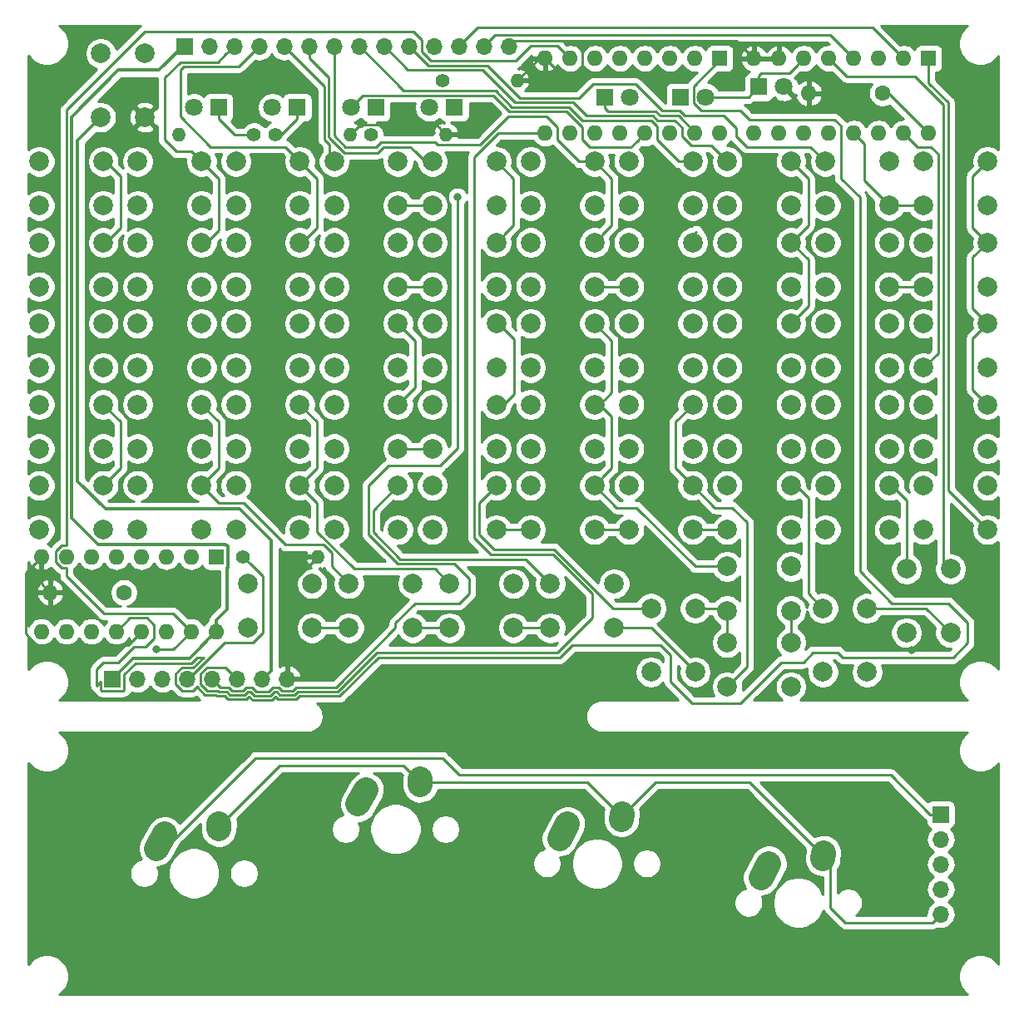
<source format=gtl>
G04 #@! TF.GenerationSoftware,KiCad,Pcbnew,(5.1.2)-2*
G04 #@! TF.CreationDate,2019-10-18T14:43:34+10:00*
G04 #@! TF.ProjectId,KBD_59_4d_ortho_pcb,4b42445f-3539-45f3-9464-5f6f7274686f,rev?*
G04 #@! TF.SameCoordinates,Original*
G04 #@! TF.FileFunction,Copper,L1,Top*
G04 #@! TF.FilePolarity,Positive*
%FSLAX46Y46*%
G04 Gerber Fmt 4.6, Leading zero omitted, Abs format (unit mm)*
G04 Created by KiCad (PCBNEW (5.1.2)-2) date 2019-10-18 14:43:34*
%MOMM*%
%LPD*%
G04 APERTURE LIST*
%ADD10O,1.600000X1.600000*%
%ADD11R,1.600000X1.600000*%
%ADD12C,2.000000*%
%ADD13R,1.800000X1.800000*%
%ADD14C,1.800000*%
%ADD15O,1.400000X1.400000*%
%ADD16C,1.400000*%
%ADD17O,1.700000X1.700000*%
%ADD18R,1.700000X1.700000*%
%ADD19C,1.600000*%
%ADD20C,2.500000*%
%ADD21C,2.500000*%
%ADD22C,0.800000*%
%ADD23C,0.250000*%
%ADD24C,0.350000*%
%ADD25C,0.254000*%
G04 APERTURE END LIST*
D10*
X49750000Y-92370000D03*
X31970000Y-84750000D03*
X47210000Y-92370000D03*
X34510000Y-84750000D03*
X44670000Y-92370000D03*
X37050000Y-84750000D03*
X42130000Y-92370000D03*
X39590000Y-84750000D03*
X39590000Y-92370000D03*
X42130000Y-84750000D03*
X37050000Y-92370000D03*
X44670000Y-84750000D03*
X34510000Y-92370000D03*
X47210000Y-84750000D03*
X31970000Y-92370000D03*
D11*
X49750000Y-84750000D03*
X122250000Y-34000000D03*
D10*
X104470000Y-41620000D03*
X119710000Y-34000000D03*
X107010000Y-41620000D03*
X117170000Y-34000000D03*
X109550000Y-41620000D03*
X114630000Y-34000000D03*
X112090000Y-41620000D03*
X112090000Y-34000000D03*
X114630000Y-41620000D03*
X109550000Y-34000000D03*
X117170000Y-41620000D03*
X107010000Y-34000000D03*
X119710000Y-41620000D03*
X104470000Y-34000000D03*
X122250000Y-41620000D03*
D12*
X58250000Y-52750000D03*
X58250000Y-57250000D03*
X51750000Y-52750000D03*
X51750000Y-57250000D03*
D10*
X101000000Y-41620000D03*
X83220000Y-34000000D03*
X98460000Y-41620000D03*
X85760000Y-34000000D03*
X95920000Y-41620000D03*
X88300000Y-34000000D03*
X93380000Y-41620000D03*
X90840000Y-34000000D03*
X90840000Y-41620000D03*
X93380000Y-34000000D03*
X88300000Y-41620000D03*
X95920000Y-34000000D03*
X85760000Y-41620000D03*
X98460000Y-34000000D03*
X83220000Y-41620000D03*
D11*
X101000000Y-34000000D03*
D13*
X50000000Y-39000000D03*
D14*
X47460000Y-39000000D03*
X55460000Y-39000000D03*
D13*
X58000000Y-39000000D03*
X66000000Y-39000000D03*
D14*
X63460000Y-39000000D03*
X71460000Y-39000000D03*
D13*
X74000000Y-39000000D03*
D15*
X60120000Y-84750000D03*
D16*
X52500000Y-84750000D03*
D12*
X31750000Y-49000000D03*
X31750000Y-44500000D03*
X38250000Y-49000000D03*
X38250000Y-44500000D03*
X48250000Y-44500000D03*
X48250000Y-49000000D03*
X41750000Y-44500000D03*
X41750000Y-49000000D03*
X51750000Y-49000000D03*
X51750000Y-44500000D03*
X58250000Y-49000000D03*
X58250000Y-44500000D03*
X68250000Y-44500000D03*
X68250000Y-49000000D03*
X61750000Y-44500000D03*
X61750000Y-49000000D03*
X71750000Y-49000000D03*
X71750000Y-44500000D03*
X78250000Y-49000000D03*
X78250000Y-44500000D03*
X88250000Y-44500000D03*
X88250000Y-49000000D03*
X81750000Y-44500000D03*
X81750000Y-49000000D03*
X91750000Y-49000000D03*
X91750000Y-44500000D03*
X98250000Y-49000000D03*
X98250000Y-44500000D03*
X108250000Y-44500000D03*
X108250000Y-49000000D03*
X101750000Y-44500000D03*
X101750000Y-49000000D03*
X111750000Y-49000000D03*
X111750000Y-44500000D03*
X118250000Y-49000000D03*
X118250000Y-44500000D03*
X128250000Y-44500000D03*
X128250000Y-49000000D03*
X121750000Y-44500000D03*
X121750000Y-49000000D03*
X38250000Y-52750000D03*
X38250000Y-57250000D03*
X31750000Y-52750000D03*
X31750000Y-57250000D03*
X41750000Y-57250000D03*
X41750000Y-52750000D03*
X48250000Y-57250000D03*
X48250000Y-52750000D03*
X61750000Y-57250000D03*
X61750000Y-52750000D03*
X68250000Y-57250000D03*
X68250000Y-52750000D03*
X78250000Y-52750000D03*
X78250000Y-57250000D03*
X71750000Y-52750000D03*
X71750000Y-57250000D03*
X81750000Y-57250000D03*
X81750000Y-52750000D03*
X88250000Y-57250000D03*
X88250000Y-52750000D03*
X98250000Y-52750000D03*
X98250000Y-57250000D03*
X91750000Y-52750000D03*
X91750000Y-57250000D03*
X101750000Y-57250000D03*
X101750000Y-52750000D03*
X108250000Y-57250000D03*
X108250000Y-52750000D03*
X111750000Y-57250000D03*
X111750000Y-52750000D03*
X118250000Y-57250000D03*
X118250000Y-52750000D03*
X128250000Y-52750000D03*
X128250000Y-57250000D03*
X121750000Y-52750000D03*
X121750000Y-57250000D03*
X31750000Y-65500000D03*
X31750000Y-61000000D03*
X38250000Y-65500000D03*
X38250000Y-61000000D03*
X48250000Y-61000000D03*
X48250000Y-65500000D03*
X41750000Y-61000000D03*
X41750000Y-65500000D03*
X51750000Y-65500000D03*
X51750000Y-61000000D03*
X58250000Y-65500000D03*
X58250000Y-61000000D03*
X68250000Y-61000000D03*
X68250000Y-65500000D03*
X61750000Y-61000000D03*
X61750000Y-65500000D03*
X71750000Y-65500000D03*
X71750000Y-61000000D03*
X78250000Y-65500000D03*
X78250000Y-61000000D03*
X88250000Y-61000000D03*
X88250000Y-65500000D03*
X81750000Y-61000000D03*
X81750000Y-65500000D03*
X91750000Y-65500000D03*
X91750000Y-61000000D03*
X98250000Y-65500000D03*
X98250000Y-61000000D03*
X108250000Y-61000000D03*
X108250000Y-65500000D03*
X101750000Y-61000000D03*
X101750000Y-65500000D03*
X118250000Y-61000000D03*
X118250000Y-65500000D03*
X111750000Y-61000000D03*
X111750000Y-65500000D03*
X121750000Y-65500000D03*
X121750000Y-61000000D03*
X128250000Y-65500000D03*
X128250000Y-61000000D03*
X38250000Y-69250000D03*
X38250000Y-73750000D03*
X31750000Y-69250000D03*
X31750000Y-73750000D03*
X41750000Y-73750000D03*
X41750000Y-69250000D03*
X48250000Y-73750000D03*
X48250000Y-69250000D03*
X58250000Y-69250000D03*
X58250000Y-73750000D03*
X51750000Y-69250000D03*
X51750000Y-73750000D03*
X61750000Y-73750000D03*
X61750000Y-69250000D03*
X68250000Y-73750000D03*
X68250000Y-69250000D03*
X78250000Y-69250000D03*
X78250000Y-73750000D03*
X71750000Y-69250000D03*
X71750000Y-73750000D03*
X81750000Y-73750000D03*
X81750000Y-69250000D03*
X88250000Y-73750000D03*
X88250000Y-69250000D03*
X98250000Y-69250000D03*
X98250000Y-73750000D03*
X91750000Y-69250000D03*
X91750000Y-73750000D03*
X101750000Y-73750000D03*
X101750000Y-69250000D03*
X108250000Y-73750000D03*
X108250000Y-69250000D03*
X111750000Y-73750000D03*
X111750000Y-69250000D03*
X118250000Y-73750000D03*
X118250000Y-69250000D03*
X128250000Y-69250000D03*
X128250000Y-73750000D03*
X121750000Y-69250000D03*
X121750000Y-73750000D03*
X31750000Y-82000000D03*
X31750000Y-77500000D03*
X38250000Y-82000000D03*
X38250000Y-77500000D03*
X48250000Y-77500000D03*
X48250000Y-82000000D03*
X41750000Y-77500000D03*
X41750000Y-82000000D03*
X51750000Y-82000000D03*
X51750000Y-77500000D03*
X58250000Y-82000000D03*
X58250000Y-77500000D03*
X68250000Y-77500000D03*
X68250000Y-82000000D03*
X61750000Y-77500000D03*
X61750000Y-82000000D03*
X71750000Y-82000000D03*
X71750000Y-77500000D03*
X78250000Y-82000000D03*
X78250000Y-77500000D03*
X88250000Y-77500000D03*
X88250000Y-82000000D03*
X81750000Y-77500000D03*
X81750000Y-82000000D03*
X91750000Y-82000000D03*
X91750000Y-77500000D03*
X98250000Y-82000000D03*
X98250000Y-77500000D03*
X108250000Y-77500000D03*
X108250000Y-82000000D03*
X101750000Y-77500000D03*
X101750000Y-82000000D03*
X118250000Y-77500000D03*
X118250000Y-82000000D03*
X111750000Y-77500000D03*
X111750000Y-82000000D03*
X121750000Y-82000000D03*
X121750000Y-77500000D03*
X128250000Y-82000000D03*
X128250000Y-77500000D03*
X53000000Y-92000000D03*
X53000000Y-87500000D03*
X59500000Y-92000000D03*
X59500000Y-87500000D03*
X69750000Y-87500000D03*
X69750000Y-92000000D03*
X63250000Y-87500000D03*
X63250000Y-92000000D03*
X73500000Y-92000000D03*
X73500000Y-87500000D03*
X80000000Y-92000000D03*
X80000000Y-87500000D03*
X90250000Y-87500000D03*
X90250000Y-92000000D03*
X83750000Y-87500000D03*
X83750000Y-92000000D03*
X98500000Y-96500000D03*
X94000000Y-96500000D03*
X98500000Y-90000000D03*
X94000000Y-90000000D03*
X108250000Y-85750000D03*
X108250000Y-90250000D03*
X101750000Y-85750000D03*
X101750000Y-90250000D03*
X101750000Y-98000000D03*
X101750000Y-93500000D03*
X108250000Y-98000000D03*
X108250000Y-93500000D03*
X111500000Y-90000000D03*
X116000000Y-90000000D03*
X111500000Y-96500000D03*
X116000000Y-96500000D03*
X120000000Y-86000000D03*
X124500000Y-86000000D03*
X120000000Y-92500000D03*
X124500000Y-92500000D03*
X38000000Y-33500000D03*
X42500000Y-33500000D03*
X38000000Y-40000000D03*
X42500000Y-40000000D03*
D16*
X53600000Y-41750000D03*
D15*
X45980000Y-41750000D03*
X63370000Y-41750000D03*
D16*
X55750000Y-41750000D03*
X65500000Y-41750000D03*
D15*
X73120000Y-41750000D03*
X80370000Y-36250000D03*
D16*
X72750000Y-36250000D03*
D17*
X56980000Y-97200000D03*
X54440000Y-97200000D03*
X51900000Y-97200000D03*
X49360000Y-97200000D03*
X46820000Y-97200000D03*
X44280000Y-97200000D03*
X41740000Y-97200000D03*
D18*
X39200000Y-97200000D03*
D17*
X79520000Y-32800000D03*
X76980000Y-32800000D03*
X74440000Y-32800000D03*
X71900000Y-32800000D03*
X69360000Y-32800000D03*
X66820000Y-32800000D03*
X64280000Y-32800000D03*
X61740000Y-32800000D03*
X59200000Y-32800000D03*
X56660000Y-32800000D03*
X54120000Y-32800000D03*
X51580000Y-32800000D03*
X49040000Y-32800000D03*
D18*
X46500000Y-32800000D03*
D19*
X40350000Y-88400000D03*
D10*
X32850000Y-88400000D03*
X110050000Y-37550000D03*
D19*
X117550000Y-37550000D03*
D14*
X107540000Y-36900000D03*
D13*
X105000000Y-36900000D03*
D14*
X91840000Y-37950000D03*
D13*
X89300000Y-37950000D03*
X97000000Y-37950000D03*
D14*
X99540000Y-37950000D03*
D20*
X44095000Y-113730000D03*
D21*
X44500453Y-113000046D02*
X43689547Y-114459954D01*
D20*
X50020000Y-112210000D03*
D21*
X50039724Y-111920672D02*
X50000276Y-112499328D01*
D17*
X123500000Y-121160000D03*
X123500000Y-118620000D03*
X123500000Y-116080000D03*
X123500000Y-113540000D03*
D18*
X123500000Y-111000000D03*
D20*
X64595000Y-109230000D03*
D21*
X65000453Y-108500046D02*
X64189547Y-109959954D01*
D20*
X70520000Y-107710000D03*
D21*
X70539724Y-107420672D02*
X70500276Y-107999328D01*
D20*
X91020000Y-111210000D03*
D21*
X91039724Y-110920672D02*
X91000276Y-111499328D01*
D20*
X85095000Y-112730000D03*
D21*
X85500453Y-112000046D02*
X84689547Y-113459954D01*
D20*
X105595000Y-116730000D03*
D21*
X106000453Y-116000046D02*
X105189547Y-117459954D01*
D20*
X111520000Y-115210000D03*
D21*
X111539724Y-114920672D02*
X111500276Y-115499328D01*
D22*
X105000000Y-59000000D03*
X74500000Y-75750000D03*
X127250000Y-89000000D03*
X33000000Y-37250000D03*
X125500000Y-75750000D03*
X127000000Y-37750000D03*
X85250000Y-80000000D03*
X45000000Y-88000000D03*
X76750000Y-93250000D03*
X120500000Y-94274990D03*
X79500000Y-97000000D03*
X68500000Y-124500000D03*
X115750000Y-109000000D03*
X74300000Y-48100000D03*
X43650000Y-94200000D03*
D23*
X92580001Y-42419999D02*
X93380000Y-41620000D01*
X91950000Y-43050000D02*
X92580001Y-42419999D01*
X87000000Y-42300000D02*
X87750000Y-43050000D01*
X64685001Y-37774999D02*
X77974999Y-37774999D01*
X63460000Y-39000000D02*
X64685001Y-37774999D01*
X87750000Y-43050000D02*
X91950000Y-43050000D01*
X77974999Y-37774999D02*
X79600000Y-39400000D01*
X79600000Y-39400000D02*
X85400000Y-39400000D01*
X85400000Y-39400000D02*
X87000000Y-41000000D01*
X87000000Y-41000000D02*
X87000000Y-42300000D01*
X104470000Y-34000000D02*
X107010000Y-34000000D01*
X82620000Y-34000000D02*
X83220000Y-34000000D01*
X80370000Y-36250000D02*
X82620000Y-34000000D01*
X57030000Y-87840000D02*
X57030000Y-97250000D01*
X60120000Y-84750000D02*
X57030000Y-87840000D01*
X72420001Y-41050001D02*
X73120000Y-41750000D01*
X72094999Y-40724999D02*
X72420001Y-41050001D01*
X64395001Y-40724999D02*
X72094999Y-40724999D01*
X63370000Y-41750000D02*
X64395001Y-40724999D01*
X102670000Y-32200000D02*
X104470000Y-34000000D01*
X79520000Y-32800000D02*
X80120000Y-32200000D01*
X88850000Y-32200000D02*
X102670000Y-32200000D01*
X80120000Y-32200000D02*
X88850000Y-32200000D01*
X88150000Y-32200000D02*
X88850000Y-32200000D01*
X87000000Y-33350000D02*
X88150000Y-32200000D01*
X87000000Y-34750000D02*
X87000000Y-33350000D01*
X86350000Y-35400000D02*
X87000000Y-34750000D01*
X83220000Y-34000000D02*
X84620000Y-35400000D01*
X84620000Y-35400000D02*
X86350000Y-35400000D01*
X109550000Y-37050000D02*
X110050000Y-37550000D01*
X31970000Y-87520000D02*
X32850000Y-88400000D01*
X31970000Y-84750000D02*
X31970000Y-87520000D01*
X40750000Y-93750000D02*
X42130000Y-92370000D01*
X31500000Y-93750000D02*
X40750000Y-93750000D01*
X30350010Y-92600010D02*
X31500000Y-93750000D01*
X31970000Y-84750000D02*
X30350010Y-86369990D01*
X30350010Y-86369990D02*
X30350010Y-92600010D01*
D24*
X38466998Y-79900000D02*
X52150000Y-79900000D01*
X38000000Y-40000000D02*
X35650011Y-42349989D01*
X35650011Y-42349989D02*
X35650011Y-77083013D01*
X35650011Y-77083013D02*
X38466998Y-79900000D01*
X55339999Y-83089999D02*
X55339999Y-96400001D01*
X52150000Y-79900000D02*
X55339999Y-83089999D01*
X55339999Y-96400001D02*
X54490000Y-97250000D01*
D23*
X51050001Y-96350001D02*
X51900000Y-97200000D01*
X50724999Y-96024999D02*
X51050001Y-96350001D01*
X84500000Y-94500000D02*
X66136410Y-94500000D01*
X88000000Y-88500000D02*
X88000000Y-91000000D01*
X55663413Y-98499999D02*
X55238401Y-98925011D01*
X83220000Y-41620000D02*
X78418998Y-41620000D01*
X58055413Y-98499999D02*
X57730401Y-98825011D01*
X55238401Y-98925011D02*
X53641598Y-98925010D01*
X88000000Y-91000000D02*
X84500000Y-94500000D01*
X52975413Y-98499999D02*
X52650401Y-98825011D01*
X48795999Y-96024999D02*
X50724999Y-96024999D01*
X48184999Y-96635999D02*
X48795999Y-96024999D01*
X77699989Y-84549989D02*
X84049989Y-84549989D01*
X55904587Y-98499999D02*
X55663413Y-98499999D01*
X76000000Y-82850000D02*
X77699989Y-84549989D01*
X48184999Y-97764001D02*
X48184999Y-96635999D01*
X51149598Y-98825010D02*
X50824597Y-98500009D01*
X50824597Y-98500009D02*
X50023598Y-98500008D01*
X66136410Y-94500000D02*
X62136411Y-98499999D01*
X62136411Y-98499999D02*
X58055413Y-98499999D01*
X57730401Y-98825011D02*
X56229598Y-98825010D01*
X56229598Y-98825010D02*
X55904587Y-98499999D01*
X53641598Y-98925010D02*
X53216587Y-98499999D01*
X84049989Y-84549989D02*
X88000000Y-88500000D01*
X53216587Y-98499999D02*
X52975413Y-98499999D01*
X52650401Y-98825011D02*
X51149598Y-98825010D01*
X76000000Y-44038998D02*
X76000000Y-82850000D01*
X50023598Y-98500008D02*
X49898591Y-98375001D01*
X78418998Y-41620000D02*
X76000000Y-44038998D01*
X49898591Y-98375001D02*
X48795999Y-98375001D01*
X48795999Y-98375001D02*
X48184999Y-97764001D01*
X74300000Y-48100000D02*
X74300000Y-48050000D01*
X96875000Y-39925000D02*
X98460000Y-41510000D01*
X89300000Y-39100000D02*
X89600000Y-39400000D01*
X89300000Y-37950000D02*
X89300000Y-39100000D01*
X89600000Y-39400000D02*
X94500000Y-39400000D01*
X94500000Y-39400000D02*
X94949990Y-39849990D01*
X94949990Y-39849990D02*
X96799990Y-39849990D01*
X96799990Y-39849990D02*
X96875000Y-39925000D01*
X74300000Y-48665685D02*
X74300000Y-48100000D01*
X65250000Y-77500000D02*
X67250000Y-75500000D01*
X61950011Y-98049989D02*
X68000000Y-92000000D01*
X68250000Y-85500000D02*
X65250000Y-82500000D01*
X56415999Y-98375001D02*
X57544001Y-98375001D01*
X55477013Y-98049989D02*
X56090987Y-98049989D01*
X55052001Y-98475001D02*
X55477013Y-98049989D01*
X65250000Y-82500000D02*
X65250000Y-77500000D01*
X52464001Y-98375001D02*
X52789013Y-98049989D01*
X49360000Y-97200000D02*
X50209999Y-98049999D01*
X70000000Y-89500000D02*
X74500000Y-89500000D01*
X68000000Y-92000000D02*
X68000000Y-91500000D01*
X74000000Y-85500000D02*
X68250000Y-85500000D01*
X72500000Y-75500000D02*
X74300000Y-73700000D01*
X67250000Y-75500000D02*
X72500000Y-75500000D01*
X52789013Y-98049989D02*
X53402987Y-98049989D01*
X75500000Y-87000000D02*
X74000000Y-85500000D01*
X74500000Y-89500000D02*
X75500000Y-88500000D01*
X50209999Y-98049999D02*
X51010997Y-98049999D01*
X56090987Y-98049989D02*
X56415999Y-98375001D01*
X53827999Y-98475001D02*
X55052001Y-98475001D01*
X75500000Y-88500000D02*
X75500000Y-87000000D01*
X51010997Y-98049999D02*
X51335999Y-98375001D01*
X68000000Y-91500000D02*
X70000000Y-89500000D01*
X57544001Y-98375001D02*
X57869013Y-98049989D01*
X51335999Y-98375001D02*
X52464001Y-98375001D01*
X74300000Y-73700000D02*
X74300000Y-48665685D01*
X53402987Y-98049989D02*
X53827999Y-98475001D01*
X57869013Y-98049989D02*
X61950011Y-98049989D01*
X53199999Y-85449999D02*
X52500000Y-84750000D01*
X54500000Y-86750000D02*
X53199999Y-85449999D01*
X54500000Y-92461002D02*
X54500000Y-86750000D01*
X53461002Y-93500000D02*
X54500000Y-92461002D01*
X46870000Y-97250000D02*
X50620000Y-93500000D01*
X50620000Y-93500000D02*
X53461002Y-93500000D01*
X44670000Y-96910000D02*
X44330000Y-97250000D01*
X46670000Y-92370000D02*
X47210000Y-92370000D01*
X45380000Y-94200000D02*
X47210000Y-92370000D01*
X43650000Y-94200000D02*
X45380000Y-94200000D01*
X45390000Y-90550000D02*
X46410001Y-91570001D01*
X38300000Y-90550000D02*
X45390000Y-90550000D01*
X34500000Y-86750000D02*
X38300000Y-90550000D01*
X71610998Y-34250000D02*
X70700000Y-33339002D01*
X80250000Y-34250000D02*
X71610998Y-34250000D01*
X46410001Y-91570001D02*
X47210000Y-92370000D01*
X42450000Y-31300000D02*
X34500000Y-39250000D01*
X34500000Y-85875001D02*
X34500000Y-86750000D01*
X34500000Y-39250000D02*
X34500000Y-83624999D01*
X85760000Y-34000000D02*
X84510000Y-32750000D01*
X70700000Y-32150000D02*
X69850000Y-31300000D01*
X33969999Y-85875001D02*
X34500000Y-85875001D01*
X84510000Y-32750000D02*
X81750000Y-32750000D01*
X69850000Y-31300000D02*
X42450000Y-31300000D01*
X81750000Y-32750000D02*
X80250000Y-34250000D01*
X34500000Y-83624999D02*
X33969999Y-83624999D01*
X70700000Y-33339002D02*
X70700000Y-32150000D01*
X33969999Y-83624999D02*
X33384999Y-84209999D01*
X33384999Y-84209999D02*
X33384999Y-85290001D01*
X33384999Y-85290001D02*
X33969999Y-85875001D01*
X69249999Y-68250001D02*
X68250000Y-69250000D01*
X70000000Y-67500000D02*
X69249999Y-68250001D01*
X68250000Y-61000000D02*
X70000000Y-62750000D01*
X70000000Y-62750000D02*
X70000000Y-67500000D01*
X81250000Y-85000000D02*
X83750000Y-87500000D01*
X68500000Y-85000000D02*
X81250000Y-85000000D01*
X65750000Y-82250000D02*
X68500000Y-85000000D01*
X68250000Y-77500000D02*
X65750000Y-80000000D01*
X65750000Y-80000000D02*
X65750000Y-82250000D01*
X80100000Y-68150000D02*
X79000000Y-69250000D01*
X78500000Y-61000000D02*
X80100000Y-62600000D01*
X80100000Y-62600000D02*
X80100000Y-68150000D01*
X79249999Y-51750001D02*
X78250000Y-52750000D01*
X80000000Y-51000000D02*
X79249999Y-51750001D01*
X78250000Y-44500000D02*
X80000000Y-46250000D01*
X80000000Y-46250000D02*
X80000000Y-51000000D01*
X78250000Y-77500000D02*
X76500000Y-79250000D01*
X84136411Y-84000000D02*
X90136411Y-90000000D01*
X78000000Y-84000000D02*
X84136411Y-84000000D01*
X76500000Y-82500000D02*
X78000000Y-84000000D01*
X90136411Y-90000000D02*
X92585787Y-90000000D01*
X76500000Y-79250000D02*
X76500000Y-82500000D01*
X92585787Y-90000000D02*
X94000000Y-90000000D01*
X98314999Y-36835001D02*
X101000000Y-34150000D01*
X99126998Y-39350000D02*
X98314999Y-38538001D01*
X104000000Y-40250000D02*
X103100000Y-39350000D01*
X112700000Y-40250000D02*
X104000000Y-40250000D01*
X113330501Y-46230501D02*
X113330501Y-40880501D01*
X115250000Y-86250000D02*
X115250000Y-48150000D01*
X118500000Y-89500000D02*
X115250000Y-86250000D01*
X124250000Y-89500000D02*
X118500000Y-89500000D01*
X124750009Y-94999991D02*
X126250000Y-93500000D01*
X113499991Y-94999991D02*
X124750009Y-94999991D01*
X113000000Y-94500000D02*
X113499991Y-94999991D01*
X110500000Y-94500000D02*
X113000000Y-94500000D01*
X109500000Y-95500000D02*
X110500000Y-94500000D01*
X107250000Y-95500000D02*
X109500000Y-95500000D01*
X98149990Y-99649990D02*
X103100010Y-99649990D01*
X96000000Y-97500000D02*
X98149990Y-99649990D01*
X96000000Y-94750000D02*
X96000000Y-97500000D01*
X84750000Y-95000000D02*
X86000000Y-93750000D01*
X66272820Y-95000000D02*
X84750000Y-95000000D01*
X58241812Y-98950010D02*
X62322811Y-98950010D01*
X56043197Y-99275019D02*
X57916800Y-99275021D01*
X55784000Y-99015822D02*
X56043197Y-99275019D01*
X55424800Y-99375021D02*
X55784000Y-99015822D01*
X53455197Y-99375019D02*
X55424800Y-99375021D01*
X40310001Y-98375001D02*
X40375001Y-98310001D01*
X41507110Y-95600010D02*
X47227110Y-95600010D01*
X38089999Y-98375001D02*
X40310001Y-98375001D01*
X37600000Y-96200000D02*
X37600000Y-97885002D01*
X38024999Y-97460003D02*
X38024999Y-98310001D01*
X86000000Y-93750000D02*
X95000000Y-93750000D01*
X38024999Y-98310001D02*
X38089999Y-98375001D01*
X115250000Y-48150000D02*
X113330501Y-46230501D01*
X37600000Y-97885002D02*
X38024999Y-97460003D01*
X103100000Y-39350000D02*
X99126998Y-39350000D01*
X39750000Y-95550000D02*
X38250000Y-95550000D01*
X40375001Y-98310001D02*
X40375001Y-96732119D01*
X41400000Y-93900000D02*
X39750000Y-95550000D01*
X40960000Y-91000000D02*
X42700000Y-91000000D01*
X101000000Y-34150000D02*
X101000000Y-34000000D01*
X38250000Y-95550000D02*
X37600000Y-96200000D01*
X40375001Y-96732119D02*
X41507110Y-95600010D01*
X48609599Y-98825012D02*
X49712192Y-98825012D01*
X53096000Y-99015822D02*
X53455197Y-99375019D01*
X39590000Y-92370000D02*
X40960000Y-91000000D01*
X42700000Y-91000000D02*
X43400000Y-91700000D01*
X57916800Y-99275021D02*
X58241812Y-98950010D01*
X43400000Y-93100000D02*
X42600000Y-93900000D01*
X43400000Y-91700000D02*
X43400000Y-93100000D01*
X98314999Y-38538001D02*
X98314999Y-36835001D01*
X47827120Y-95000000D02*
X48483590Y-95000000D01*
X113330501Y-40880501D02*
X112700000Y-40250000D01*
X42600000Y-93900000D02*
X41400000Y-93900000D01*
X126250000Y-93500000D02*
X126250000Y-91500000D01*
X47227110Y-95600010D02*
X47827120Y-95000000D01*
X95000000Y-93750000D02*
X96000000Y-94750000D01*
X48483590Y-95000000D02*
X47421296Y-96062294D01*
X126250000Y-91500000D02*
X124250000Y-89500000D01*
X47384001Y-96024999D02*
X46255999Y-96024999D01*
X46255999Y-96024999D02*
X45644999Y-96635999D01*
X62322811Y-98950010D02*
X66272820Y-95000000D01*
X45644999Y-96635999D02*
X45644999Y-97764001D01*
X103100010Y-99649990D02*
X107250000Y-95500000D01*
X45644999Y-97764001D02*
X46255999Y-98375001D01*
X47421296Y-96062294D02*
X47384001Y-96024999D01*
X49712192Y-98825012D02*
X49837197Y-98950017D01*
X46255999Y-98375001D02*
X47384001Y-98375001D01*
X50963197Y-99275019D02*
X52836800Y-99275021D01*
X47384001Y-98375001D02*
X47771795Y-97987207D01*
X47771795Y-97987207D02*
X48609599Y-98825012D01*
X49837197Y-98950017D02*
X50638197Y-98950019D01*
X50638197Y-98950019D02*
X50963197Y-99275019D01*
X52836800Y-99275021D02*
X53096000Y-99015822D01*
X52610051Y-41750000D02*
X53600000Y-41750000D01*
X51600000Y-41750000D02*
X52610051Y-41750000D01*
X50000000Y-40150000D02*
X51600000Y-41750000D01*
X50000000Y-39000000D02*
X50000000Y-40150000D01*
X56400000Y-41750000D02*
X55750000Y-41750000D01*
X58000000Y-40150000D02*
X56400000Y-41750000D01*
X58000000Y-39000000D02*
X58000000Y-40150000D01*
X127250001Y-68250001D02*
X128250000Y-69250000D01*
X126750000Y-67750000D02*
X127250001Y-68250001D01*
X128250000Y-61000000D02*
X126750000Y-62500000D01*
X126750000Y-62500000D02*
X126750000Y-67750000D01*
X127250001Y-60000001D02*
X128250000Y-61000000D01*
X126750000Y-59500000D02*
X127250001Y-60000001D01*
X128250000Y-52750000D02*
X126750000Y-54250000D01*
X126750000Y-54250000D02*
X126750000Y-59500000D01*
X127250001Y-51750001D02*
X128250000Y-52750000D01*
X126750000Y-51250000D02*
X127250001Y-51750001D01*
X128250000Y-44500000D02*
X126750000Y-46000000D01*
X126750000Y-46000000D02*
X126750000Y-51250000D01*
X110250000Y-43000000D02*
X111750000Y-44500000D01*
X102700000Y-41950000D02*
X103750000Y-43000000D01*
X102700000Y-41100000D02*
X102700000Y-41950000D01*
X101400000Y-39800000D02*
X102700000Y-41100000D01*
X97386410Y-39800000D02*
X101400000Y-39800000D01*
X96936410Y-39350000D02*
X97386410Y-39800000D01*
X95150000Y-39350000D02*
X96936410Y-39350000D01*
X71310000Y-34750000D02*
X77352998Y-34750000D01*
X69360000Y-32800000D02*
X71310000Y-34750000D01*
X92424968Y-36624968D02*
X95150000Y-39350000D01*
X77352998Y-34750000D02*
X80652966Y-38049968D01*
X80652966Y-38049968D02*
X86650032Y-38049968D01*
X103750000Y-43000000D02*
X110250000Y-43000000D01*
X86650032Y-38049968D02*
X88075032Y-36624968D01*
X88075032Y-36624968D02*
X92424968Y-36624968D01*
X76850000Y-35200000D02*
X80149978Y-38499978D01*
X66820000Y-32750000D02*
X69270000Y-35200000D01*
X69270000Y-35200000D02*
X76850000Y-35200000D01*
X80149978Y-38499978D02*
X86050022Y-38499978D01*
X86050022Y-38499978D02*
X87400044Y-39850000D01*
X87400044Y-39850000D02*
X90182778Y-39850000D01*
X100150000Y-42900000D02*
X101750000Y-44500000D01*
X98074998Y-42900000D02*
X100150000Y-42900000D01*
X94200000Y-39850000D02*
X94650000Y-40300000D01*
X87400044Y-39850000D02*
X94200000Y-39850000D01*
X94650000Y-40300000D02*
X96450000Y-40300000D01*
X96450000Y-40300000D02*
X97150000Y-41000000D01*
X97150000Y-41000000D02*
X97150000Y-41975002D01*
X97150000Y-41975002D02*
X98074998Y-42900000D01*
X98600000Y-51650000D02*
X97500000Y-52750000D01*
X102749999Y-97000001D02*
X101750000Y-98000000D01*
X103800000Y-95950000D02*
X102749999Y-97000001D01*
X103800000Y-81300000D02*
X103800000Y-95950000D01*
X97250001Y-76500001D02*
X98250000Y-77500000D01*
X96500000Y-75750000D02*
X97250001Y-76500001D01*
X98250000Y-69250000D02*
X96500000Y-71000000D01*
X96500000Y-71000000D02*
X96500000Y-75750000D01*
X103750000Y-81250000D02*
X103800000Y-81300000D01*
X102250000Y-79750000D02*
X103750000Y-81250000D01*
X98250000Y-77500000D02*
X100500000Y-79750000D01*
X100500000Y-79750000D02*
X102250000Y-79750000D01*
X96835787Y-44500000D02*
X98250000Y-44500000D01*
X94650000Y-42314213D02*
X96835787Y-44500000D01*
X94650000Y-40950000D02*
X94650000Y-42314213D01*
X94000000Y-40300000D02*
X94650000Y-40950000D01*
X68830000Y-37300000D02*
X78200000Y-37300000D01*
X64280000Y-32750000D02*
X68830000Y-37300000D01*
X79849989Y-38949989D02*
X85649989Y-38949989D01*
X85649989Y-38949989D02*
X87000000Y-40300000D01*
X78200000Y-37300000D02*
X79849989Y-38949989D01*
X87000000Y-40300000D02*
X94000000Y-40300000D01*
X84500000Y-41000000D02*
X84500000Y-42300000D01*
X83400000Y-39900000D02*
X84500000Y-41000000D01*
X76624999Y-42775001D02*
X79500000Y-39900000D01*
X72275001Y-42775001D02*
X76624999Y-42775001D01*
X84500000Y-42300000D02*
X86700000Y-44500000D01*
X61740000Y-41890000D02*
X62900000Y-43050000D01*
X79500000Y-39900000D02*
X83400000Y-39900000D01*
X61740000Y-32750000D02*
X61740000Y-41890000D01*
X62900000Y-43050000D02*
X66000000Y-43050000D01*
X66000000Y-43050000D02*
X66550000Y-42500000D01*
X66550000Y-42500000D02*
X72000000Y-42500000D01*
X72000000Y-42500000D02*
X72275001Y-42775001D01*
X88250000Y-44500000D02*
X86700000Y-44500000D01*
X89249999Y-76500001D02*
X88250000Y-77500000D01*
X88250000Y-61000000D02*
X90000000Y-62750000D01*
X90000000Y-62750000D02*
X90000000Y-68000000D01*
X90000000Y-68000000D02*
X88750000Y-69250000D01*
X88750000Y-69250000D02*
X90000000Y-70500000D01*
X90000000Y-70500000D02*
X90000000Y-75750000D01*
X90000000Y-75750000D02*
X89249999Y-76500001D01*
X89249999Y-51750001D02*
X88250000Y-52750000D01*
X90000000Y-51000000D02*
X89249999Y-51750001D01*
X88250000Y-44500000D02*
X90000000Y-46250000D01*
X90000000Y-46250000D02*
X90000000Y-51000000D01*
X90500000Y-79750000D02*
X88250000Y-77500000D01*
X92500000Y-79750000D02*
X90500000Y-79750000D01*
X101750000Y-85750000D02*
X98500000Y-85750000D01*
X98500000Y-85750000D02*
X92500000Y-79750000D01*
X70000001Y-43500001D02*
X71000000Y-44500000D01*
X66200000Y-43600000D02*
X66800000Y-43000000D01*
X66800000Y-43000000D02*
X69500000Y-43000000D01*
X69500000Y-43000000D02*
X70000001Y-43500001D01*
X62850000Y-43600000D02*
X66200000Y-43600000D01*
X61281795Y-42068205D02*
X62813590Y-43600000D01*
X61200000Y-35952081D02*
X61200000Y-41986410D01*
X59200000Y-33952081D02*
X61200000Y-35952081D01*
X59200000Y-32750000D02*
X59200000Y-33952081D01*
X61250000Y-42750000D02*
X61250000Y-44500000D01*
X60749990Y-42249990D02*
X61250000Y-42750000D01*
X56660000Y-32800000D02*
X60749990Y-36889990D01*
X60749990Y-36889990D02*
X60749990Y-42249990D01*
X59249999Y-76500001D02*
X58250000Y-77500000D01*
X60000000Y-75750000D02*
X59249999Y-76500001D01*
X58250000Y-69250000D02*
X60000000Y-71000000D01*
X60000000Y-71000000D02*
X60000000Y-75750000D01*
X60000000Y-46250000D02*
X60000000Y-51250000D01*
X60000000Y-51250000D02*
X58500000Y-52750000D01*
X52044980Y-34825020D02*
X46474980Y-34825020D01*
X46474980Y-34825020D02*
X46100000Y-35200000D01*
X56750000Y-43000000D02*
X60000000Y-46250000D01*
X54120000Y-32750000D02*
X52044980Y-34825020D01*
X46100000Y-35200000D02*
X46100000Y-39900000D01*
X46100000Y-39900000D02*
X49200000Y-43000000D01*
X49200000Y-43000000D02*
X56750000Y-43000000D01*
X60000000Y-79250000D02*
X58250000Y-77500000D01*
X60000000Y-82200000D02*
X60000000Y-79250000D01*
X63800000Y-86000000D02*
X60000000Y-82200000D01*
X73500000Y-87500000D02*
X72000000Y-86000000D01*
X72000000Y-86000000D02*
X63800000Y-86000000D01*
X50730001Y-33599999D02*
X51580000Y-32750000D01*
X49954989Y-34375011D02*
X50730001Y-33599999D01*
X47250001Y-43500001D02*
X45700001Y-43500001D01*
X48250000Y-44500000D02*
X47250001Y-43500001D01*
X45700001Y-43500001D02*
X44500000Y-42300000D01*
X44500000Y-42300000D02*
X44500000Y-35950000D01*
X44500000Y-35950000D02*
X46074989Y-34375011D01*
X46074989Y-34375011D02*
X49954989Y-34375011D01*
X48250000Y-44500000D02*
X50000000Y-46250000D01*
X50000000Y-51500000D02*
X48750000Y-52750000D01*
X50000000Y-46250000D02*
X50000000Y-51500000D01*
X49249999Y-76500001D02*
X48250000Y-77500000D01*
X50000000Y-75750000D02*
X49249999Y-76500001D01*
X48250000Y-69250000D02*
X50000000Y-71000000D01*
X50000000Y-71000000D02*
X50000000Y-75750000D01*
X61500000Y-85750000D02*
X62750000Y-87000000D01*
X48250000Y-77500000D02*
X50049990Y-79299990D01*
X52549990Y-79299990D02*
X56800000Y-83550000D01*
X50049990Y-79299990D02*
X52549990Y-79299990D01*
X56800000Y-83550000D02*
X60713590Y-83550000D01*
X60713590Y-83550000D02*
X61500000Y-84336410D01*
X61500000Y-84336410D02*
X61500000Y-85750000D01*
X38500000Y-44500000D02*
X40000000Y-46000000D01*
X40000000Y-51250000D02*
X38375000Y-52875000D01*
X40000000Y-46000000D02*
X40000000Y-51250000D01*
X39249999Y-76500001D02*
X38250000Y-77500000D01*
X40000000Y-75750000D02*
X39249999Y-76500001D01*
X38250000Y-69250000D02*
X40000000Y-71000000D01*
X40000000Y-71000000D02*
X40000000Y-75750000D01*
X68250000Y-49000000D02*
X71750000Y-49000000D01*
X115429999Y-42419999D02*
X114630000Y-41620000D01*
X118250000Y-49000000D02*
X115700011Y-46450011D01*
X115700011Y-46450011D02*
X115700011Y-42690011D01*
X115700011Y-42690011D02*
X115429999Y-42419999D01*
X118250000Y-49000000D02*
X121750000Y-49000000D01*
X68250000Y-57250000D02*
X71750000Y-57250000D01*
X88250000Y-57250000D02*
X91750000Y-57250000D01*
X119664213Y-57250000D02*
X121750000Y-57250000D01*
X118250000Y-57250000D02*
X119664213Y-57250000D01*
X121090000Y-43000000D02*
X119710000Y-41620000D01*
X122500000Y-43000000D02*
X121090000Y-43000000D01*
X123250000Y-43750000D02*
X122500000Y-43000000D01*
X121750000Y-65500000D02*
X123250000Y-64000000D01*
X123250000Y-64000000D02*
X123250000Y-43750000D01*
X69664213Y-73750000D02*
X71750000Y-73750000D01*
X68250000Y-73750000D02*
X69664213Y-73750000D01*
X78250000Y-82000000D02*
X81750000Y-82000000D01*
X88250000Y-82000000D02*
X91750000Y-82000000D01*
X99664213Y-82000000D02*
X101750000Y-82000000D01*
X98250000Y-82000000D02*
X99664213Y-82000000D01*
X127250001Y-81000001D02*
X128250000Y-82000000D01*
X124250000Y-78000000D02*
X127250001Y-81000001D01*
X124250000Y-38500000D02*
X124250000Y-78000000D01*
X122250000Y-34000000D02*
X122250000Y-36500000D01*
X122250000Y-36500000D02*
X124250000Y-38500000D01*
X59500000Y-92000000D02*
X63250000Y-92000000D01*
X69750000Y-92000000D02*
X73500000Y-92000000D01*
X80000000Y-92000000D02*
X83750000Y-92000000D01*
X94000000Y-92000000D02*
X98500000Y-96500000D01*
X90250000Y-92000000D02*
X94000000Y-92000000D01*
X101750000Y-91664213D02*
X101750000Y-93500000D01*
X101750000Y-90250000D02*
X101750000Y-91664213D01*
X101500000Y-90000000D02*
X101750000Y-90250000D01*
X98500000Y-90000000D02*
X101500000Y-90000000D01*
X108250000Y-91664213D02*
X108250000Y-93500000D01*
X108250000Y-90250000D02*
X108250000Y-91664213D01*
X122000000Y-90000000D02*
X124500000Y-92500000D01*
X116000000Y-90000000D02*
X122000000Y-90000000D01*
X113940000Y-35850000D02*
X112090000Y-34000000D01*
X120850000Y-35850000D02*
X113940000Y-35850000D01*
X123750000Y-38750000D02*
X120850000Y-35850000D01*
X124500000Y-86000000D02*
X123750000Y-85250000D01*
X123750000Y-85250000D02*
X123750000Y-38750000D01*
X113830001Y-33200001D02*
X114630000Y-34000000D01*
X112204999Y-31574999D02*
X113830001Y-33200001D01*
X78155001Y-31574999D02*
X112204999Y-31574999D01*
X76980000Y-32750000D02*
X78155001Y-31574999D01*
X75289999Y-31900001D02*
X74440000Y-32750000D01*
X76340000Y-30850000D02*
X75289999Y-31900001D01*
X119710000Y-34000000D02*
X116560000Y-30850000D01*
X116560000Y-30850000D02*
X76340000Y-30850000D01*
X108750000Y-77500000D02*
X110000000Y-78750000D01*
X109249999Y-51750001D02*
X108250000Y-52750000D01*
X110000000Y-51000000D02*
X109249999Y-51750001D01*
X108250000Y-44500000D02*
X110000000Y-46250000D01*
X110000000Y-46250000D02*
X110000000Y-51000000D01*
X109249999Y-60000001D02*
X108250000Y-61000000D01*
X110000000Y-59250000D02*
X109249999Y-60000001D01*
X108250000Y-52750000D02*
X110000000Y-54500000D01*
X110000000Y-54500000D02*
X110000000Y-59250000D01*
X111500000Y-90000000D02*
X110000000Y-88500000D01*
X110000000Y-78750000D02*
X110000000Y-88500000D01*
X118500000Y-77500000D02*
X120000000Y-79000000D01*
X120000000Y-79000000D02*
X120000000Y-83750000D01*
X120000000Y-86000000D02*
X120000000Y-83750000D01*
D24*
X48950001Y-93169999D02*
X49750000Y-92370000D01*
X47020000Y-95100000D02*
X48035000Y-94085000D01*
X41300000Y-95100000D02*
X47020000Y-95100000D01*
X39200000Y-97200000D02*
X41300000Y-95100000D01*
X48035000Y-94085000D02*
X48950001Y-93169999D01*
D23*
X122250000Y-41600000D02*
X122250000Y-41620000D01*
X117550000Y-37550000D02*
X118200000Y-37550000D01*
D24*
X118200000Y-37550000D02*
X122250000Y-41600000D01*
X49750000Y-91238630D02*
X49750000Y-92370000D01*
X50925001Y-85850001D02*
X50875001Y-85900001D01*
X50925001Y-83649999D02*
X50925001Y-85850001D01*
X35000000Y-40000000D02*
X35000000Y-80785002D01*
X39800000Y-35200000D02*
X35000000Y-40000000D01*
X50875001Y-85900001D02*
X50875001Y-90113629D01*
X50760001Y-83574999D02*
X50850001Y-83574999D01*
X50850001Y-83574999D02*
X50925001Y-83649999D01*
X46500000Y-32800000D02*
X46350000Y-32800000D01*
X46350000Y-32800000D02*
X43950000Y-35200000D01*
X43950000Y-35200000D02*
X39800000Y-35200000D01*
X50875001Y-90113629D02*
X49750000Y-91238630D01*
X35000000Y-80785002D02*
X37714998Y-83500000D01*
X37714998Y-83500000D02*
X50685002Y-83500000D01*
X50685002Y-83500000D02*
X50760001Y-83574999D01*
D23*
X108750001Y-34799999D02*
X109550000Y-34000000D01*
X108050000Y-35500000D02*
X108750001Y-34799999D01*
X105250000Y-35500000D02*
X108050000Y-35500000D01*
X105000000Y-36900000D02*
X105000000Y-35750000D01*
X105000000Y-35750000D02*
X105250000Y-35500000D01*
X103950000Y-37950000D02*
X105000000Y-36900000D01*
X99540000Y-37950000D02*
X103950000Y-37950000D01*
X87520000Y-107710000D02*
X91020000Y-111210000D01*
X70520000Y-107710000D02*
X87520000Y-107710000D01*
X104060000Y-107750000D02*
X111520000Y-115210000D01*
X91020000Y-111210000D02*
X94480000Y-107750000D01*
X94480000Y-107750000D02*
X104060000Y-107750000D01*
X68810000Y-106000000D02*
X70520000Y-107710000D01*
X50020000Y-112210000D02*
X56230000Y-106000000D01*
X56230000Y-106000000D02*
X68810000Y-106000000D01*
X122650001Y-122009999D02*
X123500000Y-121160000D01*
X113759999Y-122009999D02*
X122650001Y-122009999D01*
X112250000Y-120500000D02*
X113759999Y-122009999D01*
X111520000Y-115210000D02*
X112250000Y-115940000D01*
X112250000Y-115940000D02*
X112250000Y-120500000D01*
X122400000Y-111000000D02*
X123500000Y-111000000D01*
X45270000Y-113730000D02*
X53750000Y-105250000D01*
X44095000Y-113730000D02*
X45270000Y-113730000D01*
X53750000Y-105250000D02*
X72750000Y-105250000D01*
X72750000Y-105250000D02*
X74500000Y-107000000D01*
X74500000Y-107000000D02*
X118400000Y-107000000D01*
X118400000Y-107000000D02*
X122400000Y-111000000D01*
D25*
G36*
X95240000Y-95064802D02*
G01*
X95240000Y-95427761D01*
X95042252Y-95230013D01*
X94774463Y-95051082D01*
X94476912Y-94927832D01*
X94161033Y-94865000D01*
X93838967Y-94865000D01*
X93523088Y-94927832D01*
X93225537Y-95051082D01*
X92957748Y-95230013D01*
X92730013Y-95457748D01*
X92551082Y-95725537D01*
X92427832Y-96023088D01*
X92365000Y-96338967D01*
X92365000Y-96661033D01*
X92427832Y-96976912D01*
X92551082Y-97274463D01*
X92730013Y-97542252D01*
X92957748Y-97769987D01*
X93225537Y-97948918D01*
X93523088Y-98072168D01*
X93838967Y-98135000D01*
X94161033Y-98135000D01*
X94476912Y-98072168D01*
X94774463Y-97948918D01*
X95042252Y-97769987D01*
X95243131Y-97569108D01*
X95250998Y-97648985D01*
X95294454Y-97792246D01*
X95365026Y-97924276D01*
X95426353Y-97999002D01*
X95460000Y-98040001D01*
X95488998Y-98063799D01*
X96765198Y-99340000D01*
X88967581Y-99340000D01*
X88934613Y-99343247D01*
X88921633Y-99343247D01*
X88912468Y-99344210D01*
X88718518Y-99365965D01*
X88660019Y-99378400D01*
X88601325Y-99390022D01*
X88592522Y-99392747D01*
X88406491Y-99451760D01*
X88351509Y-99475326D01*
X88296206Y-99498120D01*
X88288100Y-99502503D01*
X88117075Y-99596525D01*
X88067752Y-99630298D01*
X88017894Y-99663423D01*
X88010794Y-99669297D01*
X87861288Y-99794747D01*
X87819443Y-99837477D01*
X87776987Y-99879638D01*
X87771163Y-99886780D01*
X87648872Y-100038880D01*
X87616114Y-100088939D01*
X87582669Y-100138523D01*
X87578343Y-100146660D01*
X87487923Y-100319616D01*
X87465535Y-100375028D01*
X87442331Y-100430228D01*
X87439668Y-100439050D01*
X87384565Y-100626276D01*
X87373360Y-100685014D01*
X87361328Y-100743628D01*
X87360429Y-100752800D01*
X87342741Y-100947161D01*
X87343158Y-101006943D01*
X87342740Y-101066801D01*
X87343640Y-101075972D01*
X87364041Y-101270069D01*
X87376068Y-101328658D01*
X87387277Y-101387423D01*
X87389941Y-101396245D01*
X87447653Y-101582683D01*
X87470838Y-101637838D01*
X87493242Y-101693291D01*
X87497568Y-101701427D01*
X87590393Y-101873104D01*
X87623846Y-101922699D01*
X87656600Y-101972753D01*
X87662424Y-101979894D01*
X87786828Y-102130272D01*
X87829263Y-102172411D01*
X87871126Y-102215161D01*
X87878227Y-102221034D01*
X88029469Y-102344384D01*
X88079277Y-102377477D01*
X88128651Y-102411284D01*
X88136757Y-102415667D01*
X88309080Y-102507292D01*
X88364392Y-102530090D01*
X88419366Y-102553652D01*
X88428169Y-102556377D01*
X88615006Y-102612786D01*
X88673686Y-102624405D01*
X88732196Y-102636842D01*
X88741361Y-102637805D01*
X88935594Y-102656850D01*
X88935598Y-102656850D01*
X88967581Y-102660000D01*
X126230861Y-102660000D01*
X126075271Y-102763962D01*
X125763962Y-103075271D01*
X125519369Y-103441331D01*
X125350890Y-103848075D01*
X125265000Y-104279872D01*
X125265000Y-104720128D01*
X125350890Y-105151925D01*
X125519369Y-105558669D01*
X125763962Y-105924729D01*
X126075271Y-106236038D01*
X126441331Y-106480631D01*
X126848075Y-106649110D01*
X127279872Y-106735000D01*
X127720128Y-106735000D01*
X128151925Y-106649110D01*
X128558669Y-106480631D01*
X128924729Y-106236038D01*
X129236038Y-105924729D01*
X129340000Y-105769138D01*
X129340001Y-126230863D01*
X129236038Y-126075271D01*
X128924729Y-125763962D01*
X128558669Y-125519369D01*
X128151925Y-125350890D01*
X127720128Y-125265000D01*
X127279872Y-125265000D01*
X126848075Y-125350890D01*
X126441331Y-125519369D01*
X126075271Y-125763962D01*
X125763962Y-126075271D01*
X125519369Y-126441331D01*
X125350890Y-126848075D01*
X125265000Y-127279872D01*
X125265000Y-127720128D01*
X125350890Y-128151925D01*
X125519369Y-128558669D01*
X125763962Y-128924729D01*
X126075271Y-129236038D01*
X126230861Y-129340000D01*
X33769139Y-129340000D01*
X33924729Y-129236038D01*
X34236038Y-128924729D01*
X34480631Y-128558669D01*
X34649110Y-128151925D01*
X34735000Y-127720128D01*
X34735000Y-127279872D01*
X34649110Y-126848075D01*
X34480631Y-126441331D01*
X34236038Y-126075271D01*
X33924729Y-125763962D01*
X33558669Y-125519369D01*
X33151925Y-125350890D01*
X32720128Y-125265000D01*
X32279872Y-125265000D01*
X31848075Y-125350890D01*
X31441331Y-125519369D01*
X31075271Y-125763962D01*
X30763962Y-126075271D01*
X30660000Y-126230861D01*
X30660000Y-119853652D01*
X102434100Y-119853652D01*
X102434100Y-120146348D01*
X102491202Y-120433421D01*
X102603212Y-120703838D01*
X102765826Y-120947206D01*
X102972794Y-121154174D01*
X103216162Y-121316788D01*
X103486579Y-121428798D01*
X103773652Y-121485900D01*
X104066348Y-121485900D01*
X104353421Y-121428798D01*
X104623838Y-121316788D01*
X104867206Y-121154174D01*
X105074174Y-120947206D01*
X105236788Y-120703838D01*
X105348798Y-120433421D01*
X105405900Y-120146348D01*
X105405900Y-119853652D01*
X105348798Y-119566579D01*
X105257554Y-119346296D01*
X105344749Y-119347704D01*
X105710048Y-119281153D01*
X106055345Y-119144615D01*
X106367371Y-118943335D01*
X106634132Y-118685050D01*
X106792444Y-118456206D01*
X107693275Y-116834403D01*
X107803900Y-116579070D01*
X107882209Y-116216109D01*
X107888203Y-115844844D01*
X107821652Y-115479545D01*
X107685114Y-115134248D01*
X107483834Y-114822222D01*
X107225549Y-114555461D01*
X106920185Y-114344214D01*
X106579476Y-114196599D01*
X106216515Y-114118290D01*
X105845250Y-114112296D01*
X105479951Y-114178847D01*
X105134655Y-114315385D01*
X104822629Y-114516665D01*
X104555868Y-114774950D01*
X104397556Y-115003794D01*
X103496725Y-116625598D01*
X103386100Y-116880931D01*
X103307791Y-117243892D01*
X103301797Y-117615156D01*
X103368348Y-117980455D01*
X103504886Y-118325752D01*
X103643132Y-118540062D01*
X103486579Y-118571202D01*
X103216162Y-118683212D01*
X102972794Y-118845826D01*
X102765826Y-119052794D01*
X102603212Y-119296162D01*
X102491202Y-119566579D01*
X102434100Y-119853652D01*
X30660000Y-119853652D01*
X30660000Y-116853652D01*
X40934100Y-116853652D01*
X40934100Y-117146348D01*
X40991202Y-117433421D01*
X41103212Y-117703838D01*
X41265826Y-117947206D01*
X41472794Y-118154174D01*
X41716162Y-118316788D01*
X41986579Y-118428798D01*
X42273652Y-118485900D01*
X42566348Y-118485900D01*
X42853421Y-118428798D01*
X43123838Y-118316788D01*
X43367206Y-118154174D01*
X43574174Y-117947206D01*
X43736788Y-117703838D01*
X43848798Y-117433421D01*
X43905900Y-117146348D01*
X43905900Y-116853652D01*
X43883508Y-116741076D01*
X44871100Y-116741076D01*
X44871100Y-117258924D01*
X44972127Y-117766822D01*
X45170299Y-118245251D01*
X45458000Y-118675826D01*
X45824174Y-119042000D01*
X46254749Y-119329701D01*
X46733178Y-119527873D01*
X47241076Y-119628900D01*
X47758924Y-119628900D01*
X48266822Y-119527873D01*
X48745251Y-119329701D01*
X49175826Y-119042000D01*
X49542000Y-118675826D01*
X49829701Y-118245251D01*
X50027873Y-117766822D01*
X50128900Y-117258924D01*
X50128900Y-116853652D01*
X51094100Y-116853652D01*
X51094100Y-117146348D01*
X51151202Y-117433421D01*
X51263212Y-117703838D01*
X51425826Y-117947206D01*
X51632794Y-118154174D01*
X51876162Y-118316788D01*
X52146579Y-118428798D01*
X52433652Y-118485900D01*
X52726348Y-118485900D01*
X53013421Y-118428798D01*
X53283838Y-118316788D01*
X53527206Y-118154174D01*
X53734174Y-117947206D01*
X53896788Y-117703838D01*
X54008798Y-117433421D01*
X54065900Y-117146348D01*
X54065900Y-116853652D01*
X54008798Y-116566579D01*
X53896788Y-116296162D01*
X53734174Y-116052794D01*
X53535032Y-115853652D01*
X81934100Y-115853652D01*
X81934100Y-116146348D01*
X81991202Y-116433421D01*
X82103212Y-116703838D01*
X82265826Y-116947206D01*
X82472794Y-117154174D01*
X82716162Y-117316788D01*
X82986579Y-117428798D01*
X83273652Y-117485900D01*
X83566348Y-117485900D01*
X83853421Y-117428798D01*
X84123838Y-117316788D01*
X84367206Y-117154174D01*
X84574174Y-116947206D01*
X84736788Y-116703838D01*
X84848798Y-116433421D01*
X84905900Y-116146348D01*
X84905900Y-115853652D01*
X84883508Y-115741076D01*
X85871100Y-115741076D01*
X85871100Y-116258924D01*
X85972127Y-116766822D01*
X86170299Y-117245251D01*
X86458000Y-117675826D01*
X86824174Y-118042000D01*
X87254749Y-118329701D01*
X87733178Y-118527873D01*
X88241076Y-118628900D01*
X88758924Y-118628900D01*
X89266822Y-118527873D01*
X89745251Y-118329701D01*
X90175826Y-118042000D01*
X90542000Y-117675826D01*
X90829701Y-117245251D01*
X91027873Y-116766822D01*
X91128900Y-116258924D01*
X91128900Y-115853652D01*
X92094100Y-115853652D01*
X92094100Y-116146348D01*
X92151202Y-116433421D01*
X92263212Y-116703838D01*
X92425826Y-116947206D01*
X92632794Y-117154174D01*
X92876162Y-117316788D01*
X93146579Y-117428798D01*
X93433652Y-117485900D01*
X93726348Y-117485900D01*
X94013421Y-117428798D01*
X94283838Y-117316788D01*
X94527206Y-117154174D01*
X94734174Y-116947206D01*
X94896788Y-116703838D01*
X95008798Y-116433421D01*
X95065900Y-116146348D01*
X95065900Y-115853652D01*
X95008798Y-115566579D01*
X94896788Y-115296162D01*
X94734174Y-115052794D01*
X94527206Y-114845826D01*
X94283838Y-114683212D01*
X94013421Y-114571202D01*
X93726348Y-114514100D01*
X93433652Y-114514100D01*
X93146579Y-114571202D01*
X92876162Y-114683212D01*
X92632794Y-114845826D01*
X92425826Y-115052794D01*
X92263212Y-115296162D01*
X92151202Y-115566579D01*
X92094100Y-115853652D01*
X91128900Y-115853652D01*
X91128900Y-115741076D01*
X91027873Y-115233178D01*
X90829701Y-114754749D01*
X90542000Y-114324174D01*
X90175826Y-113958000D01*
X89745251Y-113670299D01*
X89266822Y-113472127D01*
X88758924Y-113371100D01*
X88241076Y-113371100D01*
X87733178Y-113472127D01*
X87254749Y-113670299D01*
X86824174Y-113958000D01*
X86458000Y-114324174D01*
X86170299Y-114754749D01*
X85972127Y-115233178D01*
X85871100Y-115741076D01*
X84883508Y-115741076D01*
X84848798Y-115566579D01*
X84757554Y-115346296D01*
X84844749Y-115347704D01*
X85210048Y-115281153D01*
X85555345Y-115144615D01*
X85867371Y-114943335D01*
X86134132Y-114685050D01*
X86292444Y-114456206D01*
X87193275Y-112834403D01*
X87303900Y-112579070D01*
X87382209Y-112216109D01*
X87388203Y-111844844D01*
X87321652Y-111479545D01*
X87185114Y-111134248D01*
X86983834Y-110822222D01*
X86725549Y-110555461D01*
X86420185Y-110344214D01*
X86079476Y-110196599D01*
X85716515Y-110118290D01*
X85345250Y-110112296D01*
X84979951Y-110178847D01*
X84634655Y-110315385D01*
X84322629Y-110516665D01*
X84055868Y-110774950D01*
X83897556Y-111003794D01*
X82996725Y-112625598D01*
X82886100Y-112880931D01*
X82807791Y-113243892D01*
X82801797Y-113615156D01*
X82868348Y-113980455D01*
X83004886Y-114325752D01*
X83143132Y-114540062D01*
X82986579Y-114571202D01*
X82716162Y-114683212D01*
X82472794Y-114845826D01*
X82265826Y-115052794D01*
X82103212Y-115296162D01*
X81991202Y-115566579D01*
X81934100Y-115853652D01*
X53535032Y-115853652D01*
X53527206Y-115845826D01*
X53283838Y-115683212D01*
X53013421Y-115571202D01*
X52726348Y-115514100D01*
X52433652Y-115514100D01*
X52146579Y-115571202D01*
X51876162Y-115683212D01*
X51632794Y-115845826D01*
X51425826Y-116052794D01*
X51263212Y-116296162D01*
X51151202Y-116566579D01*
X51094100Y-116853652D01*
X50128900Y-116853652D01*
X50128900Y-116741076D01*
X50027873Y-116233178D01*
X49829701Y-115754749D01*
X49542000Y-115324174D01*
X49175826Y-114958000D01*
X48745251Y-114670299D01*
X48266822Y-114472127D01*
X47758924Y-114371100D01*
X47241076Y-114371100D01*
X46733178Y-114472127D01*
X46254749Y-114670299D01*
X45824174Y-114958000D01*
X45458000Y-115324174D01*
X45170299Y-115754749D01*
X44972127Y-116233178D01*
X44871100Y-116741076D01*
X43883508Y-116741076D01*
X43848798Y-116566579D01*
X43757554Y-116346296D01*
X43844749Y-116347704D01*
X44210048Y-116281153D01*
X44555345Y-116144615D01*
X44867371Y-115943335D01*
X45134132Y-115685050D01*
X45292444Y-115456206D01*
X46134396Y-113940405D01*
X48150073Y-111924728D01*
X48113344Y-112463505D01*
X48121721Y-112741645D01*
X48205090Y-113103477D01*
X48357448Y-113442092D01*
X48572939Y-113744477D01*
X48843281Y-113999011D01*
X49158087Y-114195915D01*
X49505257Y-114327618D01*
X49871450Y-114389061D01*
X50242593Y-114377883D01*
X50604425Y-114294514D01*
X50943040Y-114142156D01*
X51245425Y-113926665D01*
X51499959Y-113656323D01*
X51696863Y-113341517D01*
X51828566Y-112994347D01*
X51874613Y-112719916D01*
X51926656Y-111956496D01*
X51918279Y-111678355D01*
X51863630Y-111441171D01*
X56544802Y-106760000D01*
X64274720Y-106760000D01*
X64134655Y-106815385D01*
X63822629Y-107016665D01*
X63555868Y-107274950D01*
X63397556Y-107503794D01*
X62496725Y-109125598D01*
X62386100Y-109380931D01*
X62307791Y-109743892D01*
X62301797Y-110115156D01*
X62368348Y-110480455D01*
X62504886Y-110825752D01*
X62643132Y-111040062D01*
X62486579Y-111071202D01*
X62216162Y-111183212D01*
X61972794Y-111345826D01*
X61765826Y-111552794D01*
X61603212Y-111796162D01*
X61491202Y-112066579D01*
X61434100Y-112353652D01*
X61434100Y-112646348D01*
X61491202Y-112933421D01*
X61603212Y-113203838D01*
X61765826Y-113447206D01*
X61972794Y-113654174D01*
X62216162Y-113816788D01*
X62486579Y-113928798D01*
X62773652Y-113985900D01*
X63066348Y-113985900D01*
X63353421Y-113928798D01*
X63623838Y-113816788D01*
X63867206Y-113654174D01*
X64074174Y-113447206D01*
X64236788Y-113203838D01*
X64348798Y-112933421D01*
X64405900Y-112646348D01*
X64405900Y-112353652D01*
X64383508Y-112241076D01*
X65371100Y-112241076D01*
X65371100Y-112758924D01*
X65472127Y-113266822D01*
X65670299Y-113745251D01*
X65958000Y-114175826D01*
X66324174Y-114542000D01*
X66754749Y-114829701D01*
X67233178Y-115027873D01*
X67741076Y-115128900D01*
X68258924Y-115128900D01*
X68766822Y-115027873D01*
X69245251Y-114829701D01*
X69675826Y-114542000D01*
X70042000Y-114175826D01*
X70329701Y-113745251D01*
X70527873Y-113266822D01*
X70628900Y-112758924D01*
X70628900Y-112353652D01*
X71594100Y-112353652D01*
X71594100Y-112646348D01*
X71651202Y-112933421D01*
X71763212Y-113203838D01*
X71925826Y-113447206D01*
X72132794Y-113654174D01*
X72376162Y-113816788D01*
X72646579Y-113928798D01*
X72933652Y-113985900D01*
X73226348Y-113985900D01*
X73513421Y-113928798D01*
X73783838Y-113816788D01*
X74027206Y-113654174D01*
X74234174Y-113447206D01*
X74396788Y-113203838D01*
X74508798Y-112933421D01*
X74565900Y-112646348D01*
X74565900Y-112353652D01*
X74508798Y-112066579D01*
X74396788Y-111796162D01*
X74234174Y-111552794D01*
X74027206Y-111345826D01*
X73783838Y-111183212D01*
X73513421Y-111071202D01*
X73226348Y-111014100D01*
X72933652Y-111014100D01*
X72646579Y-111071202D01*
X72376162Y-111183212D01*
X72132794Y-111345826D01*
X71925826Y-111552794D01*
X71763212Y-111796162D01*
X71651202Y-112066579D01*
X71594100Y-112353652D01*
X70628900Y-112353652D01*
X70628900Y-112241076D01*
X70527873Y-111733178D01*
X70329701Y-111254749D01*
X70042000Y-110824174D01*
X69675826Y-110458000D01*
X69245251Y-110170299D01*
X68766822Y-109972127D01*
X68258924Y-109871100D01*
X67741076Y-109871100D01*
X67233178Y-109972127D01*
X66754749Y-110170299D01*
X66324174Y-110458000D01*
X65958000Y-110824174D01*
X65670299Y-111254749D01*
X65472127Y-111733178D01*
X65371100Y-112241076D01*
X64383508Y-112241076D01*
X64348798Y-112066579D01*
X64257554Y-111846296D01*
X64344749Y-111847704D01*
X64710048Y-111781153D01*
X65055345Y-111644615D01*
X65367371Y-111443335D01*
X65634132Y-111185050D01*
X65792444Y-110956206D01*
X66693275Y-109334403D01*
X66803900Y-109079070D01*
X66882209Y-108716109D01*
X66888203Y-108344844D01*
X66821652Y-107979545D01*
X66685114Y-107634248D01*
X66483834Y-107322222D01*
X66225549Y-107055461D01*
X65920185Y-106844214D01*
X65725811Y-106760000D01*
X68495199Y-106760000D01*
X68704166Y-106968967D01*
X68665387Y-107200084D01*
X68613344Y-107963505D01*
X68621721Y-108241645D01*
X68705090Y-108603477D01*
X68857448Y-108942092D01*
X69072939Y-109244477D01*
X69343281Y-109499011D01*
X69658087Y-109695915D01*
X70005257Y-109827618D01*
X70371450Y-109889061D01*
X70742593Y-109877883D01*
X71104425Y-109794514D01*
X71443040Y-109642156D01*
X71745425Y-109426665D01*
X71999959Y-109156323D01*
X72196863Y-108841517D01*
X72328566Y-108494347D01*
X72332651Y-108470000D01*
X87205199Y-108470000D01*
X89204166Y-110468968D01*
X89165387Y-110700084D01*
X89113344Y-111463505D01*
X89121721Y-111741645D01*
X89205090Y-112103477D01*
X89357448Y-112442092D01*
X89572939Y-112744477D01*
X89843281Y-112999011D01*
X90158087Y-113195915D01*
X90505257Y-113327618D01*
X90871450Y-113389061D01*
X91242593Y-113377883D01*
X91604425Y-113294514D01*
X91943040Y-113142156D01*
X92245425Y-112926665D01*
X92499959Y-112656323D01*
X92696863Y-112341517D01*
X92828566Y-111994347D01*
X92874613Y-111719916D01*
X92926656Y-110956496D01*
X92918279Y-110678355D01*
X92863630Y-110441171D01*
X94794802Y-108510000D01*
X103745199Y-108510000D01*
X109704166Y-114468968D01*
X109665387Y-114700084D01*
X109613344Y-115463505D01*
X109621721Y-115741645D01*
X109705090Y-116103477D01*
X109857448Y-116442092D01*
X110072939Y-116744477D01*
X110343281Y-116999011D01*
X110658087Y-117195915D01*
X111005257Y-117327618D01*
X111371450Y-117389061D01*
X111490000Y-117385491D01*
X111490001Y-119141746D01*
X111329701Y-118754749D01*
X111042000Y-118324174D01*
X110675826Y-117958000D01*
X110245251Y-117670299D01*
X109766822Y-117472127D01*
X109258924Y-117371100D01*
X108741076Y-117371100D01*
X108233178Y-117472127D01*
X107754749Y-117670299D01*
X107324174Y-117958000D01*
X106958000Y-118324174D01*
X106670299Y-118754749D01*
X106472127Y-119233178D01*
X106371100Y-119741076D01*
X106371100Y-120258924D01*
X106472127Y-120766822D01*
X106670299Y-121245251D01*
X106958000Y-121675826D01*
X107324174Y-122042000D01*
X107754749Y-122329701D01*
X108233178Y-122527873D01*
X108741076Y-122628900D01*
X109258924Y-122628900D01*
X109766822Y-122527873D01*
X110245251Y-122329701D01*
X110675826Y-122042000D01*
X111042000Y-121675826D01*
X111329701Y-121245251D01*
X111527873Y-120766822D01*
X111531386Y-120749163D01*
X111544454Y-120792246D01*
X111615026Y-120924276D01*
X111686201Y-121011002D01*
X111710000Y-121040001D01*
X111738998Y-121063799D01*
X113196200Y-122521002D01*
X113219998Y-122550000D01*
X113248996Y-122573798D01*
X113335722Y-122644973D01*
X113467752Y-122715545D01*
X113611013Y-122759002D01*
X113722666Y-122769999D01*
X113722675Y-122769999D01*
X113759998Y-122773675D01*
X113797321Y-122769999D01*
X122612679Y-122769999D01*
X122650001Y-122773675D01*
X122687323Y-122769999D01*
X122687334Y-122769999D01*
X122798987Y-122759002D01*
X122942248Y-122715545D01*
X123074277Y-122644973D01*
X123129698Y-122599490D01*
X123208889Y-122623513D01*
X123427050Y-122645000D01*
X123572950Y-122645000D01*
X123791111Y-122623513D01*
X124071034Y-122538599D01*
X124329014Y-122400706D01*
X124555134Y-122215134D01*
X124740706Y-121989014D01*
X124878599Y-121731034D01*
X124963513Y-121451111D01*
X124992185Y-121160000D01*
X124963513Y-120868889D01*
X124878599Y-120588966D01*
X124740706Y-120330986D01*
X124555134Y-120104866D01*
X124329014Y-119919294D01*
X124274209Y-119890000D01*
X124329014Y-119860706D01*
X124555134Y-119675134D01*
X124740706Y-119449014D01*
X124878599Y-119191034D01*
X124963513Y-118911111D01*
X124992185Y-118620000D01*
X124963513Y-118328889D01*
X124878599Y-118048966D01*
X124740706Y-117790986D01*
X124555134Y-117564866D01*
X124329014Y-117379294D01*
X124274209Y-117350000D01*
X124329014Y-117320706D01*
X124555134Y-117135134D01*
X124740706Y-116909014D01*
X124878599Y-116651034D01*
X124963513Y-116371111D01*
X124992185Y-116080000D01*
X124963513Y-115788889D01*
X124878599Y-115508966D01*
X124740706Y-115250986D01*
X124555134Y-115024866D01*
X124329014Y-114839294D01*
X124274209Y-114810000D01*
X124329014Y-114780706D01*
X124555134Y-114595134D01*
X124740706Y-114369014D01*
X124878599Y-114111034D01*
X124963513Y-113831111D01*
X124992185Y-113540000D01*
X124963513Y-113248889D01*
X124878599Y-112968966D01*
X124740706Y-112710986D01*
X124555134Y-112484866D01*
X124525313Y-112460393D01*
X124594180Y-112439502D01*
X124704494Y-112380537D01*
X124801185Y-112301185D01*
X124880537Y-112204494D01*
X124939502Y-112094180D01*
X124975812Y-111974482D01*
X124988072Y-111850000D01*
X124988072Y-110150000D01*
X124975812Y-110025518D01*
X124939502Y-109905820D01*
X124880537Y-109795506D01*
X124801185Y-109698815D01*
X124704494Y-109619463D01*
X124594180Y-109560498D01*
X124474482Y-109524188D01*
X124350000Y-109511928D01*
X122650000Y-109511928D01*
X122525518Y-109524188D01*
X122405820Y-109560498D01*
X122295506Y-109619463D01*
X122198815Y-109698815D01*
X122187457Y-109712655D01*
X118963804Y-106489003D01*
X118940001Y-106459999D01*
X118824276Y-106365026D01*
X118692247Y-106294454D01*
X118548986Y-106250997D01*
X118437333Y-106240000D01*
X118437322Y-106240000D01*
X118400000Y-106236324D01*
X118362678Y-106240000D01*
X74814802Y-106240000D01*
X73313804Y-104739003D01*
X73290001Y-104709999D01*
X73174276Y-104615026D01*
X73042247Y-104544454D01*
X72898986Y-104500997D01*
X72787333Y-104490000D01*
X72787322Y-104490000D01*
X72750000Y-104486324D01*
X72712678Y-104490000D01*
X53787322Y-104490000D01*
X53749999Y-104486324D01*
X53712677Y-104490000D01*
X53712667Y-104490000D01*
X53601014Y-104500997D01*
X53457753Y-104544454D01*
X53325723Y-104615026D01*
X53242083Y-104683668D01*
X53209999Y-104709999D01*
X53186201Y-104738997D01*
X46030553Y-111894646D01*
X45983834Y-111822222D01*
X45725549Y-111555461D01*
X45420185Y-111344214D01*
X45079476Y-111196599D01*
X44716515Y-111118290D01*
X44345250Y-111112296D01*
X43979951Y-111178847D01*
X43634655Y-111315385D01*
X43322629Y-111516665D01*
X43055868Y-111774950D01*
X42897556Y-112003794D01*
X41996725Y-113625598D01*
X41886100Y-113880931D01*
X41807791Y-114243892D01*
X41801797Y-114615156D01*
X41868348Y-114980455D01*
X42004886Y-115325752D01*
X42143132Y-115540062D01*
X41986579Y-115571202D01*
X41716162Y-115683212D01*
X41472794Y-115845826D01*
X41265826Y-116052794D01*
X41103212Y-116296162D01*
X40991202Y-116566579D01*
X40934100Y-116853652D01*
X30660000Y-116853652D01*
X30660000Y-105769139D01*
X30763962Y-105924729D01*
X31075271Y-106236038D01*
X31441331Y-106480631D01*
X31848075Y-106649110D01*
X32279872Y-106735000D01*
X32720128Y-106735000D01*
X33151925Y-106649110D01*
X33558669Y-106480631D01*
X33924729Y-106236038D01*
X34236038Y-105924729D01*
X34480631Y-105558669D01*
X34649110Y-105151925D01*
X34735000Y-104720128D01*
X34735000Y-104279872D01*
X34649110Y-103848075D01*
X34480631Y-103441331D01*
X34236038Y-103075271D01*
X33924729Y-102763962D01*
X33769139Y-102660000D01*
X59032419Y-102660000D01*
X59065387Y-102656753D01*
X59078367Y-102656753D01*
X59087532Y-102655790D01*
X59281481Y-102634035D01*
X59339966Y-102621603D01*
X59398676Y-102609978D01*
X59407479Y-102607253D01*
X59593509Y-102548240D01*
X59648519Y-102524662D01*
X59703794Y-102501880D01*
X59711900Y-102497497D01*
X59882925Y-102403475D01*
X59932264Y-102369692D01*
X59982106Y-102336577D01*
X59989206Y-102330703D01*
X60138712Y-102205253D01*
X60180557Y-102162523D01*
X60223013Y-102120362D01*
X60228837Y-102113220D01*
X60351128Y-101961121D01*
X60383887Y-101911059D01*
X60417331Y-101861477D01*
X60421657Y-101853340D01*
X60512077Y-101680385D01*
X60534475Y-101624947D01*
X60557669Y-101569772D01*
X60560332Y-101560950D01*
X60615435Y-101373725D01*
X60626633Y-101315017D01*
X60638672Y-101256372D01*
X60639570Y-101247201D01*
X60657259Y-101052839D01*
X60656842Y-100993057D01*
X60657260Y-100933199D01*
X60656360Y-100924028D01*
X60635959Y-100729931D01*
X60623934Y-100671348D01*
X60612723Y-100612577D01*
X60610059Y-100603755D01*
X60552347Y-100417317D01*
X60529162Y-100362162D01*
X60506758Y-100306709D01*
X60502432Y-100298573D01*
X60409607Y-100126896D01*
X60376139Y-100077278D01*
X60343400Y-100027247D01*
X60337576Y-100020106D01*
X60213172Y-99869728D01*
X60170737Y-99827589D01*
X60128874Y-99784839D01*
X60121773Y-99778966D01*
X60037225Y-99710010D01*
X62285489Y-99710010D01*
X62322811Y-99713686D01*
X62360134Y-99710010D01*
X62360144Y-99710010D01*
X62471797Y-99699013D01*
X62615058Y-99655556D01*
X62747087Y-99584984D01*
X62862812Y-99490011D01*
X62886615Y-99461007D01*
X66587622Y-95760000D01*
X84712678Y-95760000D01*
X84750000Y-95763676D01*
X84787322Y-95760000D01*
X84787333Y-95760000D01*
X84898986Y-95749003D01*
X85042247Y-95705546D01*
X85174276Y-95634974D01*
X85290001Y-95540001D01*
X85313804Y-95510997D01*
X86314802Y-94510000D01*
X94685199Y-94510000D01*
X95240000Y-95064802D01*
X95240000Y-95064802D01*
G37*
X95240000Y-95064802D02*
X95240000Y-95427761D01*
X95042252Y-95230013D01*
X94774463Y-95051082D01*
X94476912Y-94927832D01*
X94161033Y-94865000D01*
X93838967Y-94865000D01*
X93523088Y-94927832D01*
X93225537Y-95051082D01*
X92957748Y-95230013D01*
X92730013Y-95457748D01*
X92551082Y-95725537D01*
X92427832Y-96023088D01*
X92365000Y-96338967D01*
X92365000Y-96661033D01*
X92427832Y-96976912D01*
X92551082Y-97274463D01*
X92730013Y-97542252D01*
X92957748Y-97769987D01*
X93225537Y-97948918D01*
X93523088Y-98072168D01*
X93838967Y-98135000D01*
X94161033Y-98135000D01*
X94476912Y-98072168D01*
X94774463Y-97948918D01*
X95042252Y-97769987D01*
X95243131Y-97569108D01*
X95250998Y-97648985D01*
X95294454Y-97792246D01*
X95365026Y-97924276D01*
X95426353Y-97999002D01*
X95460000Y-98040001D01*
X95488998Y-98063799D01*
X96765198Y-99340000D01*
X88967581Y-99340000D01*
X88934613Y-99343247D01*
X88921633Y-99343247D01*
X88912468Y-99344210D01*
X88718518Y-99365965D01*
X88660019Y-99378400D01*
X88601325Y-99390022D01*
X88592522Y-99392747D01*
X88406491Y-99451760D01*
X88351509Y-99475326D01*
X88296206Y-99498120D01*
X88288100Y-99502503D01*
X88117075Y-99596525D01*
X88067752Y-99630298D01*
X88017894Y-99663423D01*
X88010794Y-99669297D01*
X87861288Y-99794747D01*
X87819443Y-99837477D01*
X87776987Y-99879638D01*
X87771163Y-99886780D01*
X87648872Y-100038880D01*
X87616114Y-100088939D01*
X87582669Y-100138523D01*
X87578343Y-100146660D01*
X87487923Y-100319616D01*
X87465535Y-100375028D01*
X87442331Y-100430228D01*
X87439668Y-100439050D01*
X87384565Y-100626276D01*
X87373360Y-100685014D01*
X87361328Y-100743628D01*
X87360429Y-100752800D01*
X87342741Y-100947161D01*
X87343158Y-101006943D01*
X87342740Y-101066801D01*
X87343640Y-101075972D01*
X87364041Y-101270069D01*
X87376068Y-101328658D01*
X87387277Y-101387423D01*
X87389941Y-101396245D01*
X87447653Y-101582683D01*
X87470838Y-101637838D01*
X87493242Y-101693291D01*
X87497568Y-101701427D01*
X87590393Y-101873104D01*
X87623846Y-101922699D01*
X87656600Y-101972753D01*
X87662424Y-101979894D01*
X87786828Y-102130272D01*
X87829263Y-102172411D01*
X87871126Y-102215161D01*
X87878227Y-102221034D01*
X88029469Y-102344384D01*
X88079277Y-102377477D01*
X88128651Y-102411284D01*
X88136757Y-102415667D01*
X88309080Y-102507292D01*
X88364392Y-102530090D01*
X88419366Y-102553652D01*
X88428169Y-102556377D01*
X88615006Y-102612786D01*
X88673686Y-102624405D01*
X88732196Y-102636842D01*
X88741361Y-102637805D01*
X88935594Y-102656850D01*
X88935598Y-102656850D01*
X88967581Y-102660000D01*
X126230861Y-102660000D01*
X126075271Y-102763962D01*
X125763962Y-103075271D01*
X125519369Y-103441331D01*
X125350890Y-103848075D01*
X125265000Y-104279872D01*
X125265000Y-104720128D01*
X125350890Y-105151925D01*
X125519369Y-105558669D01*
X125763962Y-105924729D01*
X126075271Y-106236038D01*
X126441331Y-106480631D01*
X126848075Y-106649110D01*
X127279872Y-106735000D01*
X127720128Y-106735000D01*
X128151925Y-106649110D01*
X128558669Y-106480631D01*
X128924729Y-106236038D01*
X129236038Y-105924729D01*
X129340000Y-105769138D01*
X129340001Y-126230863D01*
X129236038Y-126075271D01*
X128924729Y-125763962D01*
X128558669Y-125519369D01*
X128151925Y-125350890D01*
X127720128Y-125265000D01*
X127279872Y-125265000D01*
X126848075Y-125350890D01*
X126441331Y-125519369D01*
X126075271Y-125763962D01*
X125763962Y-126075271D01*
X125519369Y-126441331D01*
X125350890Y-126848075D01*
X125265000Y-127279872D01*
X125265000Y-127720128D01*
X125350890Y-128151925D01*
X125519369Y-128558669D01*
X125763962Y-128924729D01*
X126075271Y-129236038D01*
X126230861Y-129340000D01*
X33769139Y-129340000D01*
X33924729Y-129236038D01*
X34236038Y-128924729D01*
X34480631Y-128558669D01*
X34649110Y-128151925D01*
X34735000Y-127720128D01*
X34735000Y-127279872D01*
X34649110Y-126848075D01*
X34480631Y-126441331D01*
X34236038Y-126075271D01*
X33924729Y-125763962D01*
X33558669Y-125519369D01*
X33151925Y-125350890D01*
X32720128Y-125265000D01*
X32279872Y-125265000D01*
X31848075Y-125350890D01*
X31441331Y-125519369D01*
X31075271Y-125763962D01*
X30763962Y-126075271D01*
X30660000Y-126230861D01*
X30660000Y-119853652D01*
X102434100Y-119853652D01*
X102434100Y-120146348D01*
X102491202Y-120433421D01*
X102603212Y-120703838D01*
X102765826Y-120947206D01*
X102972794Y-121154174D01*
X103216162Y-121316788D01*
X103486579Y-121428798D01*
X103773652Y-121485900D01*
X104066348Y-121485900D01*
X104353421Y-121428798D01*
X104623838Y-121316788D01*
X104867206Y-121154174D01*
X105074174Y-120947206D01*
X105236788Y-120703838D01*
X105348798Y-120433421D01*
X105405900Y-120146348D01*
X105405900Y-119853652D01*
X105348798Y-119566579D01*
X105257554Y-119346296D01*
X105344749Y-119347704D01*
X105710048Y-119281153D01*
X106055345Y-119144615D01*
X106367371Y-118943335D01*
X106634132Y-118685050D01*
X106792444Y-118456206D01*
X107693275Y-116834403D01*
X107803900Y-116579070D01*
X107882209Y-116216109D01*
X107888203Y-115844844D01*
X107821652Y-115479545D01*
X107685114Y-115134248D01*
X107483834Y-114822222D01*
X107225549Y-114555461D01*
X106920185Y-114344214D01*
X106579476Y-114196599D01*
X106216515Y-114118290D01*
X105845250Y-114112296D01*
X105479951Y-114178847D01*
X105134655Y-114315385D01*
X104822629Y-114516665D01*
X104555868Y-114774950D01*
X104397556Y-115003794D01*
X103496725Y-116625598D01*
X103386100Y-116880931D01*
X103307791Y-117243892D01*
X103301797Y-117615156D01*
X103368348Y-117980455D01*
X103504886Y-118325752D01*
X103643132Y-118540062D01*
X103486579Y-118571202D01*
X103216162Y-118683212D01*
X102972794Y-118845826D01*
X102765826Y-119052794D01*
X102603212Y-119296162D01*
X102491202Y-119566579D01*
X102434100Y-119853652D01*
X30660000Y-119853652D01*
X30660000Y-116853652D01*
X40934100Y-116853652D01*
X40934100Y-117146348D01*
X40991202Y-117433421D01*
X41103212Y-117703838D01*
X41265826Y-117947206D01*
X41472794Y-118154174D01*
X41716162Y-118316788D01*
X41986579Y-118428798D01*
X42273652Y-118485900D01*
X42566348Y-118485900D01*
X42853421Y-118428798D01*
X43123838Y-118316788D01*
X43367206Y-118154174D01*
X43574174Y-117947206D01*
X43736788Y-117703838D01*
X43848798Y-117433421D01*
X43905900Y-117146348D01*
X43905900Y-116853652D01*
X43883508Y-116741076D01*
X44871100Y-116741076D01*
X44871100Y-117258924D01*
X44972127Y-117766822D01*
X45170299Y-118245251D01*
X45458000Y-118675826D01*
X45824174Y-119042000D01*
X46254749Y-119329701D01*
X46733178Y-119527873D01*
X47241076Y-119628900D01*
X47758924Y-119628900D01*
X48266822Y-119527873D01*
X48745251Y-119329701D01*
X49175826Y-119042000D01*
X49542000Y-118675826D01*
X49829701Y-118245251D01*
X50027873Y-117766822D01*
X50128900Y-117258924D01*
X50128900Y-116853652D01*
X51094100Y-116853652D01*
X51094100Y-117146348D01*
X51151202Y-117433421D01*
X51263212Y-117703838D01*
X51425826Y-117947206D01*
X51632794Y-118154174D01*
X51876162Y-118316788D01*
X52146579Y-118428798D01*
X52433652Y-118485900D01*
X52726348Y-118485900D01*
X53013421Y-118428798D01*
X53283838Y-118316788D01*
X53527206Y-118154174D01*
X53734174Y-117947206D01*
X53896788Y-117703838D01*
X54008798Y-117433421D01*
X54065900Y-117146348D01*
X54065900Y-116853652D01*
X54008798Y-116566579D01*
X53896788Y-116296162D01*
X53734174Y-116052794D01*
X53535032Y-115853652D01*
X81934100Y-115853652D01*
X81934100Y-116146348D01*
X81991202Y-116433421D01*
X82103212Y-116703838D01*
X82265826Y-116947206D01*
X82472794Y-117154174D01*
X82716162Y-117316788D01*
X82986579Y-117428798D01*
X83273652Y-117485900D01*
X83566348Y-117485900D01*
X83853421Y-117428798D01*
X84123838Y-117316788D01*
X84367206Y-117154174D01*
X84574174Y-116947206D01*
X84736788Y-116703838D01*
X84848798Y-116433421D01*
X84905900Y-116146348D01*
X84905900Y-115853652D01*
X84883508Y-115741076D01*
X85871100Y-115741076D01*
X85871100Y-116258924D01*
X85972127Y-116766822D01*
X86170299Y-117245251D01*
X86458000Y-117675826D01*
X86824174Y-118042000D01*
X87254749Y-118329701D01*
X87733178Y-118527873D01*
X88241076Y-118628900D01*
X88758924Y-118628900D01*
X89266822Y-118527873D01*
X89745251Y-118329701D01*
X90175826Y-118042000D01*
X90542000Y-117675826D01*
X90829701Y-117245251D01*
X91027873Y-116766822D01*
X91128900Y-116258924D01*
X91128900Y-115853652D01*
X92094100Y-115853652D01*
X92094100Y-116146348D01*
X92151202Y-116433421D01*
X92263212Y-116703838D01*
X92425826Y-116947206D01*
X92632794Y-117154174D01*
X92876162Y-117316788D01*
X93146579Y-117428798D01*
X93433652Y-117485900D01*
X93726348Y-117485900D01*
X94013421Y-117428798D01*
X94283838Y-117316788D01*
X94527206Y-117154174D01*
X94734174Y-116947206D01*
X94896788Y-116703838D01*
X95008798Y-116433421D01*
X95065900Y-116146348D01*
X95065900Y-115853652D01*
X95008798Y-115566579D01*
X94896788Y-115296162D01*
X94734174Y-115052794D01*
X94527206Y-114845826D01*
X94283838Y-114683212D01*
X94013421Y-114571202D01*
X93726348Y-114514100D01*
X93433652Y-114514100D01*
X93146579Y-114571202D01*
X92876162Y-114683212D01*
X92632794Y-114845826D01*
X92425826Y-115052794D01*
X92263212Y-115296162D01*
X92151202Y-115566579D01*
X92094100Y-115853652D01*
X91128900Y-115853652D01*
X91128900Y-115741076D01*
X91027873Y-115233178D01*
X90829701Y-114754749D01*
X90542000Y-114324174D01*
X90175826Y-113958000D01*
X89745251Y-113670299D01*
X89266822Y-113472127D01*
X88758924Y-113371100D01*
X88241076Y-113371100D01*
X87733178Y-113472127D01*
X87254749Y-113670299D01*
X86824174Y-113958000D01*
X86458000Y-114324174D01*
X86170299Y-114754749D01*
X85972127Y-115233178D01*
X85871100Y-115741076D01*
X84883508Y-115741076D01*
X84848798Y-115566579D01*
X84757554Y-115346296D01*
X84844749Y-115347704D01*
X85210048Y-115281153D01*
X85555345Y-115144615D01*
X85867371Y-114943335D01*
X86134132Y-114685050D01*
X86292444Y-114456206D01*
X87193275Y-112834403D01*
X87303900Y-112579070D01*
X87382209Y-112216109D01*
X87388203Y-111844844D01*
X87321652Y-111479545D01*
X87185114Y-111134248D01*
X86983834Y-110822222D01*
X86725549Y-110555461D01*
X86420185Y-110344214D01*
X86079476Y-110196599D01*
X85716515Y-110118290D01*
X85345250Y-110112296D01*
X84979951Y-110178847D01*
X84634655Y-110315385D01*
X84322629Y-110516665D01*
X84055868Y-110774950D01*
X83897556Y-111003794D01*
X82996725Y-112625598D01*
X82886100Y-112880931D01*
X82807791Y-113243892D01*
X82801797Y-113615156D01*
X82868348Y-113980455D01*
X83004886Y-114325752D01*
X83143132Y-114540062D01*
X82986579Y-114571202D01*
X82716162Y-114683212D01*
X82472794Y-114845826D01*
X82265826Y-115052794D01*
X82103212Y-115296162D01*
X81991202Y-115566579D01*
X81934100Y-115853652D01*
X53535032Y-115853652D01*
X53527206Y-115845826D01*
X53283838Y-115683212D01*
X53013421Y-115571202D01*
X52726348Y-115514100D01*
X52433652Y-115514100D01*
X52146579Y-115571202D01*
X51876162Y-115683212D01*
X51632794Y-115845826D01*
X51425826Y-116052794D01*
X51263212Y-116296162D01*
X51151202Y-116566579D01*
X51094100Y-116853652D01*
X50128900Y-116853652D01*
X50128900Y-116741076D01*
X50027873Y-116233178D01*
X49829701Y-115754749D01*
X49542000Y-115324174D01*
X49175826Y-114958000D01*
X48745251Y-114670299D01*
X48266822Y-114472127D01*
X47758924Y-114371100D01*
X47241076Y-114371100D01*
X46733178Y-114472127D01*
X46254749Y-114670299D01*
X45824174Y-114958000D01*
X45458000Y-115324174D01*
X45170299Y-115754749D01*
X44972127Y-116233178D01*
X44871100Y-116741076D01*
X43883508Y-116741076D01*
X43848798Y-116566579D01*
X43757554Y-116346296D01*
X43844749Y-116347704D01*
X44210048Y-116281153D01*
X44555345Y-116144615D01*
X44867371Y-115943335D01*
X45134132Y-115685050D01*
X45292444Y-115456206D01*
X46134396Y-113940405D01*
X48150073Y-111924728D01*
X48113344Y-112463505D01*
X48121721Y-112741645D01*
X48205090Y-113103477D01*
X48357448Y-113442092D01*
X48572939Y-113744477D01*
X48843281Y-113999011D01*
X49158087Y-114195915D01*
X49505257Y-114327618D01*
X49871450Y-114389061D01*
X50242593Y-114377883D01*
X50604425Y-114294514D01*
X50943040Y-114142156D01*
X51245425Y-113926665D01*
X51499959Y-113656323D01*
X51696863Y-113341517D01*
X51828566Y-112994347D01*
X51874613Y-112719916D01*
X51926656Y-111956496D01*
X51918279Y-111678355D01*
X51863630Y-111441171D01*
X56544802Y-106760000D01*
X64274720Y-106760000D01*
X64134655Y-106815385D01*
X63822629Y-107016665D01*
X63555868Y-107274950D01*
X63397556Y-107503794D01*
X62496725Y-109125598D01*
X62386100Y-109380931D01*
X62307791Y-109743892D01*
X62301797Y-110115156D01*
X62368348Y-110480455D01*
X62504886Y-110825752D01*
X62643132Y-111040062D01*
X62486579Y-111071202D01*
X62216162Y-111183212D01*
X61972794Y-111345826D01*
X61765826Y-111552794D01*
X61603212Y-111796162D01*
X61491202Y-112066579D01*
X61434100Y-112353652D01*
X61434100Y-112646348D01*
X61491202Y-112933421D01*
X61603212Y-113203838D01*
X61765826Y-113447206D01*
X61972794Y-113654174D01*
X62216162Y-113816788D01*
X62486579Y-113928798D01*
X62773652Y-113985900D01*
X63066348Y-113985900D01*
X63353421Y-113928798D01*
X63623838Y-113816788D01*
X63867206Y-113654174D01*
X64074174Y-113447206D01*
X64236788Y-113203838D01*
X64348798Y-112933421D01*
X64405900Y-112646348D01*
X64405900Y-112353652D01*
X64383508Y-112241076D01*
X65371100Y-112241076D01*
X65371100Y-112758924D01*
X65472127Y-113266822D01*
X65670299Y-113745251D01*
X65958000Y-114175826D01*
X66324174Y-114542000D01*
X66754749Y-114829701D01*
X67233178Y-115027873D01*
X67741076Y-115128900D01*
X68258924Y-115128900D01*
X68766822Y-115027873D01*
X69245251Y-114829701D01*
X69675826Y-114542000D01*
X70042000Y-114175826D01*
X70329701Y-113745251D01*
X70527873Y-113266822D01*
X70628900Y-112758924D01*
X70628900Y-112353652D01*
X71594100Y-112353652D01*
X71594100Y-112646348D01*
X71651202Y-112933421D01*
X71763212Y-113203838D01*
X71925826Y-113447206D01*
X72132794Y-113654174D01*
X72376162Y-113816788D01*
X72646579Y-113928798D01*
X72933652Y-113985900D01*
X73226348Y-113985900D01*
X73513421Y-113928798D01*
X73783838Y-113816788D01*
X74027206Y-113654174D01*
X74234174Y-113447206D01*
X74396788Y-113203838D01*
X74508798Y-112933421D01*
X74565900Y-112646348D01*
X74565900Y-112353652D01*
X74508798Y-112066579D01*
X74396788Y-111796162D01*
X74234174Y-111552794D01*
X74027206Y-111345826D01*
X73783838Y-111183212D01*
X73513421Y-111071202D01*
X73226348Y-111014100D01*
X72933652Y-111014100D01*
X72646579Y-111071202D01*
X72376162Y-111183212D01*
X72132794Y-111345826D01*
X71925826Y-111552794D01*
X71763212Y-111796162D01*
X71651202Y-112066579D01*
X71594100Y-112353652D01*
X70628900Y-112353652D01*
X70628900Y-112241076D01*
X70527873Y-111733178D01*
X70329701Y-111254749D01*
X70042000Y-110824174D01*
X69675826Y-110458000D01*
X69245251Y-110170299D01*
X68766822Y-109972127D01*
X68258924Y-109871100D01*
X67741076Y-109871100D01*
X67233178Y-109972127D01*
X66754749Y-110170299D01*
X66324174Y-110458000D01*
X65958000Y-110824174D01*
X65670299Y-111254749D01*
X65472127Y-111733178D01*
X65371100Y-112241076D01*
X64383508Y-112241076D01*
X64348798Y-112066579D01*
X64257554Y-111846296D01*
X64344749Y-111847704D01*
X64710048Y-111781153D01*
X65055345Y-111644615D01*
X65367371Y-111443335D01*
X65634132Y-111185050D01*
X65792444Y-110956206D01*
X66693275Y-109334403D01*
X66803900Y-109079070D01*
X66882209Y-108716109D01*
X66888203Y-108344844D01*
X66821652Y-107979545D01*
X66685114Y-107634248D01*
X66483834Y-107322222D01*
X66225549Y-107055461D01*
X65920185Y-106844214D01*
X65725811Y-106760000D01*
X68495199Y-106760000D01*
X68704166Y-106968967D01*
X68665387Y-107200084D01*
X68613344Y-107963505D01*
X68621721Y-108241645D01*
X68705090Y-108603477D01*
X68857448Y-108942092D01*
X69072939Y-109244477D01*
X69343281Y-109499011D01*
X69658087Y-109695915D01*
X70005257Y-109827618D01*
X70371450Y-109889061D01*
X70742593Y-109877883D01*
X71104425Y-109794514D01*
X71443040Y-109642156D01*
X71745425Y-109426665D01*
X71999959Y-109156323D01*
X72196863Y-108841517D01*
X72328566Y-108494347D01*
X72332651Y-108470000D01*
X87205199Y-108470000D01*
X89204166Y-110468968D01*
X89165387Y-110700084D01*
X89113344Y-111463505D01*
X89121721Y-111741645D01*
X89205090Y-112103477D01*
X89357448Y-112442092D01*
X89572939Y-112744477D01*
X89843281Y-112999011D01*
X90158087Y-113195915D01*
X90505257Y-113327618D01*
X90871450Y-113389061D01*
X91242593Y-113377883D01*
X91604425Y-113294514D01*
X91943040Y-113142156D01*
X92245425Y-112926665D01*
X92499959Y-112656323D01*
X92696863Y-112341517D01*
X92828566Y-111994347D01*
X92874613Y-111719916D01*
X92926656Y-110956496D01*
X92918279Y-110678355D01*
X92863630Y-110441171D01*
X94794802Y-108510000D01*
X103745199Y-108510000D01*
X109704166Y-114468968D01*
X109665387Y-114700084D01*
X109613344Y-115463505D01*
X109621721Y-115741645D01*
X109705090Y-116103477D01*
X109857448Y-116442092D01*
X110072939Y-116744477D01*
X110343281Y-116999011D01*
X110658087Y-117195915D01*
X111005257Y-117327618D01*
X111371450Y-117389061D01*
X111490000Y-117385491D01*
X111490001Y-119141746D01*
X111329701Y-118754749D01*
X111042000Y-118324174D01*
X110675826Y-117958000D01*
X110245251Y-117670299D01*
X109766822Y-117472127D01*
X109258924Y-117371100D01*
X108741076Y-117371100D01*
X108233178Y-117472127D01*
X107754749Y-117670299D01*
X107324174Y-117958000D01*
X106958000Y-118324174D01*
X106670299Y-118754749D01*
X106472127Y-119233178D01*
X106371100Y-119741076D01*
X106371100Y-120258924D01*
X106472127Y-120766822D01*
X106670299Y-121245251D01*
X106958000Y-121675826D01*
X107324174Y-122042000D01*
X107754749Y-122329701D01*
X108233178Y-122527873D01*
X108741076Y-122628900D01*
X109258924Y-122628900D01*
X109766822Y-122527873D01*
X110245251Y-122329701D01*
X110675826Y-122042000D01*
X111042000Y-121675826D01*
X111329701Y-121245251D01*
X111527873Y-120766822D01*
X111531386Y-120749163D01*
X111544454Y-120792246D01*
X111615026Y-120924276D01*
X111686201Y-121011002D01*
X111710000Y-121040001D01*
X111738998Y-121063799D01*
X113196200Y-122521002D01*
X113219998Y-122550000D01*
X113248996Y-122573798D01*
X113335722Y-122644973D01*
X113467752Y-122715545D01*
X113611013Y-122759002D01*
X113722666Y-122769999D01*
X113722675Y-122769999D01*
X113759998Y-122773675D01*
X113797321Y-122769999D01*
X122612679Y-122769999D01*
X122650001Y-122773675D01*
X122687323Y-122769999D01*
X122687334Y-122769999D01*
X122798987Y-122759002D01*
X122942248Y-122715545D01*
X123074277Y-122644973D01*
X123129698Y-122599490D01*
X123208889Y-122623513D01*
X123427050Y-122645000D01*
X123572950Y-122645000D01*
X123791111Y-122623513D01*
X124071034Y-122538599D01*
X124329014Y-122400706D01*
X124555134Y-122215134D01*
X124740706Y-121989014D01*
X124878599Y-121731034D01*
X124963513Y-121451111D01*
X124992185Y-121160000D01*
X124963513Y-120868889D01*
X124878599Y-120588966D01*
X124740706Y-120330986D01*
X124555134Y-120104866D01*
X124329014Y-119919294D01*
X124274209Y-119890000D01*
X124329014Y-119860706D01*
X124555134Y-119675134D01*
X124740706Y-119449014D01*
X124878599Y-119191034D01*
X124963513Y-118911111D01*
X124992185Y-118620000D01*
X124963513Y-118328889D01*
X124878599Y-118048966D01*
X124740706Y-117790986D01*
X124555134Y-117564866D01*
X124329014Y-117379294D01*
X124274209Y-117350000D01*
X124329014Y-117320706D01*
X124555134Y-117135134D01*
X124740706Y-116909014D01*
X124878599Y-116651034D01*
X124963513Y-116371111D01*
X124992185Y-116080000D01*
X124963513Y-115788889D01*
X124878599Y-115508966D01*
X124740706Y-115250986D01*
X124555134Y-115024866D01*
X124329014Y-114839294D01*
X124274209Y-114810000D01*
X124329014Y-114780706D01*
X124555134Y-114595134D01*
X124740706Y-114369014D01*
X124878599Y-114111034D01*
X124963513Y-113831111D01*
X124992185Y-113540000D01*
X124963513Y-113248889D01*
X124878599Y-112968966D01*
X124740706Y-112710986D01*
X124555134Y-112484866D01*
X124525313Y-112460393D01*
X124594180Y-112439502D01*
X124704494Y-112380537D01*
X124801185Y-112301185D01*
X124880537Y-112204494D01*
X124939502Y-112094180D01*
X124975812Y-111974482D01*
X124988072Y-111850000D01*
X124988072Y-110150000D01*
X124975812Y-110025518D01*
X124939502Y-109905820D01*
X124880537Y-109795506D01*
X124801185Y-109698815D01*
X124704494Y-109619463D01*
X124594180Y-109560498D01*
X124474482Y-109524188D01*
X124350000Y-109511928D01*
X122650000Y-109511928D01*
X122525518Y-109524188D01*
X122405820Y-109560498D01*
X122295506Y-109619463D01*
X122198815Y-109698815D01*
X122187457Y-109712655D01*
X118963804Y-106489003D01*
X118940001Y-106459999D01*
X118824276Y-106365026D01*
X118692247Y-106294454D01*
X118548986Y-106250997D01*
X118437333Y-106240000D01*
X118437322Y-106240000D01*
X118400000Y-106236324D01*
X118362678Y-106240000D01*
X74814802Y-106240000D01*
X73313804Y-104739003D01*
X73290001Y-104709999D01*
X73174276Y-104615026D01*
X73042247Y-104544454D01*
X72898986Y-104500997D01*
X72787333Y-104490000D01*
X72787322Y-104490000D01*
X72750000Y-104486324D01*
X72712678Y-104490000D01*
X53787322Y-104490000D01*
X53749999Y-104486324D01*
X53712677Y-104490000D01*
X53712667Y-104490000D01*
X53601014Y-104500997D01*
X53457753Y-104544454D01*
X53325723Y-104615026D01*
X53242083Y-104683668D01*
X53209999Y-104709999D01*
X53186201Y-104738997D01*
X46030553Y-111894646D01*
X45983834Y-111822222D01*
X45725549Y-111555461D01*
X45420185Y-111344214D01*
X45079476Y-111196599D01*
X44716515Y-111118290D01*
X44345250Y-111112296D01*
X43979951Y-111178847D01*
X43634655Y-111315385D01*
X43322629Y-111516665D01*
X43055868Y-111774950D01*
X42897556Y-112003794D01*
X41996725Y-113625598D01*
X41886100Y-113880931D01*
X41807791Y-114243892D01*
X41801797Y-114615156D01*
X41868348Y-114980455D01*
X42004886Y-115325752D01*
X42143132Y-115540062D01*
X41986579Y-115571202D01*
X41716162Y-115683212D01*
X41472794Y-115845826D01*
X41265826Y-116052794D01*
X41103212Y-116296162D01*
X40991202Y-116566579D01*
X40934100Y-116853652D01*
X30660000Y-116853652D01*
X30660000Y-105769139D01*
X30763962Y-105924729D01*
X31075271Y-106236038D01*
X31441331Y-106480631D01*
X31848075Y-106649110D01*
X32279872Y-106735000D01*
X32720128Y-106735000D01*
X33151925Y-106649110D01*
X33558669Y-106480631D01*
X33924729Y-106236038D01*
X34236038Y-105924729D01*
X34480631Y-105558669D01*
X34649110Y-105151925D01*
X34735000Y-104720128D01*
X34735000Y-104279872D01*
X34649110Y-103848075D01*
X34480631Y-103441331D01*
X34236038Y-103075271D01*
X33924729Y-102763962D01*
X33769139Y-102660000D01*
X59032419Y-102660000D01*
X59065387Y-102656753D01*
X59078367Y-102656753D01*
X59087532Y-102655790D01*
X59281481Y-102634035D01*
X59339966Y-102621603D01*
X59398676Y-102609978D01*
X59407479Y-102607253D01*
X59593509Y-102548240D01*
X59648519Y-102524662D01*
X59703794Y-102501880D01*
X59711900Y-102497497D01*
X59882925Y-102403475D01*
X59932264Y-102369692D01*
X59982106Y-102336577D01*
X59989206Y-102330703D01*
X60138712Y-102205253D01*
X60180557Y-102162523D01*
X60223013Y-102120362D01*
X60228837Y-102113220D01*
X60351128Y-101961121D01*
X60383887Y-101911059D01*
X60417331Y-101861477D01*
X60421657Y-101853340D01*
X60512077Y-101680385D01*
X60534475Y-101624947D01*
X60557669Y-101569772D01*
X60560332Y-101560950D01*
X60615435Y-101373725D01*
X60626633Y-101315017D01*
X60638672Y-101256372D01*
X60639570Y-101247201D01*
X60657259Y-101052839D01*
X60656842Y-100993057D01*
X60657260Y-100933199D01*
X60656360Y-100924028D01*
X60635959Y-100729931D01*
X60623934Y-100671348D01*
X60612723Y-100612577D01*
X60610059Y-100603755D01*
X60552347Y-100417317D01*
X60529162Y-100362162D01*
X60506758Y-100306709D01*
X60502432Y-100298573D01*
X60409607Y-100126896D01*
X60376139Y-100077278D01*
X60343400Y-100027247D01*
X60337576Y-100020106D01*
X60213172Y-99869728D01*
X60170737Y-99827589D01*
X60128874Y-99784839D01*
X60121773Y-99778966D01*
X60037225Y-99710010D01*
X62285489Y-99710010D01*
X62322811Y-99713686D01*
X62360134Y-99710010D01*
X62360144Y-99710010D01*
X62471797Y-99699013D01*
X62615058Y-99655556D01*
X62747087Y-99584984D01*
X62862812Y-99490011D01*
X62886615Y-99461007D01*
X66587622Y-95760000D01*
X84712678Y-95760000D01*
X84750000Y-95763676D01*
X84787322Y-95760000D01*
X84787333Y-95760000D01*
X84898986Y-95749003D01*
X85042247Y-95705546D01*
X85174276Y-95634974D01*
X85290001Y-95540001D01*
X85313804Y-95510997D01*
X86314802Y-94510000D01*
X94685199Y-94510000D01*
X95240000Y-95064802D01*
G36*
X121836201Y-111511003D02*
G01*
X121859999Y-111540001D01*
X121975724Y-111634974D01*
X122011928Y-111654326D01*
X122011928Y-111850000D01*
X122024188Y-111974482D01*
X122060498Y-112094180D01*
X122119463Y-112204494D01*
X122198815Y-112301185D01*
X122295506Y-112380537D01*
X122405820Y-112439502D01*
X122474687Y-112460393D01*
X122444866Y-112484866D01*
X122259294Y-112710986D01*
X122121401Y-112968966D01*
X122036487Y-113248889D01*
X122007815Y-113540000D01*
X122036487Y-113831111D01*
X122121401Y-114111034D01*
X122259294Y-114369014D01*
X122444866Y-114595134D01*
X122670986Y-114780706D01*
X122725791Y-114810000D01*
X122670986Y-114839294D01*
X122444866Y-115024866D01*
X122259294Y-115250986D01*
X122121401Y-115508966D01*
X122036487Y-115788889D01*
X122007815Y-116080000D01*
X122036487Y-116371111D01*
X122121401Y-116651034D01*
X122259294Y-116909014D01*
X122444866Y-117135134D01*
X122670986Y-117320706D01*
X122725791Y-117350000D01*
X122670986Y-117379294D01*
X122444866Y-117564866D01*
X122259294Y-117790986D01*
X122121401Y-118048966D01*
X122036487Y-118328889D01*
X122007815Y-118620000D01*
X122036487Y-118911111D01*
X122121401Y-119191034D01*
X122259294Y-119449014D01*
X122444866Y-119675134D01*
X122670986Y-119860706D01*
X122725791Y-119890000D01*
X122670986Y-119919294D01*
X122444866Y-120104866D01*
X122259294Y-120330986D01*
X122121401Y-120588966D01*
X122036487Y-120868889D01*
X122007815Y-121160000D01*
X122016679Y-121249999D01*
X114883794Y-121249999D01*
X115027206Y-121154174D01*
X115234174Y-120947206D01*
X115396788Y-120703838D01*
X115508798Y-120433421D01*
X115565900Y-120146348D01*
X115565900Y-119853652D01*
X115508798Y-119566579D01*
X115396788Y-119296162D01*
X115234174Y-119052794D01*
X115027206Y-118845826D01*
X114783838Y-118683212D01*
X114513421Y-118571202D01*
X114226348Y-118514100D01*
X113933652Y-118514100D01*
X113646579Y-118571202D01*
X113376162Y-118683212D01*
X113132794Y-118845826D01*
X113010000Y-118968620D01*
X113010000Y-116640270D01*
X113196863Y-116341517D01*
X113328566Y-115994347D01*
X113374613Y-115719916D01*
X113426656Y-114956496D01*
X113418279Y-114678355D01*
X113334910Y-114316523D01*
X113182552Y-113977908D01*
X112967061Y-113675523D01*
X112696719Y-113420989D01*
X112381913Y-113224086D01*
X112034743Y-113092382D01*
X111668550Y-113030939D01*
X111297407Y-113042117D01*
X110935575Y-113125486D01*
X110642262Y-113257460D01*
X105144801Y-107760000D01*
X118085199Y-107760000D01*
X121836201Y-111511003D01*
X121836201Y-111511003D01*
G37*
X121836201Y-111511003D02*
X121859999Y-111540001D01*
X121975724Y-111634974D01*
X122011928Y-111654326D01*
X122011928Y-111850000D01*
X122024188Y-111974482D01*
X122060498Y-112094180D01*
X122119463Y-112204494D01*
X122198815Y-112301185D01*
X122295506Y-112380537D01*
X122405820Y-112439502D01*
X122474687Y-112460393D01*
X122444866Y-112484866D01*
X122259294Y-112710986D01*
X122121401Y-112968966D01*
X122036487Y-113248889D01*
X122007815Y-113540000D01*
X122036487Y-113831111D01*
X122121401Y-114111034D01*
X122259294Y-114369014D01*
X122444866Y-114595134D01*
X122670986Y-114780706D01*
X122725791Y-114810000D01*
X122670986Y-114839294D01*
X122444866Y-115024866D01*
X122259294Y-115250986D01*
X122121401Y-115508966D01*
X122036487Y-115788889D01*
X122007815Y-116080000D01*
X122036487Y-116371111D01*
X122121401Y-116651034D01*
X122259294Y-116909014D01*
X122444866Y-117135134D01*
X122670986Y-117320706D01*
X122725791Y-117350000D01*
X122670986Y-117379294D01*
X122444866Y-117564866D01*
X122259294Y-117790986D01*
X122121401Y-118048966D01*
X122036487Y-118328889D01*
X122007815Y-118620000D01*
X122036487Y-118911111D01*
X122121401Y-119191034D01*
X122259294Y-119449014D01*
X122444866Y-119675134D01*
X122670986Y-119860706D01*
X122725791Y-119890000D01*
X122670986Y-119919294D01*
X122444866Y-120104866D01*
X122259294Y-120330986D01*
X122121401Y-120588966D01*
X122036487Y-120868889D01*
X122007815Y-121160000D01*
X122016679Y-121249999D01*
X114883794Y-121249999D01*
X115027206Y-121154174D01*
X115234174Y-120947206D01*
X115396788Y-120703838D01*
X115508798Y-120433421D01*
X115565900Y-120146348D01*
X115565900Y-119853652D01*
X115508798Y-119566579D01*
X115396788Y-119296162D01*
X115234174Y-119052794D01*
X115027206Y-118845826D01*
X114783838Y-118683212D01*
X114513421Y-118571202D01*
X114226348Y-118514100D01*
X113933652Y-118514100D01*
X113646579Y-118571202D01*
X113376162Y-118683212D01*
X113132794Y-118845826D01*
X113010000Y-118968620D01*
X113010000Y-116640270D01*
X113196863Y-116341517D01*
X113328566Y-115994347D01*
X113374613Y-115719916D01*
X113426656Y-114956496D01*
X113418279Y-114678355D01*
X113334910Y-114316523D01*
X113182552Y-113977908D01*
X112967061Y-113675523D01*
X112696719Y-113420989D01*
X112381913Y-113224086D01*
X112034743Y-113092382D01*
X111668550Y-113030939D01*
X111297407Y-113042117D01*
X110935575Y-113125486D01*
X110642262Y-113257460D01*
X105144801Y-107760000D01*
X118085199Y-107760000D01*
X121836201Y-111511003D01*
G36*
X30771068Y-93171101D02*
G01*
X30950392Y-93389608D01*
X31168899Y-93568932D01*
X31418192Y-93702182D01*
X31688691Y-93784236D01*
X31899508Y-93805000D01*
X32040492Y-93805000D01*
X32251309Y-93784236D01*
X32521808Y-93702182D01*
X32771101Y-93568932D01*
X32989608Y-93389608D01*
X33168932Y-93171101D01*
X33240000Y-93038142D01*
X33311068Y-93171101D01*
X33490392Y-93389608D01*
X33708899Y-93568932D01*
X33958192Y-93702182D01*
X34228691Y-93784236D01*
X34439508Y-93805000D01*
X34580492Y-93805000D01*
X34791309Y-93784236D01*
X35061808Y-93702182D01*
X35311101Y-93568932D01*
X35529608Y-93389608D01*
X35708932Y-93171101D01*
X35780000Y-93038142D01*
X35851068Y-93171101D01*
X36030392Y-93389608D01*
X36248899Y-93568932D01*
X36498192Y-93702182D01*
X36768691Y-93784236D01*
X36979508Y-93805000D01*
X37120492Y-93805000D01*
X37331309Y-93784236D01*
X37601808Y-93702182D01*
X37851101Y-93568932D01*
X38069608Y-93389608D01*
X38248932Y-93171101D01*
X38320000Y-93038142D01*
X38391068Y-93171101D01*
X38570392Y-93389608D01*
X38788899Y-93568932D01*
X39038192Y-93702182D01*
X39308691Y-93784236D01*
X39519508Y-93805000D01*
X39660492Y-93805000D01*
X39871309Y-93784236D01*
X40141808Y-93702182D01*
X40391101Y-93568932D01*
X40609608Y-93389608D01*
X40788932Y-93171101D01*
X40862579Y-93033318D01*
X40977615Y-93225131D01*
X41001364Y-93251321D01*
X40975724Y-93265026D01*
X40975722Y-93265027D01*
X40975723Y-93265027D01*
X40888996Y-93336201D01*
X40888992Y-93336205D01*
X40859999Y-93359999D01*
X40836205Y-93388992D01*
X39435199Y-94790000D01*
X38287323Y-94790000D01*
X38250000Y-94786324D01*
X38212677Y-94790000D01*
X38212667Y-94790000D01*
X38101014Y-94800997D01*
X37957753Y-94844454D01*
X37825724Y-94915026D01*
X37709999Y-95009999D01*
X37686200Y-95038998D01*
X37089002Y-95636197D01*
X37059999Y-95659999D01*
X37014861Y-95715000D01*
X36965026Y-95775724D01*
X36902738Y-95892256D01*
X36894454Y-95907754D01*
X36850997Y-96051015D01*
X36840000Y-96162668D01*
X36840000Y-96162678D01*
X36836324Y-96200000D01*
X36840000Y-96237323D01*
X36840001Y-97847670D01*
X36836324Y-97885002D01*
X36840001Y-97922335D01*
X36850998Y-98033988D01*
X36859294Y-98061336D01*
X36894454Y-98177248D01*
X36965026Y-98309278D01*
X37059999Y-98425003D01*
X37175724Y-98519976D01*
X37280088Y-98575760D01*
X37307754Y-98590548D01*
X37316730Y-98593271D01*
X37319453Y-98602247D01*
X37390025Y-98734277D01*
X37452161Y-98809989D01*
X37484999Y-98850002D01*
X37513997Y-98873800D01*
X37526195Y-98885998D01*
X37549998Y-98915002D01*
X37665723Y-99009975D01*
X37797752Y-99080547D01*
X37941013Y-99124004D01*
X38052666Y-99135001D01*
X38052677Y-99135001D01*
X38089999Y-99138677D01*
X38127322Y-99135001D01*
X40272679Y-99135001D01*
X40310001Y-99138677D01*
X40347323Y-99135001D01*
X40347334Y-99135001D01*
X40458987Y-99124004D01*
X40602248Y-99080547D01*
X40734277Y-99009975D01*
X40850002Y-98915002D01*
X40873805Y-98885998D01*
X40885999Y-98873804D01*
X40915002Y-98850002D01*
X41009975Y-98734277D01*
X41080547Y-98602248D01*
X41099056Y-98541231D01*
X41168966Y-98578599D01*
X41448889Y-98663513D01*
X41667050Y-98685000D01*
X41812950Y-98685000D01*
X42031111Y-98663513D01*
X42311034Y-98578599D01*
X42569014Y-98440706D01*
X42795134Y-98255134D01*
X42980706Y-98029014D01*
X43010000Y-97974209D01*
X43039294Y-98029014D01*
X43224866Y-98255134D01*
X43450986Y-98440706D01*
X43708966Y-98578599D01*
X43988889Y-98663513D01*
X44207050Y-98685000D01*
X44352950Y-98685000D01*
X44571111Y-98663513D01*
X44851034Y-98578599D01*
X45109014Y-98440706D01*
X45184749Y-98378552D01*
X45692204Y-98886009D01*
X45715998Y-98915002D01*
X45744991Y-98938796D01*
X45744995Y-98938800D01*
X45811105Y-98993054D01*
X45831723Y-99009975D01*
X45963752Y-99080547D01*
X46107013Y-99124004D01*
X46218666Y-99135001D01*
X46218675Y-99135001D01*
X46255998Y-99138677D01*
X46293321Y-99135001D01*
X47346679Y-99135001D01*
X47384001Y-99138677D01*
X47421323Y-99135001D01*
X47421334Y-99135001D01*
X47532987Y-99124004D01*
X47676248Y-99080547D01*
X47750594Y-99040808D01*
X48045799Y-99336014D01*
X48049070Y-99340000D01*
X33769139Y-99340000D01*
X33924729Y-99236038D01*
X34236038Y-98924729D01*
X34480631Y-98558669D01*
X34649110Y-98151925D01*
X34735000Y-97720128D01*
X34735000Y-97279872D01*
X34649110Y-96848075D01*
X34480631Y-96441331D01*
X34236038Y-96075271D01*
X33924729Y-95763962D01*
X33558669Y-95519369D01*
X33151925Y-95350890D01*
X32720128Y-95265000D01*
X32279872Y-95265000D01*
X31848075Y-95350890D01*
X31441331Y-95519369D01*
X31075271Y-95763962D01*
X30763962Y-96075271D01*
X30660000Y-96230861D01*
X30660000Y-92963308D01*
X30771068Y-93171101D01*
X30771068Y-93171101D01*
G37*
X30771068Y-93171101D02*
X30950392Y-93389608D01*
X31168899Y-93568932D01*
X31418192Y-93702182D01*
X31688691Y-93784236D01*
X31899508Y-93805000D01*
X32040492Y-93805000D01*
X32251309Y-93784236D01*
X32521808Y-93702182D01*
X32771101Y-93568932D01*
X32989608Y-93389608D01*
X33168932Y-93171101D01*
X33240000Y-93038142D01*
X33311068Y-93171101D01*
X33490392Y-93389608D01*
X33708899Y-93568932D01*
X33958192Y-93702182D01*
X34228691Y-93784236D01*
X34439508Y-93805000D01*
X34580492Y-93805000D01*
X34791309Y-93784236D01*
X35061808Y-93702182D01*
X35311101Y-93568932D01*
X35529608Y-93389608D01*
X35708932Y-93171101D01*
X35780000Y-93038142D01*
X35851068Y-93171101D01*
X36030392Y-93389608D01*
X36248899Y-93568932D01*
X36498192Y-93702182D01*
X36768691Y-93784236D01*
X36979508Y-93805000D01*
X37120492Y-93805000D01*
X37331309Y-93784236D01*
X37601808Y-93702182D01*
X37851101Y-93568932D01*
X38069608Y-93389608D01*
X38248932Y-93171101D01*
X38320000Y-93038142D01*
X38391068Y-93171101D01*
X38570392Y-93389608D01*
X38788899Y-93568932D01*
X39038192Y-93702182D01*
X39308691Y-93784236D01*
X39519508Y-93805000D01*
X39660492Y-93805000D01*
X39871309Y-93784236D01*
X40141808Y-93702182D01*
X40391101Y-93568932D01*
X40609608Y-93389608D01*
X40788932Y-93171101D01*
X40862579Y-93033318D01*
X40977615Y-93225131D01*
X41001364Y-93251321D01*
X40975724Y-93265026D01*
X40975722Y-93265027D01*
X40975723Y-93265027D01*
X40888996Y-93336201D01*
X40888992Y-93336205D01*
X40859999Y-93359999D01*
X40836205Y-93388992D01*
X39435199Y-94790000D01*
X38287323Y-94790000D01*
X38250000Y-94786324D01*
X38212677Y-94790000D01*
X38212667Y-94790000D01*
X38101014Y-94800997D01*
X37957753Y-94844454D01*
X37825724Y-94915026D01*
X37709999Y-95009999D01*
X37686200Y-95038998D01*
X37089002Y-95636197D01*
X37059999Y-95659999D01*
X37014861Y-95715000D01*
X36965026Y-95775724D01*
X36902738Y-95892256D01*
X36894454Y-95907754D01*
X36850997Y-96051015D01*
X36840000Y-96162668D01*
X36840000Y-96162678D01*
X36836324Y-96200000D01*
X36840000Y-96237323D01*
X36840001Y-97847670D01*
X36836324Y-97885002D01*
X36840001Y-97922335D01*
X36850998Y-98033988D01*
X36859294Y-98061336D01*
X36894454Y-98177248D01*
X36965026Y-98309278D01*
X37059999Y-98425003D01*
X37175724Y-98519976D01*
X37280088Y-98575760D01*
X37307754Y-98590548D01*
X37316730Y-98593271D01*
X37319453Y-98602247D01*
X37390025Y-98734277D01*
X37452161Y-98809989D01*
X37484999Y-98850002D01*
X37513997Y-98873800D01*
X37526195Y-98885998D01*
X37549998Y-98915002D01*
X37665723Y-99009975D01*
X37797752Y-99080547D01*
X37941013Y-99124004D01*
X38052666Y-99135001D01*
X38052677Y-99135001D01*
X38089999Y-99138677D01*
X38127322Y-99135001D01*
X40272679Y-99135001D01*
X40310001Y-99138677D01*
X40347323Y-99135001D01*
X40347334Y-99135001D01*
X40458987Y-99124004D01*
X40602248Y-99080547D01*
X40734277Y-99009975D01*
X40850002Y-98915002D01*
X40873805Y-98885998D01*
X40885999Y-98873804D01*
X40915002Y-98850002D01*
X41009975Y-98734277D01*
X41080547Y-98602248D01*
X41099056Y-98541231D01*
X41168966Y-98578599D01*
X41448889Y-98663513D01*
X41667050Y-98685000D01*
X41812950Y-98685000D01*
X42031111Y-98663513D01*
X42311034Y-98578599D01*
X42569014Y-98440706D01*
X42795134Y-98255134D01*
X42980706Y-98029014D01*
X43010000Y-97974209D01*
X43039294Y-98029014D01*
X43224866Y-98255134D01*
X43450986Y-98440706D01*
X43708966Y-98578599D01*
X43988889Y-98663513D01*
X44207050Y-98685000D01*
X44352950Y-98685000D01*
X44571111Y-98663513D01*
X44851034Y-98578599D01*
X45109014Y-98440706D01*
X45184749Y-98378552D01*
X45692204Y-98886009D01*
X45715998Y-98915002D01*
X45744991Y-98938796D01*
X45744995Y-98938800D01*
X45811105Y-98993054D01*
X45831723Y-99009975D01*
X45963752Y-99080547D01*
X46107013Y-99124004D01*
X46218666Y-99135001D01*
X46218675Y-99135001D01*
X46255998Y-99138677D01*
X46293321Y-99135001D01*
X47346679Y-99135001D01*
X47384001Y-99138677D01*
X47421323Y-99135001D01*
X47421334Y-99135001D01*
X47532987Y-99124004D01*
X47676248Y-99080547D01*
X47750594Y-99040808D01*
X48045799Y-99336014D01*
X48049070Y-99340000D01*
X33769139Y-99340000D01*
X33924729Y-99236038D01*
X34236038Y-98924729D01*
X34480631Y-98558669D01*
X34649110Y-98151925D01*
X34735000Y-97720128D01*
X34735000Y-97279872D01*
X34649110Y-96848075D01*
X34480631Y-96441331D01*
X34236038Y-96075271D01*
X33924729Y-95763962D01*
X33558669Y-95519369D01*
X33151925Y-95350890D01*
X32720128Y-95265000D01*
X32279872Y-95265000D01*
X31848075Y-95350890D01*
X31441331Y-95519369D01*
X31075271Y-95763962D01*
X30763962Y-96075271D01*
X30660000Y-96230861D01*
X30660000Y-92963308D01*
X30771068Y-93171101D01*
G36*
X116683823Y-48508625D02*
G01*
X116677832Y-48523088D01*
X116615000Y-48838967D01*
X116615000Y-49161033D01*
X116677832Y-49476912D01*
X116801082Y-49774463D01*
X116980013Y-50042252D01*
X117207748Y-50269987D01*
X117475537Y-50448918D01*
X117773088Y-50572168D01*
X118088967Y-50635000D01*
X118411033Y-50635000D01*
X118726912Y-50572168D01*
X119024463Y-50448918D01*
X119292252Y-50269987D01*
X119519987Y-50042252D01*
X119698918Y-49774463D01*
X119704909Y-49760000D01*
X120295091Y-49760000D01*
X120301082Y-49774463D01*
X120480013Y-50042252D01*
X120707748Y-50269987D01*
X120975537Y-50448918D01*
X121273088Y-50572168D01*
X121588967Y-50635000D01*
X121911033Y-50635000D01*
X122226912Y-50572168D01*
X122490001Y-50463193D01*
X122490001Y-51286807D01*
X122226912Y-51177832D01*
X121911033Y-51115000D01*
X121588967Y-51115000D01*
X121273088Y-51177832D01*
X120975537Y-51301082D01*
X120707748Y-51480013D01*
X120480013Y-51707748D01*
X120301082Y-51975537D01*
X120177832Y-52273088D01*
X120115000Y-52588967D01*
X120115000Y-52911033D01*
X120177832Y-53226912D01*
X120301082Y-53524463D01*
X120480013Y-53792252D01*
X120707748Y-54019987D01*
X120975537Y-54198918D01*
X121273088Y-54322168D01*
X121588967Y-54385000D01*
X121911033Y-54385000D01*
X122226912Y-54322168D01*
X122490000Y-54213193D01*
X122490000Y-55786807D01*
X122226912Y-55677832D01*
X121911033Y-55615000D01*
X121588967Y-55615000D01*
X121273088Y-55677832D01*
X120975537Y-55801082D01*
X120707748Y-55980013D01*
X120480013Y-56207748D01*
X120301082Y-56475537D01*
X120295091Y-56490000D01*
X119704909Y-56490000D01*
X119698918Y-56475537D01*
X119519987Y-56207748D01*
X119292252Y-55980013D01*
X119024463Y-55801082D01*
X118726912Y-55677832D01*
X118411033Y-55615000D01*
X118088967Y-55615000D01*
X117773088Y-55677832D01*
X117475537Y-55801082D01*
X117207748Y-55980013D01*
X116980013Y-56207748D01*
X116801082Y-56475537D01*
X116677832Y-56773088D01*
X116615000Y-57088967D01*
X116615000Y-57411033D01*
X116677832Y-57726912D01*
X116801082Y-58024463D01*
X116980013Y-58292252D01*
X117207748Y-58519987D01*
X117475537Y-58698918D01*
X117773088Y-58822168D01*
X118088967Y-58885000D01*
X118411033Y-58885000D01*
X118726912Y-58822168D01*
X119024463Y-58698918D01*
X119292252Y-58519987D01*
X119519987Y-58292252D01*
X119698918Y-58024463D01*
X119704909Y-58010000D01*
X120295091Y-58010000D01*
X120301082Y-58024463D01*
X120480013Y-58292252D01*
X120707748Y-58519987D01*
X120975537Y-58698918D01*
X121273088Y-58822168D01*
X121588967Y-58885000D01*
X121911033Y-58885000D01*
X122226912Y-58822168D01*
X122490000Y-58713193D01*
X122490000Y-59536807D01*
X122226912Y-59427832D01*
X121911033Y-59365000D01*
X121588967Y-59365000D01*
X121273088Y-59427832D01*
X120975537Y-59551082D01*
X120707748Y-59730013D01*
X120480013Y-59957748D01*
X120301082Y-60225537D01*
X120177832Y-60523088D01*
X120115000Y-60838967D01*
X120115000Y-61161033D01*
X120177832Y-61476912D01*
X120301082Y-61774463D01*
X120480013Y-62042252D01*
X120707748Y-62269987D01*
X120975537Y-62448918D01*
X121273088Y-62572168D01*
X121588967Y-62635000D01*
X121911033Y-62635000D01*
X122226912Y-62572168D01*
X122490000Y-62463193D01*
X122490000Y-63685198D01*
X122241375Y-63933823D01*
X122226912Y-63927832D01*
X121911033Y-63865000D01*
X121588967Y-63865000D01*
X121273088Y-63927832D01*
X120975537Y-64051082D01*
X120707748Y-64230013D01*
X120480013Y-64457748D01*
X120301082Y-64725537D01*
X120177832Y-65023088D01*
X120115000Y-65338967D01*
X120115000Y-65661033D01*
X120177832Y-65976912D01*
X120301082Y-66274463D01*
X120480013Y-66542252D01*
X120707748Y-66769987D01*
X120975537Y-66948918D01*
X121273088Y-67072168D01*
X121588967Y-67135000D01*
X121911033Y-67135000D01*
X122226912Y-67072168D01*
X122524463Y-66948918D01*
X122792252Y-66769987D01*
X122990000Y-66572239D01*
X122990000Y-68177761D01*
X122792252Y-67980013D01*
X122524463Y-67801082D01*
X122226912Y-67677832D01*
X121911033Y-67615000D01*
X121588967Y-67615000D01*
X121273088Y-67677832D01*
X120975537Y-67801082D01*
X120707748Y-67980013D01*
X120480013Y-68207748D01*
X120301082Y-68475537D01*
X120177832Y-68773088D01*
X120115000Y-69088967D01*
X120115000Y-69411033D01*
X120177832Y-69726912D01*
X120301082Y-70024463D01*
X120480013Y-70292252D01*
X120707748Y-70519987D01*
X120975537Y-70698918D01*
X121273088Y-70822168D01*
X121588967Y-70885000D01*
X121911033Y-70885000D01*
X122226912Y-70822168D01*
X122524463Y-70698918D01*
X122792252Y-70519987D01*
X122990000Y-70322239D01*
X122990000Y-72677761D01*
X122792252Y-72480013D01*
X122524463Y-72301082D01*
X122226912Y-72177832D01*
X121911033Y-72115000D01*
X121588967Y-72115000D01*
X121273088Y-72177832D01*
X120975537Y-72301082D01*
X120707748Y-72480013D01*
X120480013Y-72707748D01*
X120301082Y-72975537D01*
X120177832Y-73273088D01*
X120115000Y-73588967D01*
X120115000Y-73911033D01*
X120177832Y-74226912D01*
X120301082Y-74524463D01*
X120480013Y-74792252D01*
X120707748Y-75019987D01*
X120975537Y-75198918D01*
X121273088Y-75322168D01*
X121588967Y-75385000D01*
X121911033Y-75385000D01*
X122226912Y-75322168D01*
X122524463Y-75198918D01*
X122792252Y-75019987D01*
X122990000Y-74822239D01*
X122990000Y-76427761D01*
X122792252Y-76230013D01*
X122524463Y-76051082D01*
X122226912Y-75927832D01*
X121911033Y-75865000D01*
X121588967Y-75865000D01*
X121273088Y-75927832D01*
X120975537Y-76051082D01*
X120707748Y-76230013D01*
X120480013Y-76457748D01*
X120301082Y-76725537D01*
X120177832Y-77023088D01*
X120115000Y-77338967D01*
X120115000Y-77661033D01*
X120177832Y-77976912D01*
X120267011Y-78192210D01*
X119860252Y-77785450D01*
X119885000Y-77661033D01*
X119885000Y-77338967D01*
X119822168Y-77023088D01*
X119698918Y-76725537D01*
X119519987Y-76457748D01*
X119292252Y-76230013D01*
X119024463Y-76051082D01*
X118726912Y-75927832D01*
X118411033Y-75865000D01*
X118088967Y-75865000D01*
X117773088Y-75927832D01*
X117475537Y-76051082D01*
X117207748Y-76230013D01*
X116980013Y-76457748D01*
X116801082Y-76725537D01*
X116677832Y-77023088D01*
X116615000Y-77338967D01*
X116615000Y-77661033D01*
X116677832Y-77976912D01*
X116801082Y-78274463D01*
X116980013Y-78542252D01*
X117207748Y-78769987D01*
X117475537Y-78948918D01*
X117773088Y-79072168D01*
X118088967Y-79135000D01*
X118411033Y-79135000D01*
X118726912Y-79072168D01*
X118918152Y-78992954D01*
X119240000Y-79314802D01*
X119240000Y-80695100D01*
X119024463Y-80551082D01*
X118726912Y-80427832D01*
X118411033Y-80365000D01*
X118088967Y-80365000D01*
X117773088Y-80427832D01*
X117475537Y-80551082D01*
X117207748Y-80730013D01*
X116980013Y-80957748D01*
X116801082Y-81225537D01*
X116677832Y-81523088D01*
X116615000Y-81838967D01*
X116615000Y-82161033D01*
X116677832Y-82476912D01*
X116801082Y-82774463D01*
X116980013Y-83042252D01*
X117207748Y-83269987D01*
X117475537Y-83448918D01*
X117773088Y-83572168D01*
X118088967Y-83635000D01*
X118411033Y-83635000D01*
X118726912Y-83572168D01*
X119024463Y-83448918D01*
X119240001Y-83304900D01*
X119240001Y-84545091D01*
X119225537Y-84551082D01*
X118957748Y-84730013D01*
X118730013Y-84957748D01*
X118551082Y-85225537D01*
X118427832Y-85523088D01*
X118365000Y-85838967D01*
X118365000Y-86161033D01*
X118427832Y-86476912D01*
X118551082Y-86774463D01*
X118730013Y-87042252D01*
X118957748Y-87269987D01*
X119225537Y-87448918D01*
X119523088Y-87572168D01*
X119838967Y-87635000D01*
X120161033Y-87635000D01*
X120476912Y-87572168D01*
X120774463Y-87448918D01*
X121042252Y-87269987D01*
X121269987Y-87042252D01*
X121448918Y-86774463D01*
X121572168Y-86476912D01*
X121635000Y-86161033D01*
X121635000Y-85838967D01*
X121572168Y-85523088D01*
X121448918Y-85225537D01*
X121269987Y-84957748D01*
X121042252Y-84730013D01*
X120774463Y-84551082D01*
X120760000Y-84545091D01*
X120760000Y-83304901D01*
X120975537Y-83448918D01*
X121273088Y-83572168D01*
X121588967Y-83635000D01*
X121911033Y-83635000D01*
X122226912Y-83572168D01*
X122524463Y-83448918D01*
X122792252Y-83269987D01*
X122990000Y-83072239D01*
X122990000Y-85212678D01*
X122986324Y-85250000D01*
X122990000Y-85287322D01*
X122990000Y-85287332D01*
X122996817Y-85356544D01*
X122927832Y-85523088D01*
X122865000Y-85838967D01*
X122865000Y-86161033D01*
X122927832Y-86476912D01*
X123051082Y-86774463D01*
X123230013Y-87042252D01*
X123457748Y-87269987D01*
X123725537Y-87448918D01*
X124023088Y-87572168D01*
X124338967Y-87635000D01*
X124661033Y-87635000D01*
X124976912Y-87572168D01*
X125274463Y-87448918D01*
X125542252Y-87269987D01*
X125769987Y-87042252D01*
X125948918Y-86774463D01*
X126072168Y-86476912D01*
X126135000Y-86161033D01*
X126135000Y-85838967D01*
X126072168Y-85523088D01*
X125948918Y-85225537D01*
X125769987Y-84957748D01*
X125542252Y-84730013D01*
X125274463Y-84551082D01*
X124976912Y-84427832D01*
X124661033Y-84365000D01*
X124510000Y-84365000D01*
X124510000Y-79334801D01*
X126683823Y-81508625D01*
X126677832Y-81523088D01*
X126615000Y-81838967D01*
X126615000Y-82161033D01*
X126677832Y-82476912D01*
X126801082Y-82774463D01*
X126980013Y-83042252D01*
X127207748Y-83269987D01*
X127475537Y-83448918D01*
X127773088Y-83572168D01*
X128088967Y-83635000D01*
X128411033Y-83635000D01*
X128726912Y-83572168D01*
X129024463Y-83448918D01*
X129292252Y-83269987D01*
X129340001Y-83222238D01*
X129340001Y-96230863D01*
X129236038Y-96075271D01*
X128924729Y-95763962D01*
X128558669Y-95519369D01*
X128151925Y-95350890D01*
X127720128Y-95265000D01*
X127279872Y-95265000D01*
X126848075Y-95350890D01*
X126441331Y-95519369D01*
X126075271Y-95763962D01*
X125763962Y-96075271D01*
X125519369Y-96441331D01*
X125350890Y-96848075D01*
X125265000Y-97279872D01*
X125265000Y-97720128D01*
X125350890Y-98151925D01*
X125519369Y-98558669D01*
X125763962Y-98924729D01*
X126075271Y-99236038D01*
X126230861Y-99340000D01*
X109187470Y-99340000D01*
X109292252Y-99269987D01*
X109519987Y-99042252D01*
X109698918Y-98774463D01*
X109822168Y-98476912D01*
X109885000Y-98161033D01*
X109885000Y-97838967D01*
X109822168Y-97523088D01*
X109698918Y-97225537D01*
X109519987Y-96957748D01*
X109292252Y-96730013D01*
X109024463Y-96551082D01*
X108726912Y-96427832D01*
X108411033Y-96365000D01*
X108088967Y-96365000D01*
X107773088Y-96427832D01*
X107475537Y-96551082D01*
X107207748Y-96730013D01*
X106980013Y-96957748D01*
X106801082Y-97225537D01*
X106677832Y-97523088D01*
X106615000Y-97838967D01*
X106615000Y-98161033D01*
X106677832Y-98476912D01*
X106801082Y-98774463D01*
X106980013Y-99042252D01*
X107207748Y-99269987D01*
X107312530Y-99340000D01*
X104484801Y-99340000D01*
X107564802Y-96260000D01*
X109462678Y-96260000D01*
X109500000Y-96263676D01*
X109537322Y-96260000D01*
X109537333Y-96260000D01*
X109648986Y-96249003D01*
X109792247Y-96205546D01*
X109903352Y-96146158D01*
X109865000Y-96338967D01*
X109865000Y-96661033D01*
X109927832Y-96976912D01*
X110051082Y-97274463D01*
X110230013Y-97542252D01*
X110457748Y-97769987D01*
X110725537Y-97948918D01*
X111023088Y-98072168D01*
X111338967Y-98135000D01*
X111661033Y-98135000D01*
X111976912Y-98072168D01*
X112274463Y-97948918D01*
X112542252Y-97769987D01*
X112769987Y-97542252D01*
X112948918Y-97274463D01*
X113072168Y-96976912D01*
X113135000Y-96661033D01*
X113135000Y-96338967D01*
X113072168Y-96023088D01*
X112948918Y-95725537D01*
X112769987Y-95457748D01*
X112572239Y-95260000D01*
X112685199Y-95260000D01*
X112936187Y-95510988D01*
X112959990Y-95539992D01*
X113016151Y-95586082D01*
X113075714Y-95634965D01*
X113151600Y-95675527D01*
X113207744Y-95705537D01*
X113351005Y-95748994D01*
X113462658Y-95759991D01*
X113462667Y-95759991D01*
X113499990Y-95763667D01*
X113537313Y-95759991D01*
X114536811Y-95759991D01*
X114427832Y-96023088D01*
X114365000Y-96338967D01*
X114365000Y-96661033D01*
X114427832Y-96976912D01*
X114551082Y-97274463D01*
X114730013Y-97542252D01*
X114957748Y-97769987D01*
X115225537Y-97948918D01*
X115523088Y-98072168D01*
X115838967Y-98135000D01*
X116161033Y-98135000D01*
X116476912Y-98072168D01*
X116774463Y-97948918D01*
X117042252Y-97769987D01*
X117269987Y-97542252D01*
X117448918Y-97274463D01*
X117572168Y-96976912D01*
X117635000Y-96661033D01*
X117635000Y-96338967D01*
X117572168Y-96023088D01*
X117463189Y-95759991D01*
X124712687Y-95759991D01*
X124750009Y-95763667D01*
X124787331Y-95759991D01*
X124787342Y-95759991D01*
X124898995Y-95748994D01*
X125042256Y-95705537D01*
X125174285Y-95634965D01*
X125290010Y-95539992D01*
X125313813Y-95510988D01*
X126761004Y-94063798D01*
X126790001Y-94040001D01*
X126884974Y-93924276D01*
X126955546Y-93792247D01*
X126999003Y-93648986D01*
X127010000Y-93537333D01*
X127010000Y-93537332D01*
X127013677Y-93500000D01*
X127010000Y-93462667D01*
X127010000Y-91537322D01*
X127013676Y-91499999D01*
X127010000Y-91462676D01*
X127010000Y-91462667D01*
X126999003Y-91351014D01*
X126955546Y-91207753D01*
X126930021Y-91159999D01*
X126884974Y-91075723D01*
X126813799Y-90988997D01*
X126790001Y-90959999D01*
X126761003Y-90936201D01*
X124813804Y-88989003D01*
X124790001Y-88959999D01*
X124674276Y-88865026D01*
X124542247Y-88794454D01*
X124398986Y-88750997D01*
X124287333Y-88740000D01*
X124287322Y-88740000D01*
X124250000Y-88736324D01*
X124212678Y-88740000D01*
X118814802Y-88740000D01*
X116010000Y-85935199D01*
X116010000Y-73588967D01*
X116615000Y-73588967D01*
X116615000Y-73911033D01*
X116677832Y-74226912D01*
X116801082Y-74524463D01*
X116980013Y-74792252D01*
X117207748Y-75019987D01*
X117475537Y-75198918D01*
X117773088Y-75322168D01*
X118088967Y-75385000D01*
X118411033Y-75385000D01*
X118726912Y-75322168D01*
X119024463Y-75198918D01*
X119292252Y-75019987D01*
X119519987Y-74792252D01*
X119698918Y-74524463D01*
X119822168Y-74226912D01*
X119885000Y-73911033D01*
X119885000Y-73588967D01*
X119822168Y-73273088D01*
X119698918Y-72975537D01*
X119519987Y-72707748D01*
X119292252Y-72480013D01*
X119024463Y-72301082D01*
X118726912Y-72177832D01*
X118411033Y-72115000D01*
X118088967Y-72115000D01*
X117773088Y-72177832D01*
X117475537Y-72301082D01*
X117207748Y-72480013D01*
X116980013Y-72707748D01*
X116801082Y-72975537D01*
X116677832Y-73273088D01*
X116615000Y-73588967D01*
X116010000Y-73588967D01*
X116010000Y-69088967D01*
X116615000Y-69088967D01*
X116615000Y-69411033D01*
X116677832Y-69726912D01*
X116801082Y-70024463D01*
X116980013Y-70292252D01*
X117207748Y-70519987D01*
X117475537Y-70698918D01*
X117773088Y-70822168D01*
X118088967Y-70885000D01*
X118411033Y-70885000D01*
X118726912Y-70822168D01*
X119024463Y-70698918D01*
X119292252Y-70519987D01*
X119519987Y-70292252D01*
X119698918Y-70024463D01*
X119822168Y-69726912D01*
X119885000Y-69411033D01*
X119885000Y-69088967D01*
X119822168Y-68773088D01*
X119698918Y-68475537D01*
X119519987Y-68207748D01*
X119292252Y-67980013D01*
X119024463Y-67801082D01*
X118726912Y-67677832D01*
X118411033Y-67615000D01*
X118088967Y-67615000D01*
X117773088Y-67677832D01*
X117475537Y-67801082D01*
X117207748Y-67980013D01*
X116980013Y-68207748D01*
X116801082Y-68475537D01*
X116677832Y-68773088D01*
X116615000Y-69088967D01*
X116010000Y-69088967D01*
X116010000Y-65338967D01*
X116615000Y-65338967D01*
X116615000Y-65661033D01*
X116677832Y-65976912D01*
X116801082Y-66274463D01*
X116980013Y-66542252D01*
X117207748Y-66769987D01*
X117475537Y-66948918D01*
X117773088Y-67072168D01*
X118088967Y-67135000D01*
X118411033Y-67135000D01*
X118726912Y-67072168D01*
X119024463Y-66948918D01*
X119292252Y-66769987D01*
X119519987Y-66542252D01*
X119698918Y-66274463D01*
X119822168Y-65976912D01*
X119885000Y-65661033D01*
X119885000Y-65338967D01*
X119822168Y-65023088D01*
X119698918Y-64725537D01*
X119519987Y-64457748D01*
X119292252Y-64230013D01*
X119024463Y-64051082D01*
X118726912Y-63927832D01*
X118411033Y-63865000D01*
X118088967Y-63865000D01*
X117773088Y-63927832D01*
X117475537Y-64051082D01*
X117207748Y-64230013D01*
X116980013Y-64457748D01*
X116801082Y-64725537D01*
X116677832Y-65023088D01*
X116615000Y-65338967D01*
X116010000Y-65338967D01*
X116010000Y-60838967D01*
X116615000Y-60838967D01*
X116615000Y-61161033D01*
X116677832Y-61476912D01*
X116801082Y-61774463D01*
X116980013Y-62042252D01*
X117207748Y-62269987D01*
X117475537Y-62448918D01*
X117773088Y-62572168D01*
X118088967Y-62635000D01*
X118411033Y-62635000D01*
X118726912Y-62572168D01*
X119024463Y-62448918D01*
X119292252Y-62269987D01*
X119519987Y-62042252D01*
X119698918Y-61774463D01*
X119822168Y-61476912D01*
X119885000Y-61161033D01*
X119885000Y-60838967D01*
X119822168Y-60523088D01*
X119698918Y-60225537D01*
X119519987Y-59957748D01*
X119292252Y-59730013D01*
X119024463Y-59551082D01*
X118726912Y-59427832D01*
X118411033Y-59365000D01*
X118088967Y-59365000D01*
X117773088Y-59427832D01*
X117475537Y-59551082D01*
X117207748Y-59730013D01*
X116980013Y-59957748D01*
X116801082Y-60225537D01*
X116677832Y-60523088D01*
X116615000Y-60838967D01*
X116010000Y-60838967D01*
X116010000Y-52588967D01*
X116615000Y-52588967D01*
X116615000Y-52911033D01*
X116677832Y-53226912D01*
X116801082Y-53524463D01*
X116980013Y-53792252D01*
X117207748Y-54019987D01*
X117475537Y-54198918D01*
X117773088Y-54322168D01*
X118088967Y-54385000D01*
X118411033Y-54385000D01*
X118726912Y-54322168D01*
X119024463Y-54198918D01*
X119292252Y-54019987D01*
X119519987Y-53792252D01*
X119698918Y-53524463D01*
X119822168Y-53226912D01*
X119885000Y-52911033D01*
X119885000Y-52588967D01*
X119822168Y-52273088D01*
X119698918Y-51975537D01*
X119519987Y-51707748D01*
X119292252Y-51480013D01*
X119024463Y-51301082D01*
X118726912Y-51177832D01*
X118411033Y-51115000D01*
X118088967Y-51115000D01*
X117773088Y-51177832D01*
X117475537Y-51301082D01*
X117207748Y-51480013D01*
X116980013Y-51707748D01*
X116801082Y-51975537D01*
X116677832Y-52273088D01*
X116615000Y-52588967D01*
X116010000Y-52588967D01*
X116010000Y-48187333D01*
X116013677Y-48150000D01*
X115999003Y-48001014D01*
X115955546Y-47857753D01*
X115884974Y-47725724D01*
X115813799Y-47638997D01*
X115811983Y-47636785D01*
X116683823Y-48508625D01*
X116683823Y-48508625D01*
G37*
X116683823Y-48508625D02*
X116677832Y-48523088D01*
X116615000Y-48838967D01*
X116615000Y-49161033D01*
X116677832Y-49476912D01*
X116801082Y-49774463D01*
X116980013Y-50042252D01*
X117207748Y-50269987D01*
X117475537Y-50448918D01*
X117773088Y-50572168D01*
X118088967Y-50635000D01*
X118411033Y-50635000D01*
X118726912Y-50572168D01*
X119024463Y-50448918D01*
X119292252Y-50269987D01*
X119519987Y-50042252D01*
X119698918Y-49774463D01*
X119704909Y-49760000D01*
X120295091Y-49760000D01*
X120301082Y-49774463D01*
X120480013Y-50042252D01*
X120707748Y-50269987D01*
X120975537Y-50448918D01*
X121273088Y-50572168D01*
X121588967Y-50635000D01*
X121911033Y-50635000D01*
X122226912Y-50572168D01*
X122490001Y-50463193D01*
X122490001Y-51286807D01*
X122226912Y-51177832D01*
X121911033Y-51115000D01*
X121588967Y-51115000D01*
X121273088Y-51177832D01*
X120975537Y-51301082D01*
X120707748Y-51480013D01*
X120480013Y-51707748D01*
X120301082Y-51975537D01*
X120177832Y-52273088D01*
X120115000Y-52588967D01*
X120115000Y-52911033D01*
X120177832Y-53226912D01*
X120301082Y-53524463D01*
X120480013Y-53792252D01*
X120707748Y-54019987D01*
X120975537Y-54198918D01*
X121273088Y-54322168D01*
X121588967Y-54385000D01*
X121911033Y-54385000D01*
X122226912Y-54322168D01*
X122490000Y-54213193D01*
X122490000Y-55786807D01*
X122226912Y-55677832D01*
X121911033Y-55615000D01*
X121588967Y-55615000D01*
X121273088Y-55677832D01*
X120975537Y-55801082D01*
X120707748Y-55980013D01*
X120480013Y-56207748D01*
X120301082Y-56475537D01*
X120295091Y-56490000D01*
X119704909Y-56490000D01*
X119698918Y-56475537D01*
X119519987Y-56207748D01*
X119292252Y-55980013D01*
X119024463Y-55801082D01*
X118726912Y-55677832D01*
X118411033Y-55615000D01*
X118088967Y-55615000D01*
X117773088Y-55677832D01*
X117475537Y-55801082D01*
X117207748Y-55980013D01*
X116980013Y-56207748D01*
X116801082Y-56475537D01*
X116677832Y-56773088D01*
X116615000Y-57088967D01*
X116615000Y-57411033D01*
X116677832Y-57726912D01*
X116801082Y-58024463D01*
X116980013Y-58292252D01*
X117207748Y-58519987D01*
X117475537Y-58698918D01*
X117773088Y-58822168D01*
X118088967Y-58885000D01*
X118411033Y-58885000D01*
X118726912Y-58822168D01*
X119024463Y-58698918D01*
X119292252Y-58519987D01*
X119519987Y-58292252D01*
X119698918Y-58024463D01*
X119704909Y-58010000D01*
X120295091Y-58010000D01*
X120301082Y-58024463D01*
X120480013Y-58292252D01*
X120707748Y-58519987D01*
X120975537Y-58698918D01*
X121273088Y-58822168D01*
X121588967Y-58885000D01*
X121911033Y-58885000D01*
X122226912Y-58822168D01*
X122490000Y-58713193D01*
X122490000Y-59536807D01*
X122226912Y-59427832D01*
X121911033Y-59365000D01*
X121588967Y-59365000D01*
X121273088Y-59427832D01*
X120975537Y-59551082D01*
X120707748Y-59730013D01*
X120480013Y-59957748D01*
X120301082Y-60225537D01*
X120177832Y-60523088D01*
X120115000Y-60838967D01*
X120115000Y-61161033D01*
X120177832Y-61476912D01*
X120301082Y-61774463D01*
X120480013Y-62042252D01*
X120707748Y-62269987D01*
X120975537Y-62448918D01*
X121273088Y-62572168D01*
X121588967Y-62635000D01*
X121911033Y-62635000D01*
X122226912Y-62572168D01*
X122490000Y-62463193D01*
X122490000Y-63685198D01*
X122241375Y-63933823D01*
X122226912Y-63927832D01*
X121911033Y-63865000D01*
X121588967Y-63865000D01*
X121273088Y-63927832D01*
X120975537Y-64051082D01*
X120707748Y-64230013D01*
X120480013Y-64457748D01*
X120301082Y-64725537D01*
X120177832Y-65023088D01*
X120115000Y-65338967D01*
X120115000Y-65661033D01*
X120177832Y-65976912D01*
X120301082Y-66274463D01*
X120480013Y-66542252D01*
X120707748Y-66769987D01*
X120975537Y-66948918D01*
X121273088Y-67072168D01*
X121588967Y-67135000D01*
X121911033Y-67135000D01*
X122226912Y-67072168D01*
X122524463Y-66948918D01*
X122792252Y-66769987D01*
X122990000Y-66572239D01*
X122990000Y-68177761D01*
X122792252Y-67980013D01*
X122524463Y-67801082D01*
X122226912Y-67677832D01*
X121911033Y-67615000D01*
X121588967Y-67615000D01*
X121273088Y-67677832D01*
X120975537Y-67801082D01*
X120707748Y-67980013D01*
X120480013Y-68207748D01*
X120301082Y-68475537D01*
X120177832Y-68773088D01*
X120115000Y-69088967D01*
X120115000Y-69411033D01*
X120177832Y-69726912D01*
X120301082Y-70024463D01*
X120480013Y-70292252D01*
X120707748Y-70519987D01*
X120975537Y-70698918D01*
X121273088Y-70822168D01*
X121588967Y-70885000D01*
X121911033Y-70885000D01*
X122226912Y-70822168D01*
X122524463Y-70698918D01*
X122792252Y-70519987D01*
X122990000Y-70322239D01*
X122990000Y-72677761D01*
X122792252Y-72480013D01*
X122524463Y-72301082D01*
X122226912Y-72177832D01*
X121911033Y-72115000D01*
X121588967Y-72115000D01*
X121273088Y-72177832D01*
X120975537Y-72301082D01*
X120707748Y-72480013D01*
X120480013Y-72707748D01*
X120301082Y-72975537D01*
X120177832Y-73273088D01*
X120115000Y-73588967D01*
X120115000Y-73911033D01*
X120177832Y-74226912D01*
X120301082Y-74524463D01*
X120480013Y-74792252D01*
X120707748Y-75019987D01*
X120975537Y-75198918D01*
X121273088Y-75322168D01*
X121588967Y-75385000D01*
X121911033Y-75385000D01*
X122226912Y-75322168D01*
X122524463Y-75198918D01*
X122792252Y-75019987D01*
X122990000Y-74822239D01*
X122990000Y-76427761D01*
X122792252Y-76230013D01*
X122524463Y-76051082D01*
X122226912Y-75927832D01*
X121911033Y-75865000D01*
X121588967Y-75865000D01*
X121273088Y-75927832D01*
X120975537Y-76051082D01*
X120707748Y-76230013D01*
X120480013Y-76457748D01*
X120301082Y-76725537D01*
X120177832Y-77023088D01*
X120115000Y-77338967D01*
X120115000Y-77661033D01*
X120177832Y-77976912D01*
X120267011Y-78192210D01*
X119860252Y-77785450D01*
X119885000Y-77661033D01*
X119885000Y-77338967D01*
X119822168Y-77023088D01*
X119698918Y-76725537D01*
X119519987Y-76457748D01*
X119292252Y-76230013D01*
X119024463Y-76051082D01*
X118726912Y-75927832D01*
X118411033Y-75865000D01*
X118088967Y-75865000D01*
X117773088Y-75927832D01*
X117475537Y-76051082D01*
X117207748Y-76230013D01*
X116980013Y-76457748D01*
X116801082Y-76725537D01*
X116677832Y-77023088D01*
X116615000Y-77338967D01*
X116615000Y-77661033D01*
X116677832Y-77976912D01*
X116801082Y-78274463D01*
X116980013Y-78542252D01*
X117207748Y-78769987D01*
X117475537Y-78948918D01*
X117773088Y-79072168D01*
X118088967Y-79135000D01*
X118411033Y-79135000D01*
X118726912Y-79072168D01*
X118918152Y-78992954D01*
X119240000Y-79314802D01*
X119240000Y-80695100D01*
X119024463Y-80551082D01*
X118726912Y-80427832D01*
X118411033Y-80365000D01*
X118088967Y-80365000D01*
X117773088Y-80427832D01*
X117475537Y-80551082D01*
X117207748Y-80730013D01*
X116980013Y-80957748D01*
X116801082Y-81225537D01*
X116677832Y-81523088D01*
X116615000Y-81838967D01*
X116615000Y-82161033D01*
X116677832Y-82476912D01*
X116801082Y-82774463D01*
X116980013Y-83042252D01*
X117207748Y-83269987D01*
X117475537Y-83448918D01*
X117773088Y-83572168D01*
X118088967Y-83635000D01*
X118411033Y-83635000D01*
X118726912Y-83572168D01*
X119024463Y-83448918D01*
X119240001Y-83304900D01*
X119240001Y-84545091D01*
X119225537Y-84551082D01*
X118957748Y-84730013D01*
X118730013Y-84957748D01*
X118551082Y-85225537D01*
X118427832Y-85523088D01*
X118365000Y-85838967D01*
X118365000Y-86161033D01*
X118427832Y-86476912D01*
X118551082Y-86774463D01*
X118730013Y-87042252D01*
X118957748Y-87269987D01*
X119225537Y-87448918D01*
X119523088Y-87572168D01*
X119838967Y-87635000D01*
X120161033Y-87635000D01*
X120476912Y-87572168D01*
X120774463Y-87448918D01*
X121042252Y-87269987D01*
X121269987Y-87042252D01*
X121448918Y-86774463D01*
X121572168Y-86476912D01*
X121635000Y-86161033D01*
X121635000Y-85838967D01*
X121572168Y-85523088D01*
X121448918Y-85225537D01*
X121269987Y-84957748D01*
X121042252Y-84730013D01*
X120774463Y-84551082D01*
X120760000Y-84545091D01*
X120760000Y-83304901D01*
X120975537Y-83448918D01*
X121273088Y-83572168D01*
X121588967Y-83635000D01*
X121911033Y-83635000D01*
X122226912Y-83572168D01*
X122524463Y-83448918D01*
X122792252Y-83269987D01*
X122990000Y-83072239D01*
X122990000Y-85212678D01*
X122986324Y-85250000D01*
X122990000Y-85287322D01*
X122990000Y-85287332D01*
X122996817Y-85356544D01*
X122927832Y-85523088D01*
X122865000Y-85838967D01*
X122865000Y-86161033D01*
X122927832Y-86476912D01*
X123051082Y-86774463D01*
X123230013Y-87042252D01*
X123457748Y-87269987D01*
X123725537Y-87448918D01*
X124023088Y-87572168D01*
X124338967Y-87635000D01*
X124661033Y-87635000D01*
X124976912Y-87572168D01*
X125274463Y-87448918D01*
X125542252Y-87269987D01*
X125769987Y-87042252D01*
X125948918Y-86774463D01*
X126072168Y-86476912D01*
X126135000Y-86161033D01*
X126135000Y-85838967D01*
X126072168Y-85523088D01*
X125948918Y-85225537D01*
X125769987Y-84957748D01*
X125542252Y-84730013D01*
X125274463Y-84551082D01*
X124976912Y-84427832D01*
X124661033Y-84365000D01*
X124510000Y-84365000D01*
X124510000Y-79334801D01*
X126683823Y-81508625D01*
X126677832Y-81523088D01*
X126615000Y-81838967D01*
X126615000Y-82161033D01*
X126677832Y-82476912D01*
X126801082Y-82774463D01*
X126980013Y-83042252D01*
X127207748Y-83269987D01*
X127475537Y-83448918D01*
X127773088Y-83572168D01*
X128088967Y-83635000D01*
X128411033Y-83635000D01*
X128726912Y-83572168D01*
X129024463Y-83448918D01*
X129292252Y-83269987D01*
X129340001Y-83222238D01*
X129340001Y-96230863D01*
X129236038Y-96075271D01*
X128924729Y-95763962D01*
X128558669Y-95519369D01*
X128151925Y-95350890D01*
X127720128Y-95265000D01*
X127279872Y-95265000D01*
X126848075Y-95350890D01*
X126441331Y-95519369D01*
X126075271Y-95763962D01*
X125763962Y-96075271D01*
X125519369Y-96441331D01*
X125350890Y-96848075D01*
X125265000Y-97279872D01*
X125265000Y-97720128D01*
X125350890Y-98151925D01*
X125519369Y-98558669D01*
X125763962Y-98924729D01*
X126075271Y-99236038D01*
X126230861Y-99340000D01*
X109187470Y-99340000D01*
X109292252Y-99269987D01*
X109519987Y-99042252D01*
X109698918Y-98774463D01*
X109822168Y-98476912D01*
X109885000Y-98161033D01*
X109885000Y-97838967D01*
X109822168Y-97523088D01*
X109698918Y-97225537D01*
X109519987Y-96957748D01*
X109292252Y-96730013D01*
X109024463Y-96551082D01*
X108726912Y-96427832D01*
X108411033Y-96365000D01*
X108088967Y-96365000D01*
X107773088Y-96427832D01*
X107475537Y-96551082D01*
X107207748Y-96730013D01*
X106980013Y-96957748D01*
X106801082Y-97225537D01*
X106677832Y-97523088D01*
X106615000Y-97838967D01*
X106615000Y-98161033D01*
X106677832Y-98476912D01*
X106801082Y-98774463D01*
X106980013Y-99042252D01*
X107207748Y-99269987D01*
X107312530Y-99340000D01*
X104484801Y-99340000D01*
X107564802Y-96260000D01*
X109462678Y-96260000D01*
X109500000Y-96263676D01*
X109537322Y-96260000D01*
X109537333Y-96260000D01*
X109648986Y-96249003D01*
X109792247Y-96205546D01*
X109903352Y-96146158D01*
X109865000Y-96338967D01*
X109865000Y-96661033D01*
X109927832Y-96976912D01*
X110051082Y-97274463D01*
X110230013Y-97542252D01*
X110457748Y-97769987D01*
X110725537Y-97948918D01*
X111023088Y-98072168D01*
X111338967Y-98135000D01*
X111661033Y-98135000D01*
X111976912Y-98072168D01*
X112274463Y-97948918D01*
X112542252Y-97769987D01*
X112769987Y-97542252D01*
X112948918Y-97274463D01*
X113072168Y-96976912D01*
X113135000Y-96661033D01*
X113135000Y-96338967D01*
X113072168Y-96023088D01*
X112948918Y-95725537D01*
X112769987Y-95457748D01*
X112572239Y-95260000D01*
X112685199Y-95260000D01*
X112936187Y-95510988D01*
X112959990Y-95539992D01*
X113016151Y-95586082D01*
X113075714Y-95634965D01*
X113151600Y-95675527D01*
X113207744Y-95705537D01*
X113351005Y-95748994D01*
X113462658Y-95759991D01*
X113462667Y-95759991D01*
X113499990Y-95763667D01*
X113537313Y-95759991D01*
X114536811Y-95759991D01*
X114427832Y-96023088D01*
X114365000Y-96338967D01*
X114365000Y-96661033D01*
X114427832Y-96976912D01*
X114551082Y-97274463D01*
X114730013Y-97542252D01*
X114957748Y-97769987D01*
X115225537Y-97948918D01*
X115523088Y-98072168D01*
X115838967Y-98135000D01*
X116161033Y-98135000D01*
X116476912Y-98072168D01*
X116774463Y-97948918D01*
X117042252Y-97769987D01*
X117269987Y-97542252D01*
X117448918Y-97274463D01*
X117572168Y-96976912D01*
X117635000Y-96661033D01*
X117635000Y-96338967D01*
X117572168Y-96023088D01*
X117463189Y-95759991D01*
X124712687Y-95759991D01*
X124750009Y-95763667D01*
X124787331Y-95759991D01*
X124787342Y-95759991D01*
X124898995Y-95748994D01*
X125042256Y-95705537D01*
X125174285Y-95634965D01*
X125290010Y-95539992D01*
X125313813Y-95510988D01*
X126761004Y-94063798D01*
X126790001Y-94040001D01*
X126884974Y-93924276D01*
X126955546Y-93792247D01*
X126999003Y-93648986D01*
X127010000Y-93537333D01*
X127010000Y-93537332D01*
X127013677Y-93500000D01*
X127010000Y-93462667D01*
X127010000Y-91537322D01*
X127013676Y-91499999D01*
X127010000Y-91462676D01*
X127010000Y-91462667D01*
X126999003Y-91351014D01*
X126955546Y-91207753D01*
X126930021Y-91159999D01*
X126884974Y-91075723D01*
X126813799Y-90988997D01*
X126790001Y-90959999D01*
X126761003Y-90936201D01*
X124813804Y-88989003D01*
X124790001Y-88959999D01*
X124674276Y-88865026D01*
X124542247Y-88794454D01*
X124398986Y-88750997D01*
X124287333Y-88740000D01*
X124287322Y-88740000D01*
X124250000Y-88736324D01*
X124212678Y-88740000D01*
X118814802Y-88740000D01*
X116010000Y-85935199D01*
X116010000Y-73588967D01*
X116615000Y-73588967D01*
X116615000Y-73911033D01*
X116677832Y-74226912D01*
X116801082Y-74524463D01*
X116980013Y-74792252D01*
X117207748Y-75019987D01*
X117475537Y-75198918D01*
X117773088Y-75322168D01*
X118088967Y-75385000D01*
X118411033Y-75385000D01*
X118726912Y-75322168D01*
X119024463Y-75198918D01*
X119292252Y-75019987D01*
X119519987Y-74792252D01*
X119698918Y-74524463D01*
X119822168Y-74226912D01*
X119885000Y-73911033D01*
X119885000Y-73588967D01*
X119822168Y-73273088D01*
X119698918Y-72975537D01*
X119519987Y-72707748D01*
X119292252Y-72480013D01*
X119024463Y-72301082D01*
X118726912Y-72177832D01*
X118411033Y-72115000D01*
X118088967Y-72115000D01*
X117773088Y-72177832D01*
X117475537Y-72301082D01*
X117207748Y-72480013D01*
X116980013Y-72707748D01*
X116801082Y-72975537D01*
X116677832Y-73273088D01*
X116615000Y-73588967D01*
X116010000Y-73588967D01*
X116010000Y-69088967D01*
X116615000Y-69088967D01*
X116615000Y-69411033D01*
X116677832Y-69726912D01*
X116801082Y-70024463D01*
X116980013Y-70292252D01*
X117207748Y-70519987D01*
X117475537Y-70698918D01*
X117773088Y-70822168D01*
X118088967Y-70885000D01*
X118411033Y-70885000D01*
X118726912Y-70822168D01*
X119024463Y-70698918D01*
X119292252Y-70519987D01*
X119519987Y-70292252D01*
X119698918Y-70024463D01*
X119822168Y-69726912D01*
X119885000Y-69411033D01*
X119885000Y-69088967D01*
X119822168Y-68773088D01*
X119698918Y-68475537D01*
X119519987Y-68207748D01*
X119292252Y-67980013D01*
X119024463Y-67801082D01*
X118726912Y-67677832D01*
X118411033Y-67615000D01*
X118088967Y-67615000D01*
X117773088Y-67677832D01*
X117475537Y-67801082D01*
X117207748Y-67980013D01*
X116980013Y-68207748D01*
X116801082Y-68475537D01*
X116677832Y-68773088D01*
X116615000Y-69088967D01*
X116010000Y-69088967D01*
X116010000Y-65338967D01*
X116615000Y-65338967D01*
X116615000Y-65661033D01*
X116677832Y-65976912D01*
X116801082Y-66274463D01*
X116980013Y-66542252D01*
X117207748Y-66769987D01*
X117475537Y-66948918D01*
X117773088Y-67072168D01*
X118088967Y-67135000D01*
X118411033Y-67135000D01*
X118726912Y-67072168D01*
X119024463Y-66948918D01*
X119292252Y-66769987D01*
X119519987Y-66542252D01*
X119698918Y-66274463D01*
X119822168Y-65976912D01*
X119885000Y-65661033D01*
X119885000Y-65338967D01*
X119822168Y-65023088D01*
X119698918Y-64725537D01*
X119519987Y-64457748D01*
X119292252Y-64230013D01*
X119024463Y-64051082D01*
X118726912Y-63927832D01*
X118411033Y-63865000D01*
X118088967Y-63865000D01*
X117773088Y-63927832D01*
X117475537Y-64051082D01*
X117207748Y-64230013D01*
X116980013Y-64457748D01*
X116801082Y-64725537D01*
X116677832Y-65023088D01*
X116615000Y-65338967D01*
X116010000Y-65338967D01*
X116010000Y-60838967D01*
X116615000Y-60838967D01*
X116615000Y-61161033D01*
X116677832Y-61476912D01*
X116801082Y-61774463D01*
X116980013Y-62042252D01*
X117207748Y-62269987D01*
X117475537Y-62448918D01*
X117773088Y-62572168D01*
X118088967Y-62635000D01*
X118411033Y-62635000D01*
X118726912Y-62572168D01*
X119024463Y-62448918D01*
X119292252Y-62269987D01*
X119519987Y-62042252D01*
X119698918Y-61774463D01*
X119822168Y-61476912D01*
X119885000Y-61161033D01*
X119885000Y-60838967D01*
X119822168Y-60523088D01*
X119698918Y-60225537D01*
X119519987Y-59957748D01*
X119292252Y-59730013D01*
X119024463Y-59551082D01*
X118726912Y-59427832D01*
X118411033Y-59365000D01*
X118088967Y-59365000D01*
X117773088Y-59427832D01*
X117475537Y-59551082D01*
X117207748Y-59730013D01*
X116980013Y-59957748D01*
X116801082Y-60225537D01*
X116677832Y-60523088D01*
X116615000Y-60838967D01*
X116010000Y-60838967D01*
X116010000Y-52588967D01*
X116615000Y-52588967D01*
X116615000Y-52911033D01*
X116677832Y-53226912D01*
X116801082Y-53524463D01*
X116980013Y-53792252D01*
X117207748Y-54019987D01*
X117475537Y-54198918D01*
X117773088Y-54322168D01*
X118088967Y-54385000D01*
X118411033Y-54385000D01*
X118726912Y-54322168D01*
X119024463Y-54198918D01*
X119292252Y-54019987D01*
X119519987Y-53792252D01*
X119698918Y-53524463D01*
X119822168Y-53226912D01*
X119885000Y-52911033D01*
X119885000Y-52588967D01*
X119822168Y-52273088D01*
X119698918Y-51975537D01*
X119519987Y-51707748D01*
X119292252Y-51480013D01*
X119024463Y-51301082D01*
X118726912Y-51177832D01*
X118411033Y-51115000D01*
X118088967Y-51115000D01*
X117773088Y-51177832D01*
X117475537Y-51301082D01*
X117207748Y-51480013D01*
X116980013Y-51707748D01*
X116801082Y-51975537D01*
X116677832Y-52273088D01*
X116615000Y-52588967D01*
X116010000Y-52588967D01*
X116010000Y-48187333D01*
X116013677Y-48150000D01*
X115999003Y-48001014D01*
X115955546Y-47857753D01*
X115884974Y-47725724D01*
X115813799Y-47638997D01*
X115811983Y-47636785D01*
X116683823Y-48508625D01*
G36*
X82021068Y-42421101D02*
G01*
X82200392Y-42639608D01*
X82418899Y-42818932D01*
X82668192Y-42952182D01*
X82938691Y-43034236D01*
X83149508Y-43055000D01*
X83290492Y-43055000D01*
X83501309Y-43034236D01*
X83771808Y-42952182D01*
X83968552Y-42847020D01*
X83988998Y-42863799D01*
X86136200Y-45011002D01*
X86159999Y-45040001D01*
X86275724Y-45134974D01*
X86407753Y-45205546D01*
X86551014Y-45249003D01*
X86662667Y-45260000D01*
X86662677Y-45260000D01*
X86700000Y-45263676D01*
X86737323Y-45260000D01*
X86795091Y-45260000D01*
X86801082Y-45274463D01*
X86980013Y-45542252D01*
X87207748Y-45769987D01*
X87475537Y-45948918D01*
X87773088Y-46072168D01*
X88088967Y-46135000D01*
X88411033Y-46135000D01*
X88726912Y-46072168D01*
X88741375Y-46066177D01*
X89240000Y-46564802D01*
X89240000Y-47695100D01*
X89024463Y-47551082D01*
X88726912Y-47427832D01*
X88411033Y-47365000D01*
X88088967Y-47365000D01*
X87773088Y-47427832D01*
X87475537Y-47551082D01*
X87207748Y-47730013D01*
X86980013Y-47957748D01*
X86801082Y-48225537D01*
X86677832Y-48523088D01*
X86615000Y-48838967D01*
X86615000Y-49161033D01*
X86677832Y-49476912D01*
X86801082Y-49774463D01*
X86980013Y-50042252D01*
X87207748Y-50269987D01*
X87475537Y-50448918D01*
X87773088Y-50572168D01*
X88088967Y-50635000D01*
X88411033Y-50635000D01*
X88726912Y-50572168D01*
X89024463Y-50448918D01*
X89240001Y-50304900D01*
X89240001Y-50685197D01*
X88741376Y-51183823D01*
X88726912Y-51177832D01*
X88411033Y-51115000D01*
X88088967Y-51115000D01*
X87773088Y-51177832D01*
X87475537Y-51301082D01*
X87207748Y-51480013D01*
X86980013Y-51707748D01*
X86801082Y-51975537D01*
X86677832Y-52273088D01*
X86615000Y-52588967D01*
X86615000Y-52911033D01*
X86677832Y-53226912D01*
X86801082Y-53524463D01*
X86980013Y-53792252D01*
X87207748Y-54019987D01*
X87475537Y-54198918D01*
X87773088Y-54322168D01*
X88088967Y-54385000D01*
X88411033Y-54385000D01*
X88726912Y-54322168D01*
X89024463Y-54198918D01*
X89292252Y-54019987D01*
X89519987Y-53792252D01*
X89698918Y-53524463D01*
X89822168Y-53226912D01*
X89885000Y-52911033D01*
X89885000Y-52588967D01*
X90115000Y-52588967D01*
X90115000Y-52911033D01*
X90177832Y-53226912D01*
X90301082Y-53524463D01*
X90480013Y-53792252D01*
X90707748Y-54019987D01*
X90975537Y-54198918D01*
X91273088Y-54322168D01*
X91588967Y-54385000D01*
X91911033Y-54385000D01*
X92226912Y-54322168D01*
X92524463Y-54198918D01*
X92792252Y-54019987D01*
X93019987Y-53792252D01*
X93198918Y-53524463D01*
X93322168Y-53226912D01*
X93385000Y-52911033D01*
X93385000Y-52588967D01*
X96615000Y-52588967D01*
X96615000Y-52911033D01*
X96677832Y-53226912D01*
X96801082Y-53524463D01*
X96980013Y-53792252D01*
X97207748Y-54019987D01*
X97475537Y-54198918D01*
X97773088Y-54322168D01*
X98088967Y-54385000D01*
X98411033Y-54385000D01*
X98726912Y-54322168D01*
X99024463Y-54198918D01*
X99292252Y-54019987D01*
X99519987Y-53792252D01*
X99698918Y-53524463D01*
X99822168Y-53226912D01*
X99885000Y-52911033D01*
X99885000Y-52588967D01*
X100115000Y-52588967D01*
X100115000Y-52911033D01*
X100177832Y-53226912D01*
X100301082Y-53524463D01*
X100480013Y-53792252D01*
X100707748Y-54019987D01*
X100975537Y-54198918D01*
X101273088Y-54322168D01*
X101588967Y-54385000D01*
X101911033Y-54385000D01*
X102226912Y-54322168D01*
X102524463Y-54198918D01*
X102792252Y-54019987D01*
X103019987Y-53792252D01*
X103198918Y-53524463D01*
X103322168Y-53226912D01*
X103385000Y-52911033D01*
X103385000Y-52588967D01*
X103322168Y-52273088D01*
X103198918Y-51975537D01*
X103019987Y-51707748D01*
X102792252Y-51480013D01*
X102524463Y-51301082D01*
X102226912Y-51177832D01*
X101911033Y-51115000D01*
X101588967Y-51115000D01*
X101273088Y-51177832D01*
X100975537Y-51301082D01*
X100707748Y-51480013D01*
X100480013Y-51707748D01*
X100301082Y-51975537D01*
X100177832Y-52273088D01*
X100115000Y-52588967D01*
X99885000Y-52588967D01*
X99822168Y-52273088D01*
X99698918Y-51975537D01*
X99519987Y-51707748D01*
X99352908Y-51540669D01*
X99349002Y-51501014D01*
X99305546Y-51357754D01*
X99234974Y-51225724D01*
X99140001Y-51109999D01*
X99024276Y-51015026D01*
X98892246Y-50944454D01*
X98748986Y-50900998D01*
X98600000Y-50886324D01*
X98451014Y-50900998D01*
X98307753Y-50944454D01*
X98175723Y-51015026D01*
X98088997Y-51086201D01*
X98053055Y-51122143D01*
X97773088Y-51177832D01*
X97475537Y-51301082D01*
X97207748Y-51480013D01*
X96980013Y-51707748D01*
X96801082Y-51975537D01*
X96677832Y-52273088D01*
X96615000Y-52588967D01*
X93385000Y-52588967D01*
X93322168Y-52273088D01*
X93198918Y-51975537D01*
X93019987Y-51707748D01*
X92792252Y-51480013D01*
X92524463Y-51301082D01*
X92226912Y-51177832D01*
X91911033Y-51115000D01*
X91588967Y-51115000D01*
X91273088Y-51177832D01*
X90975537Y-51301082D01*
X90707748Y-51480013D01*
X90480013Y-51707748D01*
X90301082Y-51975537D01*
X90177832Y-52273088D01*
X90115000Y-52588967D01*
X89885000Y-52588967D01*
X89822168Y-52273088D01*
X89816177Y-52258624D01*
X90511002Y-51563799D01*
X90540001Y-51540001D01*
X90634974Y-51424276D01*
X90705546Y-51292247D01*
X90749003Y-51148986D01*
X90760000Y-51037333D01*
X90763677Y-51000000D01*
X90760000Y-50962667D01*
X90760000Y-50304901D01*
X90975537Y-50448918D01*
X91273088Y-50572168D01*
X91588967Y-50635000D01*
X91911033Y-50635000D01*
X92226912Y-50572168D01*
X92524463Y-50448918D01*
X92792252Y-50269987D01*
X93019987Y-50042252D01*
X93198918Y-49774463D01*
X93322168Y-49476912D01*
X93385000Y-49161033D01*
X93385000Y-48838967D01*
X96615000Y-48838967D01*
X96615000Y-49161033D01*
X96677832Y-49476912D01*
X96801082Y-49774463D01*
X96980013Y-50042252D01*
X97207748Y-50269987D01*
X97475537Y-50448918D01*
X97773088Y-50572168D01*
X98088967Y-50635000D01*
X98411033Y-50635000D01*
X98726912Y-50572168D01*
X99024463Y-50448918D01*
X99292252Y-50269987D01*
X99519987Y-50042252D01*
X99698918Y-49774463D01*
X99822168Y-49476912D01*
X99885000Y-49161033D01*
X99885000Y-48838967D01*
X100115000Y-48838967D01*
X100115000Y-49161033D01*
X100177832Y-49476912D01*
X100301082Y-49774463D01*
X100480013Y-50042252D01*
X100707748Y-50269987D01*
X100975537Y-50448918D01*
X101273088Y-50572168D01*
X101588967Y-50635000D01*
X101911033Y-50635000D01*
X102226912Y-50572168D01*
X102524463Y-50448918D01*
X102792252Y-50269987D01*
X103019987Y-50042252D01*
X103198918Y-49774463D01*
X103322168Y-49476912D01*
X103385000Y-49161033D01*
X103385000Y-48838967D01*
X103322168Y-48523088D01*
X103198918Y-48225537D01*
X103019987Y-47957748D01*
X102792252Y-47730013D01*
X102524463Y-47551082D01*
X102226912Y-47427832D01*
X101911033Y-47365000D01*
X101588967Y-47365000D01*
X101273088Y-47427832D01*
X100975537Y-47551082D01*
X100707748Y-47730013D01*
X100480013Y-47957748D01*
X100301082Y-48225537D01*
X100177832Y-48523088D01*
X100115000Y-48838967D01*
X99885000Y-48838967D01*
X99822168Y-48523088D01*
X99698918Y-48225537D01*
X99519987Y-47957748D01*
X99292252Y-47730013D01*
X99024463Y-47551082D01*
X98726912Y-47427832D01*
X98411033Y-47365000D01*
X98088967Y-47365000D01*
X97773088Y-47427832D01*
X97475537Y-47551082D01*
X97207748Y-47730013D01*
X96980013Y-47957748D01*
X96801082Y-48225537D01*
X96677832Y-48523088D01*
X96615000Y-48838967D01*
X93385000Y-48838967D01*
X93322168Y-48523088D01*
X93198918Y-48225537D01*
X93019987Y-47957748D01*
X92792252Y-47730013D01*
X92524463Y-47551082D01*
X92226912Y-47427832D01*
X91911033Y-47365000D01*
X91588967Y-47365000D01*
X91273088Y-47427832D01*
X90975537Y-47551082D01*
X90760000Y-47695099D01*
X90760000Y-46287325D01*
X90763676Y-46250000D01*
X90760000Y-46212675D01*
X90760000Y-46212667D01*
X90749003Y-46101014D01*
X90705546Y-45957753D01*
X90634974Y-45825724D01*
X90540001Y-45709999D01*
X90511004Y-45686202D01*
X89816177Y-44991375D01*
X89822168Y-44976912D01*
X89885000Y-44661033D01*
X89885000Y-44338967D01*
X89822168Y-44023088D01*
X89733904Y-43810000D01*
X90266096Y-43810000D01*
X90177832Y-44023088D01*
X90115000Y-44338967D01*
X90115000Y-44661033D01*
X90177832Y-44976912D01*
X90301082Y-45274463D01*
X90480013Y-45542252D01*
X90707748Y-45769987D01*
X90975537Y-45948918D01*
X91273088Y-46072168D01*
X91588967Y-46135000D01*
X91911033Y-46135000D01*
X92226912Y-46072168D01*
X92524463Y-45948918D01*
X92792252Y-45769987D01*
X93019987Y-45542252D01*
X93198918Y-45274463D01*
X93322168Y-44976912D01*
X93385000Y-44661033D01*
X93385000Y-44338967D01*
X93322168Y-44023088D01*
X93198918Y-43725537D01*
X93019987Y-43457748D01*
X92818520Y-43256281D01*
X93054094Y-43020708D01*
X93098691Y-43034236D01*
X93309508Y-43055000D01*
X93450492Y-43055000D01*
X93661309Y-43034236D01*
X93931808Y-42952182D01*
X94112009Y-42855863D01*
X94138998Y-42878012D01*
X96271987Y-45011002D01*
X96295786Y-45040001D01*
X96324784Y-45063799D01*
X96411511Y-45134974D01*
X96543540Y-45205546D01*
X96686801Y-45249003D01*
X96794948Y-45259655D01*
X96801082Y-45274463D01*
X96980013Y-45542252D01*
X97207748Y-45769987D01*
X97475537Y-45948918D01*
X97773088Y-46072168D01*
X98088967Y-46135000D01*
X98411033Y-46135000D01*
X98726912Y-46072168D01*
X99024463Y-45948918D01*
X99292252Y-45769987D01*
X99519987Y-45542252D01*
X99698918Y-45274463D01*
X99822168Y-44976912D01*
X99885000Y-44661033D01*
X99885000Y-44338967D01*
X99822168Y-44023088D01*
X99698918Y-43725537D01*
X99655128Y-43660000D01*
X99835199Y-43660000D01*
X100183823Y-44008624D01*
X100177832Y-44023088D01*
X100115000Y-44338967D01*
X100115000Y-44661033D01*
X100177832Y-44976912D01*
X100301082Y-45274463D01*
X100480013Y-45542252D01*
X100707748Y-45769987D01*
X100975537Y-45948918D01*
X101273088Y-46072168D01*
X101588967Y-46135000D01*
X101911033Y-46135000D01*
X102226912Y-46072168D01*
X102524463Y-45948918D01*
X102792252Y-45769987D01*
X103019987Y-45542252D01*
X103198918Y-45274463D01*
X103322168Y-44976912D01*
X103385000Y-44661033D01*
X103385000Y-44338967D01*
X103322168Y-44023088D01*
X103198918Y-43725537D01*
X103019987Y-43457748D01*
X102792252Y-43230013D01*
X102524463Y-43051082D01*
X102226912Y-42927832D01*
X101911033Y-42865000D01*
X101714914Y-42865000D01*
X101801101Y-42818932D01*
X102019608Y-42639608D01*
X102151194Y-42479270D01*
X102160000Y-42490001D01*
X102188998Y-42513799D01*
X103186200Y-43511002D01*
X103209999Y-43540001D01*
X103325724Y-43634974D01*
X103457753Y-43705546D01*
X103601014Y-43749003D01*
X103712667Y-43760000D01*
X103712676Y-43760000D01*
X103749999Y-43763676D01*
X103787322Y-43760000D01*
X106786807Y-43760000D01*
X106677832Y-44023088D01*
X106615000Y-44338967D01*
X106615000Y-44661033D01*
X106677832Y-44976912D01*
X106801082Y-45274463D01*
X106980013Y-45542252D01*
X107207748Y-45769987D01*
X107475537Y-45948918D01*
X107773088Y-46072168D01*
X108088967Y-46135000D01*
X108411033Y-46135000D01*
X108726912Y-46072168D01*
X108741375Y-46066177D01*
X109240000Y-46564802D01*
X109240000Y-47695100D01*
X109024463Y-47551082D01*
X108726912Y-47427832D01*
X108411033Y-47365000D01*
X108088967Y-47365000D01*
X107773088Y-47427832D01*
X107475537Y-47551082D01*
X107207748Y-47730013D01*
X106980013Y-47957748D01*
X106801082Y-48225537D01*
X106677832Y-48523088D01*
X106615000Y-48838967D01*
X106615000Y-49161033D01*
X106677832Y-49476912D01*
X106801082Y-49774463D01*
X106980013Y-50042252D01*
X107207748Y-50269987D01*
X107475537Y-50448918D01*
X107773088Y-50572168D01*
X108088967Y-50635000D01*
X108411033Y-50635000D01*
X108726912Y-50572168D01*
X109024463Y-50448918D01*
X109240001Y-50304900D01*
X109240001Y-50685197D01*
X108741376Y-51183823D01*
X108726912Y-51177832D01*
X108411033Y-51115000D01*
X108088967Y-51115000D01*
X107773088Y-51177832D01*
X107475537Y-51301082D01*
X107207748Y-51480013D01*
X106980013Y-51707748D01*
X106801082Y-51975537D01*
X106677832Y-52273088D01*
X106615000Y-52588967D01*
X106615000Y-52911033D01*
X106677832Y-53226912D01*
X106801082Y-53524463D01*
X106980013Y-53792252D01*
X107207748Y-54019987D01*
X107475537Y-54198918D01*
X107773088Y-54322168D01*
X108088967Y-54385000D01*
X108411033Y-54385000D01*
X108726912Y-54322168D01*
X108741375Y-54316177D01*
X109240000Y-54814802D01*
X109240000Y-55945100D01*
X109024463Y-55801082D01*
X108726912Y-55677832D01*
X108411033Y-55615000D01*
X108088967Y-55615000D01*
X107773088Y-55677832D01*
X107475537Y-55801082D01*
X107207748Y-55980013D01*
X106980013Y-56207748D01*
X106801082Y-56475537D01*
X106677832Y-56773088D01*
X106615000Y-57088967D01*
X106615000Y-57411033D01*
X106677832Y-57726912D01*
X106801082Y-58024463D01*
X106980013Y-58292252D01*
X107207748Y-58519987D01*
X107475537Y-58698918D01*
X107773088Y-58822168D01*
X108088967Y-58885000D01*
X108411033Y-58885000D01*
X108726912Y-58822168D01*
X109024463Y-58698918D01*
X109240001Y-58554900D01*
X109240001Y-58935197D01*
X108741376Y-59433823D01*
X108726912Y-59427832D01*
X108411033Y-59365000D01*
X108088967Y-59365000D01*
X107773088Y-59427832D01*
X107475537Y-59551082D01*
X107207748Y-59730013D01*
X106980013Y-59957748D01*
X106801082Y-60225537D01*
X106677832Y-60523088D01*
X106615000Y-60838967D01*
X106615000Y-61161033D01*
X106677832Y-61476912D01*
X106801082Y-61774463D01*
X106980013Y-62042252D01*
X107207748Y-62269987D01*
X107475537Y-62448918D01*
X107773088Y-62572168D01*
X108088967Y-62635000D01*
X108411033Y-62635000D01*
X108726912Y-62572168D01*
X109024463Y-62448918D01*
X109292252Y-62269987D01*
X109519987Y-62042252D01*
X109698918Y-61774463D01*
X109822168Y-61476912D01*
X109885000Y-61161033D01*
X109885000Y-60838967D01*
X110115000Y-60838967D01*
X110115000Y-61161033D01*
X110177832Y-61476912D01*
X110301082Y-61774463D01*
X110480013Y-62042252D01*
X110707748Y-62269987D01*
X110975537Y-62448918D01*
X111273088Y-62572168D01*
X111588967Y-62635000D01*
X111911033Y-62635000D01*
X112226912Y-62572168D01*
X112524463Y-62448918D01*
X112792252Y-62269987D01*
X113019987Y-62042252D01*
X113198918Y-61774463D01*
X113322168Y-61476912D01*
X113385000Y-61161033D01*
X113385000Y-60838967D01*
X113322168Y-60523088D01*
X113198918Y-60225537D01*
X113019987Y-59957748D01*
X112792252Y-59730013D01*
X112524463Y-59551082D01*
X112226912Y-59427832D01*
X111911033Y-59365000D01*
X111588967Y-59365000D01*
X111273088Y-59427832D01*
X110975537Y-59551082D01*
X110707748Y-59730013D01*
X110480013Y-59957748D01*
X110301082Y-60225537D01*
X110177832Y-60523088D01*
X110115000Y-60838967D01*
X109885000Y-60838967D01*
X109822168Y-60523088D01*
X109816177Y-60508624D01*
X110511002Y-59813799D01*
X110540001Y-59790001D01*
X110634974Y-59674276D01*
X110705546Y-59542247D01*
X110749003Y-59398986D01*
X110760000Y-59287333D01*
X110763677Y-59250000D01*
X110760000Y-59212667D01*
X110760000Y-58554901D01*
X110975537Y-58698918D01*
X111273088Y-58822168D01*
X111588967Y-58885000D01*
X111911033Y-58885000D01*
X112226912Y-58822168D01*
X112524463Y-58698918D01*
X112792252Y-58519987D01*
X113019987Y-58292252D01*
X113198918Y-58024463D01*
X113322168Y-57726912D01*
X113385000Y-57411033D01*
X113385000Y-57088967D01*
X113322168Y-56773088D01*
X113198918Y-56475537D01*
X113019987Y-56207748D01*
X112792252Y-55980013D01*
X112524463Y-55801082D01*
X112226912Y-55677832D01*
X111911033Y-55615000D01*
X111588967Y-55615000D01*
X111273088Y-55677832D01*
X110975537Y-55801082D01*
X110760000Y-55945099D01*
X110760000Y-54537325D01*
X110763676Y-54500000D01*
X110760000Y-54462675D01*
X110760000Y-54462667D01*
X110749003Y-54351014D01*
X110705546Y-54207753D01*
X110634974Y-54075724D01*
X110540001Y-53959999D01*
X110511004Y-53936202D01*
X109816177Y-53241375D01*
X109822168Y-53226912D01*
X109885000Y-52911033D01*
X109885000Y-52588967D01*
X110115000Y-52588967D01*
X110115000Y-52911033D01*
X110177832Y-53226912D01*
X110301082Y-53524463D01*
X110480013Y-53792252D01*
X110707748Y-54019987D01*
X110975537Y-54198918D01*
X111273088Y-54322168D01*
X111588967Y-54385000D01*
X111911033Y-54385000D01*
X112226912Y-54322168D01*
X112524463Y-54198918D01*
X112792252Y-54019987D01*
X113019987Y-53792252D01*
X113198918Y-53524463D01*
X113322168Y-53226912D01*
X113385000Y-52911033D01*
X113385000Y-52588967D01*
X113322168Y-52273088D01*
X113198918Y-51975537D01*
X113019987Y-51707748D01*
X112792252Y-51480013D01*
X112524463Y-51301082D01*
X112226912Y-51177832D01*
X111911033Y-51115000D01*
X111588967Y-51115000D01*
X111273088Y-51177832D01*
X110975537Y-51301082D01*
X110707748Y-51480013D01*
X110480013Y-51707748D01*
X110301082Y-51975537D01*
X110177832Y-52273088D01*
X110115000Y-52588967D01*
X109885000Y-52588967D01*
X109822168Y-52273088D01*
X109816177Y-52258624D01*
X110511002Y-51563799D01*
X110540001Y-51540001D01*
X110634974Y-51424276D01*
X110705546Y-51292247D01*
X110749003Y-51148986D01*
X110760000Y-51037333D01*
X110763677Y-51000000D01*
X110760000Y-50962667D01*
X110760000Y-50304901D01*
X110975537Y-50448918D01*
X111273088Y-50572168D01*
X111588967Y-50635000D01*
X111911033Y-50635000D01*
X112226912Y-50572168D01*
X112524463Y-50448918D01*
X112792252Y-50269987D01*
X113019987Y-50042252D01*
X113198918Y-49774463D01*
X113322168Y-49476912D01*
X113385000Y-49161033D01*
X113385000Y-48838967D01*
X113322168Y-48523088D01*
X113198918Y-48225537D01*
X113019987Y-47957748D01*
X112792252Y-47730013D01*
X112524463Y-47551082D01*
X112226912Y-47427832D01*
X111911033Y-47365000D01*
X111588967Y-47365000D01*
X111273088Y-47427832D01*
X110975537Y-47551082D01*
X110760000Y-47695099D01*
X110760000Y-46287325D01*
X110763676Y-46250000D01*
X110760000Y-46212675D01*
X110760000Y-46212667D01*
X110749003Y-46101014D01*
X110705546Y-45957753D01*
X110634974Y-45825724D01*
X110540001Y-45709999D01*
X110511004Y-45686202D01*
X109816177Y-44991375D01*
X109822168Y-44976912D01*
X109885000Y-44661033D01*
X109885000Y-44338967D01*
X109822168Y-44023088D01*
X109713193Y-43760000D01*
X109935199Y-43760000D01*
X110183823Y-44008624D01*
X110177832Y-44023088D01*
X110115000Y-44338967D01*
X110115000Y-44661033D01*
X110177832Y-44976912D01*
X110301082Y-45274463D01*
X110480013Y-45542252D01*
X110707748Y-45769987D01*
X110975537Y-45948918D01*
X111273088Y-46072168D01*
X111588967Y-46135000D01*
X111911033Y-46135000D01*
X112226912Y-46072168D01*
X112524463Y-45948918D01*
X112570501Y-45918156D01*
X112570501Y-46193178D01*
X112566825Y-46230501D01*
X112570501Y-46267823D01*
X112570501Y-46267833D01*
X112581498Y-46379486D01*
X112614216Y-46487344D01*
X112624955Y-46522747D01*
X112695527Y-46654777D01*
X112711530Y-46674276D01*
X112790500Y-46770502D01*
X112819504Y-46794305D01*
X114490001Y-48464803D01*
X114490000Y-86212678D01*
X114486324Y-86250000D01*
X114490000Y-86287322D01*
X114490000Y-86287332D01*
X114500997Y-86398985D01*
X114543773Y-86540001D01*
X114544454Y-86542246D01*
X114615026Y-86674276D01*
X114654871Y-86722826D01*
X114709999Y-86790001D01*
X114739003Y-86813804D01*
X116322271Y-88397072D01*
X116161033Y-88365000D01*
X115838967Y-88365000D01*
X115523088Y-88427832D01*
X115225537Y-88551082D01*
X114957748Y-88730013D01*
X114730013Y-88957748D01*
X114551082Y-89225537D01*
X114427832Y-89523088D01*
X114365000Y-89838967D01*
X114365000Y-90161033D01*
X114427832Y-90476912D01*
X114551082Y-90774463D01*
X114730013Y-91042252D01*
X114957748Y-91269987D01*
X115225537Y-91448918D01*
X115523088Y-91572168D01*
X115838967Y-91635000D01*
X116161033Y-91635000D01*
X116476912Y-91572168D01*
X116774463Y-91448918D01*
X117042252Y-91269987D01*
X117269987Y-91042252D01*
X117448918Y-90774463D01*
X117454909Y-90760000D01*
X121685199Y-90760000D01*
X122933823Y-92008625D01*
X122927832Y-92023088D01*
X122865000Y-92338967D01*
X122865000Y-92661033D01*
X122927832Y-92976912D01*
X123051082Y-93274463D01*
X123230013Y-93542252D01*
X123457748Y-93769987D01*
X123725537Y-93948918D01*
X124023088Y-94072168D01*
X124338967Y-94135000D01*
X124540199Y-94135000D01*
X124435208Y-94239991D01*
X113814792Y-94239991D01*
X113563804Y-93989003D01*
X113540001Y-93959999D01*
X113424276Y-93865026D01*
X113292247Y-93794454D01*
X113148986Y-93750997D01*
X113037333Y-93740000D01*
X113037322Y-93740000D01*
X113000000Y-93736324D01*
X112962678Y-93740000D01*
X110537333Y-93740000D01*
X110500000Y-93736323D01*
X110462667Y-93740000D01*
X110351014Y-93750997D01*
X110207753Y-93794454D01*
X110075724Y-93865026D01*
X109959999Y-93959999D01*
X109936201Y-93988997D01*
X109732989Y-94192210D01*
X109822168Y-93976912D01*
X109885000Y-93661033D01*
X109885000Y-93338967D01*
X109822168Y-93023088D01*
X109698918Y-92725537D01*
X109519987Y-92457748D01*
X109401206Y-92338967D01*
X118365000Y-92338967D01*
X118365000Y-92661033D01*
X118427832Y-92976912D01*
X118551082Y-93274463D01*
X118730013Y-93542252D01*
X118957748Y-93769987D01*
X119225537Y-93948918D01*
X119523088Y-94072168D01*
X119838967Y-94135000D01*
X120161033Y-94135000D01*
X120476912Y-94072168D01*
X120774463Y-93948918D01*
X121042252Y-93769987D01*
X121269987Y-93542252D01*
X121448918Y-93274463D01*
X121572168Y-92976912D01*
X121635000Y-92661033D01*
X121635000Y-92338967D01*
X121572168Y-92023088D01*
X121448918Y-91725537D01*
X121269987Y-91457748D01*
X121042252Y-91230013D01*
X120774463Y-91051082D01*
X120476912Y-90927832D01*
X120161033Y-90865000D01*
X119838967Y-90865000D01*
X119523088Y-90927832D01*
X119225537Y-91051082D01*
X118957748Y-91230013D01*
X118730013Y-91457748D01*
X118551082Y-91725537D01*
X118427832Y-92023088D01*
X118365000Y-92338967D01*
X109401206Y-92338967D01*
X109292252Y-92230013D01*
X109024463Y-92051082D01*
X109010000Y-92045091D01*
X109010000Y-91704909D01*
X109024463Y-91698918D01*
X109292252Y-91519987D01*
X109519987Y-91292252D01*
X109698918Y-91024463D01*
X109822168Y-90726912D01*
X109885000Y-90411033D01*
X109885000Y-90261580D01*
X109927832Y-90476912D01*
X110051082Y-90774463D01*
X110230013Y-91042252D01*
X110457748Y-91269987D01*
X110725537Y-91448918D01*
X111023088Y-91572168D01*
X111338967Y-91635000D01*
X111661033Y-91635000D01*
X111976912Y-91572168D01*
X112274463Y-91448918D01*
X112542252Y-91269987D01*
X112769987Y-91042252D01*
X112948918Y-90774463D01*
X113072168Y-90476912D01*
X113135000Y-90161033D01*
X113135000Y-89838967D01*
X113072168Y-89523088D01*
X112948918Y-89225537D01*
X112769987Y-88957748D01*
X112542252Y-88730013D01*
X112274463Y-88551082D01*
X111976912Y-88427832D01*
X111661033Y-88365000D01*
X111338967Y-88365000D01*
X111023088Y-88427832D01*
X111008624Y-88433823D01*
X110760000Y-88185199D01*
X110760000Y-83304901D01*
X110975537Y-83448918D01*
X111273088Y-83572168D01*
X111588967Y-83635000D01*
X111911033Y-83635000D01*
X112226912Y-83572168D01*
X112524463Y-83448918D01*
X112792252Y-83269987D01*
X113019987Y-83042252D01*
X113198918Y-82774463D01*
X113322168Y-82476912D01*
X113385000Y-82161033D01*
X113385000Y-81838967D01*
X113322168Y-81523088D01*
X113198918Y-81225537D01*
X113019987Y-80957748D01*
X112792252Y-80730013D01*
X112524463Y-80551082D01*
X112226912Y-80427832D01*
X111911033Y-80365000D01*
X111588967Y-80365000D01*
X111273088Y-80427832D01*
X110975537Y-80551082D01*
X110760000Y-80695099D01*
X110760000Y-78804901D01*
X110975537Y-78948918D01*
X111273088Y-79072168D01*
X111588967Y-79135000D01*
X111911033Y-79135000D01*
X112226912Y-79072168D01*
X112524463Y-78948918D01*
X112792252Y-78769987D01*
X113019987Y-78542252D01*
X113198918Y-78274463D01*
X113322168Y-77976912D01*
X113385000Y-77661033D01*
X113385000Y-77338967D01*
X113322168Y-77023088D01*
X113198918Y-76725537D01*
X113019987Y-76457748D01*
X112792252Y-76230013D01*
X112524463Y-76051082D01*
X112226912Y-75927832D01*
X111911033Y-75865000D01*
X111588967Y-75865000D01*
X111273088Y-75927832D01*
X110975537Y-76051082D01*
X110707748Y-76230013D01*
X110480013Y-76457748D01*
X110301082Y-76725537D01*
X110177832Y-77023088D01*
X110115000Y-77338967D01*
X110115000Y-77661033D01*
X110147072Y-77822270D01*
X109885000Y-77560199D01*
X109885000Y-77338967D01*
X109822168Y-77023088D01*
X109698918Y-76725537D01*
X109519987Y-76457748D01*
X109292252Y-76230013D01*
X109024463Y-76051082D01*
X108726912Y-75927832D01*
X108411033Y-75865000D01*
X108088967Y-75865000D01*
X107773088Y-75927832D01*
X107475537Y-76051082D01*
X107207748Y-76230013D01*
X106980013Y-76457748D01*
X106801082Y-76725537D01*
X106677832Y-77023088D01*
X106615000Y-77338967D01*
X106615000Y-77661033D01*
X106677832Y-77976912D01*
X106801082Y-78274463D01*
X106980013Y-78542252D01*
X107207748Y-78769987D01*
X107475537Y-78948918D01*
X107773088Y-79072168D01*
X108088967Y-79135000D01*
X108411033Y-79135000D01*
X108726912Y-79072168D01*
X109024463Y-78948918D01*
X109084201Y-78909002D01*
X109240000Y-79064802D01*
X109240000Y-80695099D01*
X109024463Y-80551082D01*
X108726912Y-80427832D01*
X108411033Y-80365000D01*
X108088967Y-80365000D01*
X107773088Y-80427832D01*
X107475537Y-80551082D01*
X107207748Y-80730013D01*
X106980013Y-80957748D01*
X106801082Y-81225537D01*
X106677832Y-81523088D01*
X106615000Y-81838967D01*
X106615000Y-82161033D01*
X106677832Y-82476912D01*
X106801082Y-82774463D01*
X106980013Y-83042252D01*
X107207748Y-83269987D01*
X107475537Y-83448918D01*
X107773088Y-83572168D01*
X108088967Y-83635000D01*
X108411033Y-83635000D01*
X108726912Y-83572168D01*
X109024463Y-83448918D01*
X109240000Y-83304900D01*
X109240001Y-84445100D01*
X109024463Y-84301082D01*
X108726912Y-84177832D01*
X108411033Y-84115000D01*
X108088967Y-84115000D01*
X107773088Y-84177832D01*
X107475537Y-84301082D01*
X107207748Y-84480013D01*
X106980013Y-84707748D01*
X106801082Y-84975537D01*
X106677832Y-85273088D01*
X106615000Y-85588967D01*
X106615000Y-85911033D01*
X106677832Y-86226912D01*
X106801082Y-86524463D01*
X106980013Y-86792252D01*
X107207748Y-87019987D01*
X107475537Y-87198918D01*
X107773088Y-87322168D01*
X108088967Y-87385000D01*
X108411033Y-87385000D01*
X108726912Y-87322168D01*
X109024463Y-87198918D01*
X109240001Y-87054900D01*
X109240001Y-88462667D01*
X109236324Y-88500000D01*
X109240001Y-88537332D01*
X109240001Y-88537333D01*
X109240486Y-88542252D01*
X109250998Y-88648985D01*
X109294454Y-88792246D01*
X109365026Y-88924276D01*
X109410769Y-88980013D01*
X109460000Y-89040001D01*
X109488998Y-89063799D01*
X109933823Y-89508624D01*
X109927832Y-89523088D01*
X109865000Y-89838967D01*
X109865000Y-89988420D01*
X109822168Y-89773088D01*
X109698918Y-89475537D01*
X109519987Y-89207748D01*
X109292252Y-88980013D01*
X109024463Y-88801082D01*
X108726912Y-88677832D01*
X108411033Y-88615000D01*
X108088967Y-88615000D01*
X107773088Y-88677832D01*
X107475537Y-88801082D01*
X107207748Y-88980013D01*
X106980013Y-89207748D01*
X106801082Y-89475537D01*
X106677832Y-89773088D01*
X106615000Y-90088967D01*
X106615000Y-90411033D01*
X106677832Y-90726912D01*
X106801082Y-91024463D01*
X106980013Y-91292252D01*
X107207748Y-91519987D01*
X107475537Y-91698918D01*
X107490000Y-91704909D01*
X107490000Y-92045091D01*
X107475537Y-92051082D01*
X107207748Y-92230013D01*
X106980013Y-92457748D01*
X106801082Y-92725537D01*
X106677832Y-93023088D01*
X106615000Y-93338967D01*
X106615000Y-93661033D01*
X106677832Y-93976912D01*
X106801082Y-94274463D01*
X106980013Y-94542252D01*
X107180891Y-94743130D01*
X107101014Y-94750997D01*
X106977292Y-94788527D01*
X106957753Y-94794454D01*
X106825723Y-94865026D01*
X106749195Y-94927832D01*
X106709999Y-94959999D01*
X106686201Y-94988997D01*
X103352928Y-98322271D01*
X103385000Y-98161033D01*
X103385000Y-97838967D01*
X103322168Y-97523088D01*
X103316177Y-97508624D01*
X104311003Y-96513799D01*
X104340001Y-96490001D01*
X104434974Y-96374276D01*
X104505546Y-96242247D01*
X104549003Y-96098986D01*
X104560000Y-95987333D01*
X104560000Y-95987325D01*
X104563676Y-95950000D01*
X104560000Y-95912675D01*
X104560000Y-81337325D01*
X104563676Y-81300000D01*
X104560000Y-81262675D01*
X104560000Y-81262667D01*
X104549003Y-81151014D01*
X104505546Y-81007753D01*
X104434974Y-80875724D01*
X104340001Y-80759999D01*
X104311004Y-80736202D01*
X102813804Y-79239003D01*
X102790001Y-79209999D01*
X102674276Y-79115026D01*
X102542247Y-79044454D01*
X102398986Y-79000997D01*
X102398782Y-79000977D01*
X102524463Y-78948918D01*
X102792252Y-78769987D01*
X103019987Y-78542252D01*
X103198918Y-78274463D01*
X103322168Y-77976912D01*
X103385000Y-77661033D01*
X103385000Y-77338967D01*
X103322168Y-77023088D01*
X103198918Y-76725537D01*
X103019987Y-76457748D01*
X102792252Y-76230013D01*
X102524463Y-76051082D01*
X102226912Y-75927832D01*
X101911033Y-75865000D01*
X101588967Y-75865000D01*
X101273088Y-75927832D01*
X100975537Y-76051082D01*
X100707748Y-76230013D01*
X100480013Y-76457748D01*
X100301082Y-76725537D01*
X100177832Y-77023088D01*
X100115000Y-77338967D01*
X100115000Y-77661033D01*
X100177832Y-77976912D01*
X100301082Y-78274463D01*
X100480013Y-78542252D01*
X100707748Y-78769987D01*
X100975537Y-78948918D01*
X101074717Y-78990000D01*
X100814802Y-78990000D01*
X99816177Y-77991376D01*
X99822168Y-77976912D01*
X99885000Y-77661033D01*
X99885000Y-77338967D01*
X99822168Y-77023088D01*
X99698918Y-76725537D01*
X99519987Y-76457748D01*
X99292252Y-76230013D01*
X99024463Y-76051082D01*
X98726912Y-75927832D01*
X98411033Y-75865000D01*
X98088967Y-75865000D01*
X97773088Y-75927832D01*
X97758625Y-75933823D01*
X97260000Y-75435199D01*
X97260000Y-75054901D01*
X97475537Y-75198918D01*
X97773088Y-75322168D01*
X98088967Y-75385000D01*
X98411033Y-75385000D01*
X98726912Y-75322168D01*
X99024463Y-75198918D01*
X99292252Y-75019987D01*
X99519987Y-74792252D01*
X99698918Y-74524463D01*
X99822168Y-74226912D01*
X99885000Y-73911033D01*
X99885000Y-73588967D01*
X100115000Y-73588967D01*
X100115000Y-73911033D01*
X100177832Y-74226912D01*
X100301082Y-74524463D01*
X100480013Y-74792252D01*
X100707748Y-75019987D01*
X100975537Y-75198918D01*
X101273088Y-75322168D01*
X101588967Y-75385000D01*
X101911033Y-75385000D01*
X102226912Y-75322168D01*
X102524463Y-75198918D01*
X102792252Y-75019987D01*
X103019987Y-74792252D01*
X103198918Y-74524463D01*
X103322168Y-74226912D01*
X103385000Y-73911033D01*
X103385000Y-73588967D01*
X106615000Y-73588967D01*
X106615000Y-73911033D01*
X106677832Y-74226912D01*
X106801082Y-74524463D01*
X106980013Y-74792252D01*
X107207748Y-75019987D01*
X107475537Y-75198918D01*
X107773088Y-75322168D01*
X108088967Y-75385000D01*
X108411033Y-75385000D01*
X108726912Y-75322168D01*
X109024463Y-75198918D01*
X109292252Y-75019987D01*
X109519987Y-74792252D01*
X109698918Y-74524463D01*
X109822168Y-74226912D01*
X109885000Y-73911033D01*
X109885000Y-73588967D01*
X110115000Y-73588967D01*
X110115000Y-73911033D01*
X110177832Y-74226912D01*
X110301082Y-74524463D01*
X110480013Y-74792252D01*
X110707748Y-75019987D01*
X110975537Y-75198918D01*
X111273088Y-75322168D01*
X111588967Y-75385000D01*
X111911033Y-75385000D01*
X112226912Y-75322168D01*
X112524463Y-75198918D01*
X112792252Y-75019987D01*
X113019987Y-74792252D01*
X113198918Y-74524463D01*
X113322168Y-74226912D01*
X113385000Y-73911033D01*
X113385000Y-73588967D01*
X113322168Y-73273088D01*
X113198918Y-72975537D01*
X113019987Y-72707748D01*
X112792252Y-72480013D01*
X112524463Y-72301082D01*
X112226912Y-72177832D01*
X111911033Y-72115000D01*
X111588967Y-72115000D01*
X111273088Y-72177832D01*
X110975537Y-72301082D01*
X110707748Y-72480013D01*
X110480013Y-72707748D01*
X110301082Y-72975537D01*
X110177832Y-73273088D01*
X110115000Y-73588967D01*
X109885000Y-73588967D01*
X109822168Y-73273088D01*
X109698918Y-72975537D01*
X109519987Y-72707748D01*
X109292252Y-72480013D01*
X109024463Y-72301082D01*
X108726912Y-72177832D01*
X108411033Y-72115000D01*
X108088967Y-72115000D01*
X107773088Y-72177832D01*
X107475537Y-72301082D01*
X107207748Y-72480013D01*
X106980013Y-72707748D01*
X106801082Y-72975537D01*
X106677832Y-73273088D01*
X106615000Y-73588967D01*
X103385000Y-73588967D01*
X103322168Y-73273088D01*
X103198918Y-72975537D01*
X103019987Y-72707748D01*
X102792252Y-72480013D01*
X102524463Y-72301082D01*
X102226912Y-72177832D01*
X101911033Y-72115000D01*
X101588967Y-72115000D01*
X101273088Y-72177832D01*
X100975537Y-72301082D01*
X100707748Y-72480013D01*
X100480013Y-72707748D01*
X100301082Y-72975537D01*
X100177832Y-73273088D01*
X100115000Y-73588967D01*
X99885000Y-73588967D01*
X99822168Y-73273088D01*
X99698918Y-72975537D01*
X99519987Y-72707748D01*
X99292252Y-72480013D01*
X99024463Y-72301082D01*
X98726912Y-72177832D01*
X98411033Y-72115000D01*
X98088967Y-72115000D01*
X97773088Y-72177832D01*
X97475537Y-72301082D01*
X97260000Y-72445099D01*
X97260000Y-71314801D01*
X97758624Y-70816177D01*
X97773088Y-70822168D01*
X98088967Y-70885000D01*
X98411033Y-70885000D01*
X98726912Y-70822168D01*
X99024463Y-70698918D01*
X99292252Y-70519987D01*
X99519987Y-70292252D01*
X99698918Y-70024463D01*
X99822168Y-69726912D01*
X99885000Y-69411033D01*
X99885000Y-69088967D01*
X100115000Y-69088967D01*
X100115000Y-69411033D01*
X100177832Y-69726912D01*
X100301082Y-70024463D01*
X100480013Y-70292252D01*
X100707748Y-70519987D01*
X100975537Y-70698918D01*
X101273088Y-70822168D01*
X101588967Y-70885000D01*
X101911033Y-70885000D01*
X102226912Y-70822168D01*
X102524463Y-70698918D01*
X102792252Y-70519987D01*
X103019987Y-70292252D01*
X103198918Y-70024463D01*
X103322168Y-69726912D01*
X103385000Y-69411033D01*
X103385000Y-69088967D01*
X106615000Y-69088967D01*
X106615000Y-69411033D01*
X106677832Y-69726912D01*
X106801082Y-70024463D01*
X106980013Y-70292252D01*
X107207748Y-70519987D01*
X107475537Y-70698918D01*
X107773088Y-70822168D01*
X108088967Y-70885000D01*
X108411033Y-70885000D01*
X108726912Y-70822168D01*
X109024463Y-70698918D01*
X109292252Y-70519987D01*
X109519987Y-70292252D01*
X109698918Y-70024463D01*
X109822168Y-69726912D01*
X109885000Y-69411033D01*
X109885000Y-69088967D01*
X110115000Y-69088967D01*
X110115000Y-69411033D01*
X110177832Y-69726912D01*
X110301082Y-70024463D01*
X110480013Y-70292252D01*
X110707748Y-70519987D01*
X110975537Y-70698918D01*
X111273088Y-70822168D01*
X111588967Y-70885000D01*
X111911033Y-70885000D01*
X112226912Y-70822168D01*
X112524463Y-70698918D01*
X112792252Y-70519987D01*
X113019987Y-70292252D01*
X113198918Y-70024463D01*
X113322168Y-69726912D01*
X113385000Y-69411033D01*
X113385000Y-69088967D01*
X113322168Y-68773088D01*
X113198918Y-68475537D01*
X113019987Y-68207748D01*
X112792252Y-67980013D01*
X112524463Y-67801082D01*
X112226912Y-67677832D01*
X111911033Y-67615000D01*
X111588967Y-67615000D01*
X111273088Y-67677832D01*
X110975537Y-67801082D01*
X110707748Y-67980013D01*
X110480013Y-68207748D01*
X110301082Y-68475537D01*
X110177832Y-68773088D01*
X110115000Y-69088967D01*
X109885000Y-69088967D01*
X109822168Y-68773088D01*
X109698918Y-68475537D01*
X109519987Y-68207748D01*
X109292252Y-67980013D01*
X109024463Y-67801082D01*
X108726912Y-67677832D01*
X108411033Y-67615000D01*
X108088967Y-67615000D01*
X107773088Y-67677832D01*
X107475537Y-67801082D01*
X107207748Y-67980013D01*
X106980013Y-68207748D01*
X106801082Y-68475537D01*
X106677832Y-68773088D01*
X106615000Y-69088967D01*
X103385000Y-69088967D01*
X103322168Y-68773088D01*
X103198918Y-68475537D01*
X103019987Y-68207748D01*
X102792252Y-67980013D01*
X102524463Y-67801082D01*
X102226912Y-67677832D01*
X101911033Y-67615000D01*
X101588967Y-67615000D01*
X101273088Y-67677832D01*
X100975537Y-67801082D01*
X100707748Y-67980013D01*
X100480013Y-68207748D01*
X100301082Y-68475537D01*
X100177832Y-68773088D01*
X100115000Y-69088967D01*
X99885000Y-69088967D01*
X99822168Y-68773088D01*
X99698918Y-68475537D01*
X99519987Y-68207748D01*
X99292252Y-67980013D01*
X99024463Y-67801082D01*
X98726912Y-67677832D01*
X98411033Y-67615000D01*
X98088967Y-67615000D01*
X97773088Y-67677832D01*
X97475537Y-67801082D01*
X97207748Y-67980013D01*
X96980013Y-68207748D01*
X96801082Y-68475537D01*
X96677832Y-68773088D01*
X96615000Y-69088967D01*
X96615000Y-69411033D01*
X96677832Y-69726912D01*
X96683823Y-69741376D01*
X95989003Y-70436196D01*
X95959999Y-70459999D01*
X95910769Y-70519987D01*
X95865026Y-70575724D01*
X95799177Y-70698918D01*
X95794454Y-70707754D01*
X95750997Y-70851015D01*
X95740000Y-70962668D01*
X95740000Y-70962678D01*
X95736324Y-71000000D01*
X95740000Y-71037323D01*
X95740001Y-75712668D01*
X95736324Y-75750000D01*
X95740001Y-75787333D01*
X95740703Y-75794455D01*
X95750998Y-75898985D01*
X95794454Y-76042246D01*
X95865026Y-76174276D01*
X95892502Y-76207755D01*
X95960000Y-76290001D01*
X95988998Y-76313799D01*
X96683823Y-77008625D01*
X96677832Y-77023088D01*
X96615000Y-77338967D01*
X96615000Y-77661033D01*
X96677832Y-77976912D01*
X96801082Y-78274463D01*
X96980013Y-78542252D01*
X97207748Y-78769987D01*
X97475537Y-78948918D01*
X97773088Y-79072168D01*
X98088967Y-79135000D01*
X98411033Y-79135000D01*
X98726912Y-79072168D01*
X98741376Y-79066177D01*
X99936200Y-80261002D01*
X99959999Y-80290001D01*
X100075724Y-80384974D01*
X100207753Y-80455546D01*
X100351014Y-80499003D01*
X100500000Y-80513677D01*
X100537333Y-80510000D01*
X101074717Y-80510000D01*
X100975537Y-80551082D01*
X100707748Y-80730013D01*
X100480013Y-80957748D01*
X100301082Y-81225537D01*
X100295091Y-81240000D01*
X99704909Y-81240000D01*
X99698918Y-81225537D01*
X99519987Y-80957748D01*
X99292252Y-80730013D01*
X99024463Y-80551082D01*
X98726912Y-80427832D01*
X98411033Y-80365000D01*
X98088967Y-80365000D01*
X97773088Y-80427832D01*
X97475537Y-80551082D01*
X97207748Y-80730013D01*
X96980013Y-80957748D01*
X96801082Y-81225537D01*
X96677832Y-81523088D01*
X96615000Y-81838967D01*
X96615000Y-82161033D01*
X96677832Y-82476912D01*
X96801082Y-82774463D01*
X96980013Y-83042252D01*
X97207748Y-83269987D01*
X97475537Y-83448918D01*
X97773088Y-83572168D01*
X98088967Y-83635000D01*
X98411033Y-83635000D01*
X98726912Y-83572168D01*
X99024463Y-83448918D01*
X99292252Y-83269987D01*
X99519987Y-83042252D01*
X99698918Y-82774463D01*
X99704909Y-82760000D01*
X100295091Y-82760000D01*
X100301082Y-82774463D01*
X100480013Y-83042252D01*
X100707748Y-83269987D01*
X100975537Y-83448918D01*
X101273088Y-83572168D01*
X101588967Y-83635000D01*
X101911033Y-83635000D01*
X102226912Y-83572168D01*
X102524463Y-83448918D01*
X102792252Y-83269987D01*
X103019987Y-83042252D01*
X103040000Y-83012300D01*
X103040000Y-84737700D01*
X103019987Y-84707748D01*
X102792252Y-84480013D01*
X102524463Y-84301082D01*
X102226912Y-84177832D01*
X101911033Y-84115000D01*
X101588967Y-84115000D01*
X101273088Y-84177832D01*
X100975537Y-84301082D01*
X100707748Y-84480013D01*
X100480013Y-84707748D01*
X100301082Y-84975537D01*
X100295091Y-84990000D01*
X98814803Y-84990000D01*
X93063804Y-79239003D01*
X93040001Y-79209999D01*
X92924276Y-79115026D01*
X92792247Y-79044454D01*
X92648986Y-79000997D01*
X92537333Y-78990000D01*
X92537322Y-78990000D01*
X92500000Y-78986324D01*
X92462678Y-78990000D01*
X92425283Y-78990000D01*
X92524463Y-78948918D01*
X92792252Y-78769987D01*
X93019987Y-78542252D01*
X93198918Y-78274463D01*
X93322168Y-77976912D01*
X93385000Y-77661033D01*
X93385000Y-77338967D01*
X93322168Y-77023088D01*
X93198918Y-76725537D01*
X93019987Y-76457748D01*
X92792252Y-76230013D01*
X92524463Y-76051082D01*
X92226912Y-75927832D01*
X91911033Y-75865000D01*
X91588967Y-75865000D01*
X91273088Y-75927832D01*
X90975537Y-76051082D01*
X90707748Y-76230013D01*
X90480013Y-76457748D01*
X90301082Y-76725537D01*
X90177832Y-77023088D01*
X90115000Y-77338967D01*
X90115000Y-77661033D01*
X90177832Y-77976912D01*
X90301082Y-78274463D01*
X90480013Y-78542252D01*
X90707748Y-78769987D01*
X90975537Y-78948918D01*
X91074717Y-78990000D01*
X90814802Y-78990000D01*
X89816177Y-77991376D01*
X89822168Y-77976912D01*
X89885000Y-77661033D01*
X89885000Y-77338967D01*
X89822168Y-77023088D01*
X89816177Y-77008624D01*
X90511002Y-76313799D01*
X90540001Y-76290001D01*
X90634974Y-76174276D01*
X90705546Y-76042247D01*
X90749003Y-75898986D01*
X90760000Y-75787333D01*
X90763677Y-75750000D01*
X90760000Y-75712667D01*
X90760000Y-75054901D01*
X90975537Y-75198918D01*
X91273088Y-75322168D01*
X91588967Y-75385000D01*
X91911033Y-75385000D01*
X92226912Y-75322168D01*
X92524463Y-75198918D01*
X92792252Y-75019987D01*
X93019987Y-74792252D01*
X93198918Y-74524463D01*
X93322168Y-74226912D01*
X93385000Y-73911033D01*
X93385000Y-73588967D01*
X93322168Y-73273088D01*
X93198918Y-72975537D01*
X93019987Y-72707748D01*
X92792252Y-72480013D01*
X92524463Y-72301082D01*
X92226912Y-72177832D01*
X91911033Y-72115000D01*
X91588967Y-72115000D01*
X91273088Y-72177832D01*
X90975537Y-72301082D01*
X90760000Y-72445099D01*
X90760000Y-70554901D01*
X90975537Y-70698918D01*
X91273088Y-70822168D01*
X91588967Y-70885000D01*
X91911033Y-70885000D01*
X92226912Y-70822168D01*
X92524463Y-70698918D01*
X92792252Y-70519987D01*
X93019987Y-70292252D01*
X93198918Y-70024463D01*
X93322168Y-69726912D01*
X93385000Y-69411033D01*
X93385000Y-69088967D01*
X93322168Y-68773088D01*
X93198918Y-68475537D01*
X93019987Y-68207748D01*
X92792252Y-67980013D01*
X92524463Y-67801082D01*
X92226912Y-67677832D01*
X91911033Y-67615000D01*
X91588967Y-67615000D01*
X91273088Y-67677832D01*
X90975537Y-67801082D01*
X90760000Y-67945099D01*
X90760000Y-66804901D01*
X90975537Y-66948918D01*
X91273088Y-67072168D01*
X91588967Y-67135000D01*
X91911033Y-67135000D01*
X92226912Y-67072168D01*
X92524463Y-66948918D01*
X92792252Y-66769987D01*
X93019987Y-66542252D01*
X93198918Y-66274463D01*
X93322168Y-65976912D01*
X93385000Y-65661033D01*
X93385000Y-65338967D01*
X96615000Y-65338967D01*
X96615000Y-65661033D01*
X96677832Y-65976912D01*
X96801082Y-66274463D01*
X96980013Y-66542252D01*
X97207748Y-66769987D01*
X97475537Y-66948918D01*
X97773088Y-67072168D01*
X98088967Y-67135000D01*
X98411033Y-67135000D01*
X98726912Y-67072168D01*
X99024463Y-66948918D01*
X99292252Y-66769987D01*
X99519987Y-66542252D01*
X99698918Y-66274463D01*
X99822168Y-65976912D01*
X99885000Y-65661033D01*
X99885000Y-65338967D01*
X100115000Y-65338967D01*
X100115000Y-65661033D01*
X100177832Y-65976912D01*
X100301082Y-66274463D01*
X100480013Y-66542252D01*
X100707748Y-66769987D01*
X100975537Y-66948918D01*
X101273088Y-67072168D01*
X101588967Y-67135000D01*
X101911033Y-67135000D01*
X102226912Y-67072168D01*
X102524463Y-66948918D01*
X102792252Y-66769987D01*
X103019987Y-66542252D01*
X103198918Y-66274463D01*
X103322168Y-65976912D01*
X103385000Y-65661033D01*
X103385000Y-65338967D01*
X106615000Y-65338967D01*
X106615000Y-65661033D01*
X106677832Y-65976912D01*
X106801082Y-66274463D01*
X106980013Y-66542252D01*
X107207748Y-66769987D01*
X107475537Y-66948918D01*
X107773088Y-67072168D01*
X108088967Y-67135000D01*
X108411033Y-67135000D01*
X108726912Y-67072168D01*
X109024463Y-66948918D01*
X109292252Y-66769987D01*
X109519987Y-66542252D01*
X109698918Y-66274463D01*
X109822168Y-65976912D01*
X109885000Y-65661033D01*
X109885000Y-65338967D01*
X110115000Y-65338967D01*
X110115000Y-65661033D01*
X110177832Y-65976912D01*
X110301082Y-66274463D01*
X110480013Y-66542252D01*
X110707748Y-66769987D01*
X110975537Y-66948918D01*
X111273088Y-67072168D01*
X111588967Y-67135000D01*
X111911033Y-67135000D01*
X112226912Y-67072168D01*
X112524463Y-66948918D01*
X112792252Y-66769987D01*
X113019987Y-66542252D01*
X113198918Y-66274463D01*
X113322168Y-65976912D01*
X113385000Y-65661033D01*
X113385000Y-65338967D01*
X113322168Y-65023088D01*
X113198918Y-64725537D01*
X113019987Y-64457748D01*
X112792252Y-64230013D01*
X112524463Y-64051082D01*
X112226912Y-63927832D01*
X111911033Y-63865000D01*
X111588967Y-63865000D01*
X111273088Y-63927832D01*
X110975537Y-64051082D01*
X110707748Y-64230013D01*
X110480013Y-64457748D01*
X110301082Y-64725537D01*
X110177832Y-65023088D01*
X110115000Y-65338967D01*
X109885000Y-65338967D01*
X109822168Y-65023088D01*
X109698918Y-64725537D01*
X109519987Y-64457748D01*
X109292252Y-64230013D01*
X109024463Y-64051082D01*
X108726912Y-63927832D01*
X108411033Y-63865000D01*
X108088967Y-63865000D01*
X107773088Y-63927832D01*
X107475537Y-64051082D01*
X107207748Y-64230013D01*
X106980013Y-64457748D01*
X106801082Y-64725537D01*
X106677832Y-65023088D01*
X106615000Y-65338967D01*
X103385000Y-65338967D01*
X103322168Y-65023088D01*
X103198918Y-64725537D01*
X103019987Y-64457748D01*
X102792252Y-64230013D01*
X102524463Y-64051082D01*
X102226912Y-63927832D01*
X101911033Y-63865000D01*
X101588967Y-63865000D01*
X101273088Y-63927832D01*
X100975537Y-64051082D01*
X100707748Y-64230013D01*
X100480013Y-64457748D01*
X100301082Y-64725537D01*
X100177832Y-65023088D01*
X100115000Y-65338967D01*
X99885000Y-65338967D01*
X99822168Y-65023088D01*
X99698918Y-64725537D01*
X99519987Y-64457748D01*
X99292252Y-64230013D01*
X99024463Y-64051082D01*
X98726912Y-63927832D01*
X98411033Y-63865000D01*
X98088967Y-63865000D01*
X97773088Y-63927832D01*
X97475537Y-64051082D01*
X97207748Y-64230013D01*
X96980013Y-64457748D01*
X96801082Y-64725537D01*
X96677832Y-65023088D01*
X96615000Y-65338967D01*
X93385000Y-65338967D01*
X93322168Y-65023088D01*
X93198918Y-64725537D01*
X93019987Y-64457748D01*
X92792252Y-64230013D01*
X92524463Y-64051082D01*
X92226912Y-63927832D01*
X91911033Y-63865000D01*
X91588967Y-63865000D01*
X91273088Y-63927832D01*
X90975537Y-64051082D01*
X90760000Y-64195099D01*
X90760000Y-62787325D01*
X90763676Y-62750000D01*
X90760000Y-62712675D01*
X90760000Y-62712667D01*
X90749003Y-62601014D01*
X90705546Y-62457753D01*
X90634974Y-62325724D01*
X90540001Y-62209999D01*
X90511004Y-62186202D01*
X89816177Y-61491375D01*
X89822168Y-61476912D01*
X89885000Y-61161033D01*
X89885000Y-60838967D01*
X90115000Y-60838967D01*
X90115000Y-61161033D01*
X90177832Y-61476912D01*
X90301082Y-61774463D01*
X90480013Y-62042252D01*
X90707748Y-62269987D01*
X90975537Y-62448918D01*
X91273088Y-62572168D01*
X91588967Y-62635000D01*
X91911033Y-62635000D01*
X92226912Y-62572168D01*
X92524463Y-62448918D01*
X92792252Y-62269987D01*
X93019987Y-62042252D01*
X93198918Y-61774463D01*
X93322168Y-61476912D01*
X93385000Y-61161033D01*
X93385000Y-60838967D01*
X96615000Y-60838967D01*
X96615000Y-61161033D01*
X96677832Y-61476912D01*
X96801082Y-61774463D01*
X96980013Y-62042252D01*
X97207748Y-62269987D01*
X97475537Y-62448918D01*
X97773088Y-62572168D01*
X98088967Y-62635000D01*
X98411033Y-62635000D01*
X98726912Y-62572168D01*
X99024463Y-62448918D01*
X99292252Y-62269987D01*
X99519987Y-62042252D01*
X99698918Y-61774463D01*
X99822168Y-61476912D01*
X99885000Y-61161033D01*
X99885000Y-60838967D01*
X100115000Y-60838967D01*
X100115000Y-61161033D01*
X100177832Y-61476912D01*
X100301082Y-61774463D01*
X100480013Y-62042252D01*
X100707748Y-62269987D01*
X100975537Y-62448918D01*
X101273088Y-62572168D01*
X101588967Y-62635000D01*
X101911033Y-62635000D01*
X102226912Y-62572168D01*
X102524463Y-62448918D01*
X102792252Y-62269987D01*
X103019987Y-62042252D01*
X103198918Y-61774463D01*
X103322168Y-61476912D01*
X103385000Y-61161033D01*
X103385000Y-60838967D01*
X103322168Y-60523088D01*
X103198918Y-60225537D01*
X103019987Y-59957748D01*
X102792252Y-59730013D01*
X102524463Y-59551082D01*
X102226912Y-59427832D01*
X101911033Y-59365000D01*
X101588967Y-59365000D01*
X101273088Y-59427832D01*
X100975537Y-59551082D01*
X100707748Y-59730013D01*
X100480013Y-59957748D01*
X100301082Y-60225537D01*
X100177832Y-60523088D01*
X100115000Y-60838967D01*
X99885000Y-60838967D01*
X99822168Y-60523088D01*
X99698918Y-60225537D01*
X99519987Y-59957748D01*
X99292252Y-59730013D01*
X99024463Y-59551082D01*
X98726912Y-59427832D01*
X98411033Y-59365000D01*
X98088967Y-59365000D01*
X97773088Y-59427832D01*
X97475537Y-59551082D01*
X97207748Y-59730013D01*
X96980013Y-59957748D01*
X96801082Y-60225537D01*
X96677832Y-60523088D01*
X96615000Y-60838967D01*
X93385000Y-60838967D01*
X93322168Y-60523088D01*
X93198918Y-60225537D01*
X93019987Y-59957748D01*
X92792252Y-59730013D01*
X92524463Y-59551082D01*
X92226912Y-59427832D01*
X91911033Y-59365000D01*
X91588967Y-59365000D01*
X91273088Y-59427832D01*
X90975537Y-59551082D01*
X90707748Y-59730013D01*
X90480013Y-59957748D01*
X90301082Y-60225537D01*
X90177832Y-60523088D01*
X90115000Y-60838967D01*
X89885000Y-60838967D01*
X89822168Y-60523088D01*
X89698918Y-60225537D01*
X89519987Y-59957748D01*
X89292252Y-59730013D01*
X89024463Y-59551082D01*
X88726912Y-59427832D01*
X88411033Y-59365000D01*
X88088967Y-59365000D01*
X87773088Y-59427832D01*
X87475537Y-59551082D01*
X87207748Y-59730013D01*
X86980013Y-59957748D01*
X86801082Y-60225537D01*
X86677832Y-60523088D01*
X86615000Y-60838967D01*
X86615000Y-61161033D01*
X86677832Y-61476912D01*
X86801082Y-61774463D01*
X86980013Y-62042252D01*
X87207748Y-62269987D01*
X87475537Y-62448918D01*
X87773088Y-62572168D01*
X88088967Y-62635000D01*
X88411033Y-62635000D01*
X88726912Y-62572168D01*
X88741375Y-62566177D01*
X89240000Y-63064802D01*
X89240000Y-64195099D01*
X89024463Y-64051082D01*
X88726912Y-63927832D01*
X88411033Y-63865000D01*
X88088967Y-63865000D01*
X87773088Y-63927832D01*
X87475537Y-64051082D01*
X87207748Y-64230013D01*
X86980013Y-64457748D01*
X86801082Y-64725537D01*
X86677832Y-65023088D01*
X86615000Y-65338967D01*
X86615000Y-65661033D01*
X86677832Y-65976912D01*
X86801082Y-66274463D01*
X86980013Y-66542252D01*
X87207748Y-66769987D01*
X87475537Y-66948918D01*
X87773088Y-67072168D01*
X88088967Y-67135000D01*
X88411033Y-67135000D01*
X88726912Y-67072168D01*
X89024463Y-66948918D01*
X89240001Y-66804900D01*
X89240001Y-67685197D01*
X89084201Y-67840998D01*
X89024463Y-67801082D01*
X88726912Y-67677832D01*
X88411033Y-67615000D01*
X88088967Y-67615000D01*
X87773088Y-67677832D01*
X87475537Y-67801082D01*
X87207748Y-67980013D01*
X86980013Y-68207748D01*
X86801082Y-68475537D01*
X86677832Y-68773088D01*
X86615000Y-69088967D01*
X86615000Y-69411033D01*
X86677832Y-69726912D01*
X86801082Y-70024463D01*
X86980013Y-70292252D01*
X87207748Y-70519987D01*
X87475537Y-70698918D01*
X87773088Y-70822168D01*
X88088967Y-70885000D01*
X88411033Y-70885000D01*
X88726912Y-70822168D01*
X89024463Y-70698918D01*
X89084201Y-70659002D01*
X89240000Y-70814802D01*
X89240000Y-72445100D01*
X89024463Y-72301082D01*
X88726912Y-72177832D01*
X88411033Y-72115000D01*
X88088967Y-72115000D01*
X87773088Y-72177832D01*
X87475537Y-72301082D01*
X87207748Y-72480013D01*
X86980013Y-72707748D01*
X86801082Y-72975537D01*
X86677832Y-73273088D01*
X86615000Y-73588967D01*
X86615000Y-73911033D01*
X86677832Y-74226912D01*
X86801082Y-74524463D01*
X86980013Y-74792252D01*
X87207748Y-75019987D01*
X87475537Y-75198918D01*
X87773088Y-75322168D01*
X88088967Y-75385000D01*
X88411033Y-75385000D01*
X88726912Y-75322168D01*
X89024463Y-75198918D01*
X89240001Y-75054900D01*
X89240001Y-75435197D01*
X88741376Y-75933823D01*
X88726912Y-75927832D01*
X88411033Y-75865000D01*
X88088967Y-75865000D01*
X87773088Y-75927832D01*
X87475537Y-76051082D01*
X87207748Y-76230013D01*
X86980013Y-76457748D01*
X86801082Y-76725537D01*
X86677832Y-77023088D01*
X86615000Y-77338967D01*
X86615000Y-77661033D01*
X86677832Y-77976912D01*
X86801082Y-78274463D01*
X86980013Y-78542252D01*
X87207748Y-78769987D01*
X87475537Y-78948918D01*
X87773088Y-79072168D01*
X88088967Y-79135000D01*
X88411033Y-79135000D01*
X88726912Y-79072168D01*
X88741376Y-79066177D01*
X89936200Y-80261002D01*
X89959999Y-80290001D01*
X90075724Y-80384974D01*
X90207753Y-80455546D01*
X90351014Y-80499003D01*
X90500000Y-80513677D01*
X90537333Y-80510000D01*
X91074717Y-80510000D01*
X90975537Y-80551082D01*
X90707748Y-80730013D01*
X90480013Y-80957748D01*
X90301082Y-81225537D01*
X90295091Y-81240000D01*
X89704909Y-81240000D01*
X89698918Y-81225537D01*
X89519987Y-80957748D01*
X89292252Y-80730013D01*
X89024463Y-80551082D01*
X88726912Y-80427832D01*
X88411033Y-80365000D01*
X88088967Y-80365000D01*
X87773088Y-80427832D01*
X87475537Y-80551082D01*
X87207748Y-80730013D01*
X86980013Y-80957748D01*
X86801082Y-81225537D01*
X86677832Y-81523088D01*
X86615000Y-81838967D01*
X86615000Y-82161033D01*
X86677832Y-82476912D01*
X86801082Y-82774463D01*
X86980013Y-83042252D01*
X87207748Y-83269987D01*
X87475537Y-83448918D01*
X87773088Y-83572168D01*
X88088967Y-83635000D01*
X88411033Y-83635000D01*
X88726912Y-83572168D01*
X89024463Y-83448918D01*
X89292252Y-83269987D01*
X89519987Y-83042252D01*
X89698918Y-82774463D01*
X89704909Y-82760000D01*
X90295091Y-82760000D01*
X90301082Y-82774463D01*
X90480013Y-83042252D01*
X90707748Y-83269987D01*
X90975537Y-83448918D01*
X91273088Y-83572168D01*
X91588967Y-83635000D01*
X91911033Y-83635000D01*
X92226912Y-83572168D01*
X92524463Y-83448918D01*
X92792252Y-83269987D01*
X93019987Y-83042252D01*
X93198918Y-82774463D01*
X93322168Y-82476912D01*
X93385000Y-82161033D01*
X93385000Y-81838967D01*
X93352928Y-81677729D01*
X97936205Y-86261008D01*
X97959999Y-86290001D01*
X97988992Y-86313795D01*
X97988996Y-86313799D01*
X98051417Y-86365026D01*
X98075724Y-86384974D01*
X98207753Y-86455546D01*
X98351014Y-86499003D01*
X98462667Y-86510000D01*
X98462676Y-86510000D01*
X98499999Y-86513676D01*
X98537322Y-86510000D01*
X100295091Y-86510000D01*
X100301082Y-86524463D01*
X100480013Y-86792252D01*
X100707748Y-87019987D01*
X100975537Y-87198918D01*
X101273088Y-87322168D01*
X101588967Y-87385000D01*
X101911033Y-87385000D01*
X102226912Y-87322168D01*
X102524463Y-87198918D01*
X102792252Y-87019987D01*
X103019987Y-86792252D01*
X103040000Y-86762300D01*
X103040001Y-89237700D01*
X103019987Y-89207748D01*
X102792252Y-88980013D01*
X102524463Y-88801082D01*
X102226912Y-88677832D01*
X101911033Y-88615000D01*
X101588967Y-88615000D01*
X101273088Y-88677832D01*
X100975537Y-88801082D01*
X100707748Y-88980013D01*
X100480013Y-89207748D01*
X100458463Y-89240000D01*
X99954909Y-89240000D01*
X99948918Y-89225537D01*
X99769987Y-88957748D01*
X99542252Y-88730013D01*
X99274463Y-88551082D01*
X98976912Y-88427832D01*
X98661033Y-88365000D01*
X98338967Y-88365000D01*
X98023088Y-88427832D01*
X97725537Y-88551082D01*
X97457748Y-88730013D01*
X97230013Y-88957748D01*
X97051082Y-89225537D01*
X96927832Y-89523088D01*
X96865000Y-89838967D01*
X96865000Y-90161033D01*
X96927832Y-90476912D01*
X97051082Y-90774463D01*
X97230013Y-91042252D01*
X97457748Y-91269987D01*
X97725537Y-91448918D01*
X98023088Y-91572168D01*
X98338967Y-91635000D01*
X98661033Y-91635000D01*
X98976912Y-91572168D01*
X99274463Y-91448918D01*
X99542252Y-91269987D01*
X99769987Y-91042252D01*
X99948918Y-90774463D01*
X99954909Y-90760000D01*
X100191538Y-90760000D01*
X100301082Y-91024463D01*
X100480013Y-91292252D01*
X100707748Y-91519987D01*
X100975537Y-91698918D01*
X100990000Y-91704909D01*
X100990000Y-92045091D01*
X100975537Y-92051082D01*
X100707748Y-92230013D01*
X100480013Y-92457748D01*
X100301082Y-92725537D01*
X100177832Y-93023088D01*
X100115000Y-93338967D01*
X100115000Y-93661033D01*
X100177832Y-93976912D01*
X100301082Y-94274463D01*
X100480013Y-94542252D01*
X100707748Y-94769987D01*
X100975537Y-94948918D01*
X101273088Y-95072168D01*
X101588967Y-95135000D01*
X101911033Y-95135000D01*
X102226912Y-95072168D01*
X102524463Y-94948918D01*
X102792252Y-94769987D01*
X103019987Y-94542252D01*
X103040001Y-94512299D01*
X103040001Y-95635197D01*
X102241376Y-96433823D01*
X102226912Y-96427832D01*
X101911033Y-96365000D01*
X101588967Y-96365000D01*
X101273088Y-96427832D01*
X100975537Y-96551082D01*
X100707748Y-96730013D01*
X100480013Y-96957748D01*
X100301082Y-97225537D01*
X100177832Y-97523088D01*
X100115000Y-97838967D01*
X100115000Y-98161033D01*
X100177832Y-98476912D01*
X100301082Y-98774463D01*
X100378275Y-98889990D01*
X98464792Y-98889990D01*
X96760000Y-97185199D01*
X96760000Y-95834802D01*
X96933823Y-96008625D01*
X96927832Y-96023088D01*
X96865000Y-96338967D01*
X96865000Y-96661033D01*
X96927832Y-96976912D01*
X97051082Y-97274463D01*
X97230013Y-97542252D01*
X97457748Y-97769987D01*
X97725537Y-97948918D01*
X98023088Y-98072168D01*
X98338967Y-98135000D01*
X98661033Y-98135000D01*
X98976912Y-98072168D01*
X99274463Y-97948918D01*
X99542252Y-97769987D01*
X99769987Y-97542252D01*
X99948918Y-97274463D01*
X100072168Y-96976912D01*
X100135000Y-96661033D01*
X100135000Y-96338967D01*
X100072168Y-96023088D01*
X99948918Y-95725537D01*
X99769987Y-95457748D01*
X99542252Y-95230013D01*
X99274463Y-95051082D01*
X98976912Y-94927832D01*
X98661033Y-94865000D01*
X98338967Y-94865000D01*
X98023088Y-94927832D01*
X98008625Y-94933823D01*
X94597160Y-91522359D01*
X94774463Y-91448918D01*
X95042252Y-91269987D01*
X95269987Y-91042252D01*
X95448918Y-90774463D01*
X95572168Y-90476912D01*
X95635000Y-90161033D01*
X95635000Y-89838967D01*
X95572168Y-89523088D01*
X95448918Y-89225537D01*
X95269987Y-88957748D01*
X95042252Y-88730013D01*
X94774463Y-88551082D01*
X94476912Y-88427832D01*
X94161033Y-88365000D01*
X93838967Y-88365000D01*
X93523088Y-88427832D01*
X93225537Y-88551082D01*
X92957748Y-88730013D01*
X92730013Y-88957748D01*
X92551082Y-89225537D01*
X92545091Y-89240000D01*
X90451214Y-89240000D01*
X90346214Y-89135000D01*
X90411033Y-89135000D01*
X90726912Y-89072168D01*
X91024463Y-88948918D01*
X91292252Y-88769987D01*
X91519987Y-88542252D01*
X91698918Y-88274463D01*
X91822168Y-87976912D01*
X91885000Y-87661033D01*
X91885000Y-87338967D01*
X91822168Y-87023088D01*
X91698918Y-86725537D01*
X91519987Y-86457748D01*
X91292252Y-86230013D01*
X91024463Y-86051082D01*
X90726912Y-85927832D01*
X90411033Y-85865000D01*
X90088967Y-85865000D01*
X89773088Y-85927832D01*
X89475537Y-86051082D01*
X89207748Y-86230013D01*
X88980013Y-86457748D01*
X88801082Y-86725537D01*
X88677832Y-87023088D01*
X88615000Y-87338967D01*
X88615000Y-87403787D01*
X84700215Y-83489003D01*
X84676412Y-83459999D01*
X84560687Y-83365026D01*
X84428658Y-83294454D01*
X84285397Y-83250997D01*
X84173744Y-83240000D01*
X84173733Y-83240000D01*
X84136411Y-83236324D01*
X84099089Y-83240000D01*
X82822239Y-83240000D01*
X83019987Y-83042252D01*
X83198918Y-82774463D01*
X83322168Y-82476912D01*
X83385000Y-82161033D01*
X83385000Y-81838967D01*
X83322168Y-81523088D01*
X83198918Y-81225537D01*
X83019987Y-80957748D01*
X82792252Y-80730013D01*
X82524463Y-80551082D01*
X82226912Y-80427832D01*
X81911033Y-80365000D01*
X81588967Y-80365000D01*
X81273088Y-80427832D01*
X80975537Y-80551082D01*
X80707748Y-80730013D01*
X80480013Y-80957748D01*
X80301082Y-81225537D01*
X80295091Y-81240000D01*
X79704909Y-81240000D01*
X79698918Y-81225537D01*
X79519987Y-80957748D01*
X79292252Y-80730013D01*
X79024463Y-80551082D01*
X78726912Y-80427832D01*
X78411033Y-80365000D01*
X78088967Y-80365000D01*
X77773088Y-80427832D01*
X77475537Y-80551082D01*
X77260000Y-80695099D01*
X77260000Y-79564801D01*
X77758624Y-79066177D01*
X77773088Y-79072168D01*
X78088967Y-79135000D01*
X78411033Y-79135000D01*
X78726912Y-79072168D01*
X79024463Y-78948918D01*
X79292252Y-78769987D01*
X79519987Y-78542252D01*
X79698918Y-78274463D01*
X79822168Y-77976912D01*
X79885000Y-77661033D01*
X79885000Y-77338967D01*
X80115000Y-77338967D01*
X80115000Y-77661033D01*
X80177832Y-77976912D01*
X80301082Y-78274463D01*
X80480013Y-78542252D01*
X80707748Y-78769987D01*
X80975537Y-78948918D01*
X81273088Y-79072168D01*
X81588967Y-79135000D01*
X81911033Y-79135000D01*
X82226912Y-79072168D01*
X82524463Y-78948918D01*
X82792252Y-78769987D01*
X83019987Y-78542252D01*
X83198918Y-78274463D01*
X83322168Y-77976912D01*
X83385000Y-77661033D01*
X83385000Y-77338967D01*
X83322168Y-77023088D01*
X83198918Y-76725537D01*
X83019987Y-76457748D01*
X82792252Y-76230013D01*
X82524463Y-76051082D01*
X82226912Y-75927832D01*
X81911033Y-75865000D01*
X81588967Y-75865000D01*
X81273088Y-75927832D01*
X80975537Y-76051082D01*
X80707748Y-76230013D01*
X80480013Y-76457748D01*
X80301082Y-76725537D01*
X80177832Y-77023088D01*
X80115000Y-77338967D01*
X79885000Y-77338967D01*
X79822168Y-77023088D01*
X79698918Y-76725537D01*
X79519987Y-76457748D01*
X79292252Y-76230013D01*
X79024463Y-76051082D01*
X78726912Y-75927832D01*
X78411033Y-75865000D01*
X78088967Y-75865000D01*
X77773088Y-75927832D01*
X77475537Y-76051082D01*
X77207748Y-76230013D01*
X76980013Y-76457748D01*
X76801082Y-76725537D01*
X76760000Y-76824717D01*
X76760000Y-74425283D01*
X76801082Y-74524463D01*
X76980013Y-74792252D01*
X77207748Y-75019987D01*
X77475537Y-75198918D01*
X77773088Y-75322168D01*
X78088967Y-75385000D01*
X78411033Y-75385000D01*
X78726912Y-75322168D01*
X79024463Y-75198918D01*
X79292252Y-75019987D01*
X79519987Y-74792252D01*
X79698918Y-74524463D01*
X79822168Y-74226912D01*
X79885000Y-73911033D01*
X79885000Y-73588967D01*
X80115000Y-73588967D01*
X80115000Y-73911033D01*
X80177832Y-74226912D01*
X80301082Y-74524463D01*
X80480013Y-74792252D01*
X80707748Y-75019987D01*
X80975537Y-75198918D01*
X81273088Y-75322168D01*
X81588967Y-75385000D01*
X81911033Y-75385000D01*
X82226912Y-75322168D01*
X82524463Y-75198918D01*
X82792252Y-75019987D01*
X83019987Y-74792252D01*
X83198918Y-74524463D01*
X83322168Y-74226912D01*
X83385000Y-73911033D01*
X83385000Y-73588967D01*
X83322168Y-73273088D01*
X83198918Y-72975537D01*
X83019987Y-72707748D01*
X82792252Y-72480013D01*
X82524463Y-72301082D01*
X82226912Y-72177832D01*
X81911033Y-72115000D01*
X81588967Y-72115000D01*
X81273088Y-72177832D01*
X80975537Y-72301082D01*
X80707748Y-72480013D01*
X80480013Y-72707748D01*
X80301082Y-72975537D01*
X80177832Y-73273088D01*
X80115000Y-73588967D01*
X79885000Y-73588967D01*
X79822168Y-73273088D01*
X79698918Y-72975537D01*
X79519987Y-72707748D01*
X79292252Y-72480013D01*
X79024463Y-72301082D01*
X78726912Y-72177832D01*
X78411033Y-72115000D01*
X78088967Y-72115000D01*
X77773088Y-72177832D01*
X77475537Y-72301082D01*
X77207748Y-72480013D01*
X76980013Y-72707748D01*
X76801082Y-72975537D01*
X76760000Y-73074717D01*
X76760000Y-69925283D01*
X76801082Y-70024463D01*
X76980013Y-70292252D01*
X77207748Y-70519987D01*
X77475537Y-70698918D01*
X77773088Y-70822168D01*
X78088967Y-70885000D01*
X78411033Y-70885000D01*
X78726912Y-70822168D01*
X79024463Y-70698918D01*
X79292252Y-70519987D01*
X79519987Y-70292252D01*
X79698918Y-70024463D01*
X79822168Y-69726912D01*
X79877857Y-69446945D01*
X80115000Y-69209802D01*
X80115000Y-69411033D01*
X80177832Y-69726912D01*
X80301082Y-70024463D01*
X80480013Y-70292252D01*
X80707748Y-70519987D01*
X80975537Y-70698918D01*
X81273088Y-70822168D01*
X81588967Y-70885000D01*
X81911033Y-70885000D01*
X82226912Y-70822168D01*
X82524463Y-70698918D01*
X82792252Y-70519987D01*
X83019987Y-70292252D01*
X83198918Y-70024463D01*
X83322168Y-69726912D01*
X83385000Y-69411033D01*
X83385000Y-69088967D01*
X83322168Y-68773088D01*
X83198918Y-68475537D01*
X83019987Y-68207748D01*
X82792252Y-67980013D01*
X82524463Y-67801082D01*
X82226912Y-67677832D01*
X81911033Y-67615000D01*
X81588967Y-67615000D01*
X81273088Y-67677832D01*
X80975537Y-67801082D01*
X80860000Y-67878281D01*
X80860000Y-66871719D01*
X80975537Y-66948918D01*
X81273088Y-67072168D01*
X81588967Y-67135000D01*
X81911033Y-67135000D01*
X82226912Y-67072168D01*
X82524463Y-66948918D01*
X82792252Y-66769987D01*
X83019987Y-66542252D01*
X83198918Y-66274463D01*
X83322168Y-65976912D01*
X83385000Y-65661033D01*
X83385000Y-65338967D01*
X83322168Y-65023088D01*
X83198918Y-64725537D01*
X83019987Y-64457748D01*
X82792252Y-64230013D01*
X82524463Y-64051082D01*
X82226912Y-63927832D01*
X81911033Y-63865000D01*
X81588967Y-63865000D01*
X81273088Y-63927832D01*
X80975537Y-64051082D01*
X80860000Y-64128281D01*
X80860000Y-62637325D01*
X80863676Y-62600000D01*
X80860000Y-62562675D01*
X80860000Y-62562667D01*
X80849003Y-62451014D01*
X80816039Y-62342345D01*
X80975537Y-62448918D01*
X81273088Y-62572168D01*
X81588967Y-62635000D01*
X81911033Y-62635000D01*
X82226912Y-62572168D01*
X82524463Y-62448918D01*
X82792252Y-62269987D01*
X83019987Y-62042252D01*
X83198918Y-61774463D01*
X83322168Y-61476912D01*
X83385000Y-61161033D01*
X83385000Y-60838967D01*
X83322168Y-60523088D01*
X83198918Y-60225537D01*
X83019987Y-59957748D01*
X82792252Y-59730013D01*
X82524463Y-59551082D01*
X82226912Y-59427832D01*
X81911033Y-59365000D01*
X81588967Y-59365000D01*
X81273088Y-59427832D01*
X80975537Y-59551082D01*
X80707748Y-59730013D01*
X80480013Y-59957748D01*
X80301082Y-60225537D01*
X80177832Y-60523088D01*
X80115000Y-60838967D01*
X80115000Y-61161033D01*
X80177832Y-
... [313481 chars truncated]
</source>
